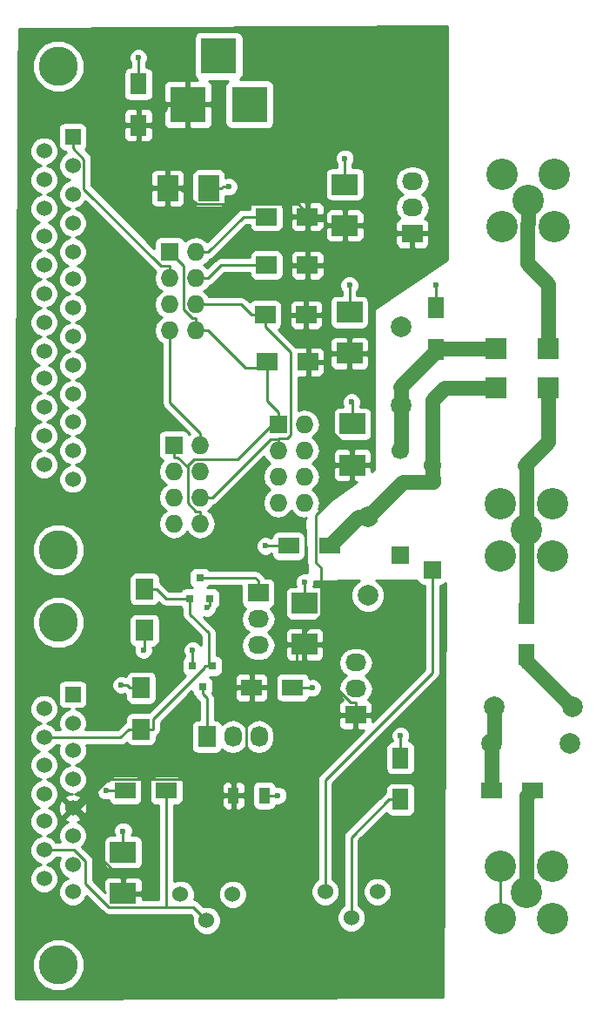
<source format=gbr>
G04 #@! TF.FileFunction,Copper,L1,Top,Signal*
%FSLAX46Y46*%
G04 Gerber Fmt 4.6, Leading zero omitted, Abs format (unit mm)*
G04 Created by KiCad (PCBNEW 4.0.1-3.201512221401+6198~38~ubuntu15.10.1-stable) date Sat 12 Nov 2016 04:44:46 AM PST*
%MOMM*%
G01*
G04 APERTURE LIST*
%ADD10C,0.100000*%
%ADD11R,2.000000X1.600000*%
%ADD12R,1.600000X2.000000*%
%ADD13R,3.500120X3.500120*%
%ADD14C,1.699260*%
%ADD15R,1.699260X1.699260*%
%ADD16C,3.810000*%
%ADD17R,1.524000X1.524000*%
%ADD18C,1.524000*%
%ADD19C,3.048000*%
%ADD20R,2.032000X1.727200*%
%ADD21O,2.032000X1.727200*%
%ADD22R,1.727200X2.032000*%
%ADD23O,1.727200X2.032000*%
%ADD24R,1.727200X1.727200*%
%ADD25O,1.727200X1.727200*%
%ADD26R,0.800100X0.800100*%
%ADD27R,1.700000X2.000000*%
%ADD28R,2.000000X1.700000*%
%ADD29C,1.998980*%
%ADD30R,1.998980X1.998980*%
%ADD31R,2.500000X2.000000*%
%ADD32R,2.000000X2.500000*%
%ADD33R,1.000000X1.600000*%
%ADD34C,0.600000*%
%ADD35C,1.420000*%
%ADD36C,0.250000*%
%ADD37C,0.254000*%
G04 APERTURE END LIST*
D10*
D11*
X126270000Y-129595000D03*
X122270000Y-129595000D03*
D12*
X133180000Y-154205000D03*
X133180000Y-150205000D03*
X136615000Y-110470000D03*
X136615000Y-106470000D03*
D11*
X110385000Y-153360000D03*
X106385000Y-153360000D03*
X142000000Y-153325000D03*
X146000000Y-153325000D03*
D13*
X112479860Y-86695000D03*
X118479340Y-86695000D03*
X115479600Y-81996000D03*
D14*
X136250460Y-121755480D03*
D15*
X136250460Y-131915480D03*
D14*
X133165460Y-120315480D03*
D15*
X133165460Y-130475480D03*
D16*
X99873000Y-170306000D03*
X99873000Y-137032000D03*
D17*
X101270000Y-144017000D03*
D18*
X101270000Y-146811000D03*
X101270000Y-149478000D03*
X101270000Y-152272000D03*
X101270000Y-155066000D03*
X101270000Y-157733000D03*
X101270000Y-160527000D03*
X101270000Y-163194000D03*
X98476000Y-145414000D03*
X98476000Y-148208000D03*
X98476000Y-150875000D03*
X98476000Y-153669000D03*
X98476000Y-156336000D03*
X98476000Y-159130000D03*
X98476000Y-161924000D03*
D16*
X99873000Y-129972000D03*
X99873000Y-82982000D03*
D17*
X101270000Y-89840000D03*
D18*
X101270000Y-92634000D03*
X101270000Y-95428000D03*
X101270000Y-98222000D03*
X101270000Y-101016000D03*
X101270000Y-103683000D03*
X101270000Y-106477000D03*
X101270000Y-109271000D03*
X101270000Y-112065000D03*
X101270000Y-114859000D03*
X101270000Y-117526000D03*
X101270000Y-120320000D03*
X101270000Y-123114000D03*
X98476000Y-91237000D03*
X98476000Y-94031000D03*
X98476000Y-96825000D03*
X98476000Y-99492000D03*
X98476000Y-102286000D03*
X98476000Y-105080000D03*
X98476000Y-107874000D03*
X98476000Y-110668000D03*
X98476000Y-113335000D03*
X98476000Y-116129000D03*
X98476000Y-118923000D03*
X98476000Y-121717000D03*
D19*
X145570000Y-96060000D03*
X148110000Y-93520000D03*
X148110000Y-98600000D03*
X143030000Y-98600000D03*
X143030000Y-93520000D03*
X145410000Y-128070000D03*
X147950000Y-125530000D03*
X147950000Y-130610000D03*
X142870000Y-130610000D03*
X142870000Y-125530000D03*
X145455000Y-163290000D03*
X147995000Y-160750000D03*
X147995000Y-165830000D03*
X142915000Y-165830000D03*
X142915000Y-160750000D03*
D20*
X119325000Y-134160000D03*
D21*
X119325000Y-136700000D03*
X119325000Y-139240000D03*
D22*
X114325000Y-148115000D03*
D23*
X116865000Y-148115000D03*
X119405000Y-148115000D03*
D20*
X128810000Y-146020000D03*
D21*
X128810000Y-143480000D03*
X128810000Y-140940000D03*
D20*
X134325000Y-99240000D03*
D21*
X134325000Y-96700000D03*
X134325000Y-94160000D03*
D24*
X111105000Y-119815000D03*
D25*
X113645000Y-119815000D03*
X111105000Y-122355000D03*
X113645000Y-122355000D03*
X111105000Y-124895000D03*
X113645000Y-124895000D03*
X111105000Y-127435000D03*
X113645000Y-127435000D03*
D24*
X110725000Y-101030000D03*
D25*
X113265000Y-101030000D03*
X110725000Y-103570000D03*
X113265000Y-103570000D03*
X110725000Y-106110000D03*
X113265000Y-106110000D03*
X110725000Y-108650000D03*
X113265000Y-108650000D03*
D24*
X121260000Y-117785000D03*
D25*
X123800000Y-117785000D03*
X121260000Y-120325000D03*
X123800000Y-120325000D03*
X121260000Y-122865000D03*
X123800000Y-122865000D03*
X121260000Y-125405000D03*
X123800000Y-125405000D03*
D26*
X112694000Y-134690760D03*
X114594000Y-134690760D03*
X113644000Y-132691780D03*
X114850000Y-141255240D03*
X112950000Y-141255240D03*
X113900000Y-143254220D03*
D27*
X108255000Y-133780000D03*
X108255000Y-137780000D03*
X107920000Y-147385000D03*
X107920000Y-143385000D03*
D28*
X120180000Y-111695000D03*
X124180000Y-111695000D03*
X119990000Y-107125000D03*
X123990000Y-107125000D03*
X120115000Y-102300000D03*
X124115000Y-102300000D03*
X120115000Y-97605000D03*
X124115000Y-97605000D03*
D29*
X129995000Y-126785000D03*
X129995000Y-134405000D03*
X133215000Y-115960000D03*
X133215000Y-108340000D03*
X142250000Y-145255000D03*
X149870000Y-145255000D03*
X142055000Y-148760000D03*
X149675000Y-148760000D03*
D18*
X128365000Y-165710000D03*
X130905000Y-163170000D03*
X125825000Y-163170000D03*
X114305000Y-165975000D03*
X116845000Y-163435000D03*
X111765000Y-163435000D03*
D30*
X147555000Y-110435000D03*
X147555000Y-114245000D03*
X142475000Y-110435000D03*
X142475000Y-114245000D03*
D12*
X145410000Y-136135000D03*
X145410000Y-140135000D03*
D31*
X128490000Y-121735000D03*
X128490000Y-117735000D03*
X128195000Y-110875000D03*
X128195000Y-106875000D03*
D11*
X118675000Y-143355000D03*
X122675000Y-143355000D03*
D31*
X106180000Y-163350000D03*
X106180000Y-159350000D03*
X123830000Y-139160000D03*
X123830000Y-135160000D03*
D12*
X107665000Y-88715000D03*
X107665000Y-84715000D03*
D32*
X110510000Y-94830000D03*
X114510000Y-94830000D03*
D31*
X127750000Y-98465000D03*
X127750000Y-94465000D03*
D33*
X116915000Y-153825000D03*
X119915000Y-153825000D03*
D34*
X136585000Y-104240000D03*
X128400000Y-115605000D03*
X120040000Y-129595000D03*
X123815000Y-133130000D03*
X107665000Y-82155000D03*
X116460000Y-94690000D03*
X127750000Y-91935000D03*
X128195000Y-104265000D03*
X112940000Y-139715000D03*
X108155000Y-139715000D03*
X105990000Y-143100000D03*
X124590000Y-143370000D03*
X133180000Y-148035000D03*
X104495000Y-153360000D03*
X121225000Y-153825000D03*
X106180000Y-157295000D03*
X114345900Y-135606700D03*
D35*
X129080000Y-126785000D02*
X126270000Y-129595000D01*
X129995000Y-126785000D02*
X129080000Y-126785000D01*
X136250000Y-115455000D02*
X136250000Y-119206000D01*
X137440000Y-114265000D02*
X136250000Y-115455000D01*
X140036000Y-114265000D02*
X137440000Y-114265000D01*
X140056000Y-114245000D02*
X140036000Y-114265000D01*
X142475000Y-114245000D02*
X140056000Y-114245000D01*
X133400000Y-123380000D02*
X129995000Y-126785000D01*
X136340000Y-123380000D02*
X133400000Y-123380000D01*
X136340000Y-123047000D02*
X136340000Y-123380000D01*
X136250000Y-122957000D02*
X136340000Y-123047000D01*
X136250000Y-119206000D02*
X136250000Y-122957000D01*
D36*
X136250500Y-119206500D02*
X136250500Y-121755500D01*
X136250000Y-119206000D02*
X136250500Y-119206500D01*
X136615000Y-104270000D02*
X136585000Y-104240000D01*
X136615000Y-106470000D02*
X136615000Y-104270000D01*
X128490000Y-115695000D02*
X128400000Y-115605000D01*
X128490000Y-117735000D02*
X128490000Y-115695000D01*
X122270000Y-129595000D02*
X120040000Y-129595000D01*
X123815000Y-133895000D02*
X123815000Y-133130000D01*
X123830000Y-133910000D02*
X123815000Y-133895000D01*
X123830000Y-135160000D02*
X123830000Y-133910000D01*
X107665000Y-84715000D02*
X107665000Y-82155000D01*
X115900000Y-94690000D02*
X116460000Y-94690000D01*
X115760000Y-94830000D02*
X115900000Y-94690000D01*
X114510000Y-94830000D02*
X115760000Y-94830000D01*
X127750000Y-94465000D02*
X127750000Y-91935000D01*
X128195000Y-106875000D02*
X128195000Y-104265000D01*
X108255000Y-139615000D02*
X108155000Y-139715000D01*
X108255000Y-137780000D02*
X108255000Y-139615000D01*
X106535000Y-143100000D02*
X105990000Y-143100000D01*
X106820000Y-143385000D02*
X106535000Y-143100000D01*
X107920000Y-143385000D02*
X106820000Y-143385000D01*
X123940000Y-143370000D02*
X124590000Y-143370000D01*
X123925000Y-143355000D02*
X123940000Y-143370000D01*
X122675000Y-143355000D02*
X123925000Y-143355000D01*
X133180000Y-150205000D02*
X133180000Y-148035000D01*
X106385000Y-153360000D02*
X104495000Y-153360000D01*
X119915000Y-153825000D02*
X121225000Y-153825000D01*
X106180000Y-159350000D02*
X106180000Y-157295000D01*
X112940000Y-140595000D02*
X112940000Y-139715000D01*
X112950000Y-140605000D02*
X112940000Y-140595000D01*
X112950000Y-141255000D02*
X112950000Y-140605000D01*
X112950000Y-141255000D02*
X112950000Y-141255200D01*
X114594000Y-134690800D02*
X114594000Y-135416100D01*
X114536500Y-135416100D02*
X114594000Y-135416100D01*
X114345900Y-135606700D02*
X114536500Y-135416100D01*
X128365000Y-157894700D02*
X132054700Y-154205000D01*
X128365000Y-165710000D02*
X128365000Y-157894700D01*
X133180000Y-154205000D02*
X132054700Y-154205000D01*
D35*
X133215000Y-114170000D02*
X133215000Y-115960000D01*
X133165000Y-114120000D02*
X133215000Y-114170000D01*
X136615000Y-110670000D02*
X133165000Y-114120000D01*
X136615000Y-110470000D02*
X136615000Y-110670000D01*
X136650000Y-110435000D02*
X136615000Y-110470000D01*
X142475000Y-110435000D02*
X136650000Y-110435000D01*
X133165500Y-120314500D02*
X133165000Y-120315000D01*
X133215000Y-120265000D02*
X133165500Y-120314500D01*
X133215000Y-115960000D02*
X133215000Y-120265000D01*
D36*
X133165500Y-120314500D02*
X133165500Y-120315500D01*
X110385000Y-153360000D02*
X110385000Y-154485300D01*
X110385000Y-164687300D02*
X110385000Y-154485300D01*
X113017300Y-164687300D02*
X110385000Y-164687300D01*
X114305000Y-165975000D02*
X113017300Y-164687300D01*
X101411400Y-159130000D02*
X98476000Y-159130000D01*
X102523200Y-160241800D02*
X101411400Y-159130000D01*
X102523200Y-162411400D02*
X102523200Y-160241800D01*
X104799100Y-164687300D02*
X102523200Y-162411400D01*
X110385000Y-164687300D02*
X104799100Y-164687300D01*
D35*
X142055000Y-148760000D02*
X142055000Y-153270000D01*
X142055000Y-153270000D02*
X142000000Y-153325000D01*
X142250000Y-145255000D02*
X142250000Y-148565000D01*
X142250000Y-148565000D02*
X142055000Y-148760000D01*
X146000000Y-153325000D02*
X145455000Y-153870000D01*
X145455000Y-153870000D02*
X145455000Y-163290000D01*
D36*
X128195000Y-110875000D02*
X126619700Y-110875000D01*
X126619700Y-110875000D02*
X125799700Y-111695000D01*
X132208700Y-98465000D02*
X132983700Y-99240000D01*
X127750000Y-98465000D02*
X132208700Y-98465000D01*
X134325000Y-99240000D02*
X132983700Y-99240000D01*
X123830000Y-139160000D02*
X123042400Y-139160000D01*
X128810000Y-146020000D02*
X128810000Y-144831100D01*
X128407200Y-120409700D02*
X128490000Y-120409700D01*
X125799700Y-117802200D02*
X128407200Y-120409700D01*
X125799700Y-111695000D02*
X125799700Y-117802200D01*
X123912800Y-137834700D02*
X123830000Y-137834700D01*
X125405400Y-136342100D02*
X123912800Y-137834700D01*
X125405400Y-131689100D02*
X125405400Y-136342100D01*
X124944600Y-131228300D02*
X125405400Y-131689100D01*
X124944600Y-126605700D02*
X124944600Y-131228300D01*
X128490000Y-123060300D02*
X124944600Y-126605700D01*
X128490000Y-121735000D02*
X128490000Y-123060300D01*
X123830000Y-139160000D02*
X123830000Y-137834700D01*
X128490000Y-121735000D02*
X128490000Y-120409700D01*
X124115000Y-102300000D02*
X124115000Y-103475300D01*
X123990000Y-103600300D02*
X124115000Y-103475300D01*
X123990000Y-107125000D02*
X123990000Y-103600300D01*
X127750000Y-98465000D02*
X126174700Y-98465000D01*
X124777700Y-97605000D02*
X124777700Y-97965700D01*
X124115000Y-98628400D02*
X124777700Y-97965700D01*
X124115000Y-102300000D02*
X124115000Y-98628400D01*
X125675400Y-97965700D02*
X126174700Y-98465000D01*
X124777700Y-97965700D02*
X125675400Y-97965700D01*
X110404500Y-87100800D02*
X108790300Y-88715000D01*
X110404500Y-86695000D02*
X110404500Y-87100800D01*
X107665000Y-88715000D02*
X108790300Y-88715000D01*
X112479900Y-86695000D02*
X110404500Y-86695000D01*
X110510000Y-90434700D02*
X108790300Y-88715000D01*
X110510000Y-94830000D02*
X110510000Y-90434700D01*
X116915000Y-153825000D02*
X116915000Y-153262300D01*
X118675000Y-143355000D02*
X118675000Y-144480300D01*
X118675000Y-143355000D02*
X118675000Y-142229700D01*
X123042400Y-139160000D02*
X123042400Y-141012300D01*
X124485000Y-141012300D02*
X123042400Y-141012300D01*
X128303800Y-144831100D02*
X124485000Y-141012300D01*
X128810000Y-144831100D02*
X128303800Y-144831100D01*
X119892400Y-141012300D02*
X118675000Y-142229700D01*
X123042400Y-141012300D02*
X119892400Y-141012300D01*
X124115000Y-97605000D02*
X124446400Y-97605000D01*
X124446400Y-97605000D02*
X124777700Y-97605000D01*
X111835300Y-94912800D02*
X111835300Y-94830000D01*
X113327900Y-96405400D02*
X111835300Y-94912800D01*
X123246800Y-96405400D02*
X113327900Y-96405400D01*
X124446400Y-97605000D02*
X123246800Y-96405400D01*
X110510000Y-94830000D02*
X111835300Y-94830000D01*
X118135000Y-145020300D02*
X118675000Y-144480300D01*
X118135000Y-150478100D02*
X118135000Y-145020300D01*
X116378500Y-152234600D02*
X118135000Y-150478100D01*
X116915000Y-152771100D02*
X116378500Y-152234600D01*
X116915000Y-153262300D02*
X116915000Y-152771100D01*
X104683700Y-152234600D02*
X101794700Y-155123600D01*
X116378500Y-152234600D02*
X104683700Y-152234600D01*
X103832700Y-157161700D02*
X101794700Y-155123600D01*
X103832700Y-159760200D02*
X103832700Y-157161700D01*
X106097200Y-162024700D02*
X103832700Y-159760200D01*
X106180000Y-162024700D02*
X106097200Y-162024700D01*
X101737000Y-155066000D02*
X101270000Y-155066000D01*
X101794700Y-155123600D02*
X101737000Y-155066000D01*
X106180000Y-163350000D02*
X106180000Y-162024700D01*
X125799700Y-111695000D02*
X124180000Y-111695000D01*
X124180000Y-108490300D02*
X123990000Y-108300300D01*
X124180000Y-111695000D02*
X124180000Y-108490300D01*
X123990000Y-107125000D02*
X123990000Y-108300300D01*
X136250500Y-141924600D02*
X136250500Y-131915500D01*
X125825000Y-152350100D02*
X136250500Y-141924600D01*
X125825000Y-163170000D02*
X125825000Y-152350100D01*
X105921700Y-148208000D02*
X98476000Y-148208000D01*
X106744700Y-147385000D02*
X105921700Y-148208000D01*
X107920000Y-147385000D02*
X106744700Y-147385000D01*
X109095300Y-146406500D02*
X109095300Y-147385000D01*
X114124600Y-141377200D02*
X109095300Y-146406500D01*
X114124600Y-141255200D02*
X114124600Y-141377200D01*
X107920000Y-147385000D02*
X109095300Y-147385000D01*
X110341100Y-134690800D02*
X109430300Y-133780000D01*
X112694000Y-134690800D02*
X110341100Y-134690800D01*
X108255000Y-133780000D02*
X109430300Y-133780000D01*
X114850000Y-141255200D02*
X114487300Y-141255200D01*
X114487300Y-141255200D02*
X114124600Y-141255200D01*
X112694000Y-136230000D02*
X112694000Y-134690800D01*
X114487300Y-138023300D02*
X112694000Y-136230000D01*
X114487300Y-141255200D02*
X114487300Y-138023300D01*
X122449000Y-110759300D02*
X119990000Y-108300300D01*
X122449000Y-118838800D02*
X122449000Y-110759300D01*
X122151700Y-119136100D02*
X122449000Y-118838800D01*
X121260000Y-119136100D02*
X122151700Y-119136100D01*
X119990000Y-107180500D02*
X119990000Y-108300300D01*
X119990000Y-107180500D02*
X119990000Y-107125000D01*
X117649700Y-106110000D02*
X113265000Y-106110000D01*
X118664700Y-107125000D02*
X117649700Y-106110000D01*
X119990000Y-107125000D02*
X118664700Y-107125000D01*
X102357300Y-92014600D02*
X101270000Y-90927300D01*
X102357300Y-94905100D02*
X102357300Y-92014600D01*
X109833300Y-102381100D02*
X102357300Y-94905100D01*
X110725000Y-102381100D02*
X109833300Y-102381100D01*
X110725000Y-103570000D02*
X110725000Y-102381100D01*
X101270000Y-89840000D02*
X101270000Y-90927300D01*
X121260000Y-120325000D02*
X121260000Y-119228500D01*
X121260000Y-119228500D02*
X121260000Y-119136100D01*
X120500400Y-119228500D02*
X114833900Y-124895000D01*
X121260000Y-119228500D02*
X120500400Y-119228500D01*
X113645000Y-124895000D02*
X114833900Y-124895000D01*
X115723900Y-102300000D02*
X114453900Y-103570000D01*
X120115000Y-102300000D02*
X115723900Y-102300000D01*
X113265000Y-103570000D02*
X114453900Y-103570000D01*
X117878900Y-97605000D02*
X114453900Y-101030000D01*
X120115000Y-97605000D02*
X117878900Y-97605000D01*
X113265000Y-101030000D02*
X114453900Y-101030000D01*
X110725000Y-115706100D02*
X113645000Y-118626100D01*
X110725000Y-108650000D02*
X110725000Y-115706100D01*
X113645000Y-119815000D02*
X113645000Y-118626100D01*
X112076100Y-102381100D02*
X110725000Y-101030000D01*
X112076100Y-106643800D02*
X112076100Y-102381100D01*
X112893400Y-107461100D02*
X112076100Y-106643800D01*
X113265000Y-107461100D02*
X112893400Y-107461100D01*
X113265000Y-108650000D02*
X113265000Y-107461100D01*
X120180000Y-111695000D02*
X120180000Y-112282600D01*
X113265000Y-108650000D02*
X114453900Y-108650000D01*
X118086500Y-112282600D02*
X114453900Y-108650000D01*
X120180000Y-112282600D02*
X118086500Y-112282600D01*
X120180000Y-115516100D02*
X121260000Y-116596100D01*
X120180000Y-112282600D02*
X120180000Y-115516100D01*
X111105000Y-119815000D02*
X111105000Y-121003900D01*
X113645000Y-127435000D02*
X113645000Y-126246100D01*
X121260000Y-117785000D02*
X121260000Y-117190500D01*
X121260000Y-117190500D02*
X121260000Y-116596100D01*
X113090000Y-121166000D02*
X112364400Y-121891600D01*
X117284500Y-121166000D02*
X113090000Y-121166000D01*
X121260000Y-117190500D02*
X117284500Y-121166000D01*
X111476600Y-121003900D02*
X112364400Y-121891600D01*
X111105000Y-121003900D02*
X111476600Y-121003900D01*
X113273400Y-126246100D02*
X113645000Y-126246100D01*
X112456100Y-125428800D02*
X113273400Y-126246100D01*
X112456100Y-121983400D02*
X112456100Y-125428800D01*
X112364400Y-121891600D02*
X112456100Y-121983400D01*
D35*
X147555000Y-104160000D02*
X147555000Y-110435000D01*
X145505000Y-102110000D02*
X147555000Y-104160000D01*
X145505000Y-98280300D02*
X145505000Y-102110000D01*
X145570000Y-98215300D02*
X145505000Y-98280300D01*
X145570000Y-96060000D02*
X145570000Y-98215300D01*
D36*
X142915000Y-160750000D02*
X142915000Y-165830000D01*
X119045700Y-132691800D02*
X119325000Y-132971100D01*
X113644000Y-132691800D02*
X119045700Y-132691800D01*
X119325000Y-134160000D02*
X119325000Y-132971100D01*
X114325000Y-144404600D02*
X114325000Y-148115000D01*
X113900000Y-143979600D02*
X114325000Y-144404600D01*
X113900000Y-143254200D02*
X113900000Y-143979600D01*
D35*
X145410000Y-136135000D02*
X145410000Y-128070000D01*
X145295000Y-121765000D02*
X145410000Y-121880000D01*
X145410000Y-121880000D02*
X145410000Y-128070000D01*
X147555000Y-119505000D02*
X145295000Y-121765000D01*
X147555000Y-114245000D02*
X147555000Y-119505000D01*
X145410000Y-140135000D02*
X145410000Y-140795000D01*
X145410000Y-140795000D02*
X149870000Y-145255000D01*
D37*
G36*
X137707812Y-79882395D02*
X137703015Y-101762711D01*
X130703662Y-106514929D01*
X130668404Y-106550962D01*
X130648000Y-106620000D01*
X130648000Y-112344624D01*
X130583429Y-122184202D01*
X130375000Y-122332549D01*
X130375000Y-122020750D01*
X130216250Y-121862000D01*
X128617000Y-121862000D01*
X128617000Y-123211250D01*
X128775750Y-123370000D01*
X128917370Y-123370000D01*
X125178944Y-126030782D01*
X125213885Y-125978489D01*
X125327959Y-125405000D01*
X125213885Y-124831511D01*
X124889029Y-124345330D01*
X124574248Y-124135000D01*
X124889029Y-123924670D01*
X125213885Y-123438489D01*
X125327959Y-122865000D01*
X125213885Y-122291511D01*
X125032969Y-122020750D01*
X126605000Y-122020750D01*
X126605000Y-122861309D01*
X126701673Y-123094698D01*
X126880301Y-123273327D01*
X127113690Y-123370000D01*
X128204250Y-123370000D01*
X128363000Y-123211250D01*
X128363000Y-121862000D01*
X126763750Y-121862000D01*
X126605000Y-122020750D01*
X125032969Y-122020750D01*
X124889029Y-121805330D01*
X124574248Y-121595000D01*
X124889029Y-121384670D01*
X125213885Y-120898489D01*
X125271529Y-120608691D01*
X126605000Y-120608691D01*
X126605000Y-121449250D01*
X126763750Y-121608000D01*
X128363000Y-121608000D01*
X128363000Y-120258750D01*
X128617000Y-120258750D01*
X128617000Y-121608000D01*
X130216250Y-121608000D01*
X130375000Y-121449250D01*
X130375000Y-120608691D01*
X130278327Y-120375302D01*
X130099699Y-120196673D01*
X129866310Y-120100000D01*
X128775750Y-120100000D01*
X128617000Y-120258750D01*
X128363000Y-120258750D01*
X128204250Y-120100000D01*
X127113690Y-120100000D01*
X126880301Y-120196673D01*
X126701673Y-120375302D01*
X126605000Y-120608691D01*
X125271529Y-120608691D01*
X125327959Y-120325000D01*
X125213885Y-119751511D01*
X124889029Y-119265330D01*
X124574248Y-119055000D01*
X124889029Y-118844670D01*
X125213885Y-118358489D01*
X125327959Y-117785000D01*
X125213885Y-117211511D01*
X124895491Y-116735000D01*
X126592560Y-116735000D01*
X126592560Y-118735000D01*
X126636838Y-118970317D01*
X126775910Y-119186441D01*
X126988110Y-119331431D01*
X127240000Y-119382440D01*
X129740000Y-119382440D01*
X129975317Y-119338162D01*
X130191441Y-119199090D01*
X130336431Y-118986890D01*
X130387440Y-118735000D01*
X130387440Y-116735000D01*
X130343162Y-116499683D01*
X130204090Y-116283559D01*
X129991890Y-116138569D01*
X129740000Y-116087560D01*
X129250000Y-116087560D01*
X129250000Y-115996111D01*
X129334838Y-115791799D01*
X129335162Y-115419833D01*
X129193117Y-115076057D01*
X128930327Y-114812808D01*
X128586799Y-114670162D01*
X128214833Y-114669838D01*
X127871057Y-114811883D01*
X127607808Y-115074673D01*
X127465162Y-115418201D01*
X127464838Y-115790167D01*
X127587718Y-116087560D01*
X127240000Y-116087560D01*
X127004683Y-116131838D01*
X126788559Y-116270910D01*
X126643569Y-116483110D01*
X126592560Y-116735000D01*
X124895491Y-116735000D01*
X124889029Y-116725330D01*
X124402848Y-116400474D01*
X123829359Y-116286400D01*
X123770641Y-116286400D01*
X123209000Y-116398117D01*
X123209000Y-113180000D01*
X123894250Y-113180000D01*
X124053000Y-113021250D01*
X124053000Y-111822000D01*
X124307000Y-111822000D01*
X124307000Y-113021250D01*
X124465750Y-113180000D01*
X125306309Y-113180000D01*
X125539698Y-113083327D01*
X125718327Y-112904699D01*
X125815000Y-112671310D01*
X125815000Y-111980750D01*
X125656250Y-111822000D01*
X124307000Y-111822000D01*
X124053000Y-111822000D01*
X124033000Y-111822000D01*
X124033000Y-111568000D01*
X124053000Y-111568000D01*
X124053000Y-110368750D01*
X124307000Y-110368750D01*
X124307000Y-111568000D01*
X125656250Y-111568000D01*
X125815000Y-111409250D01*
X125815000Y-111160750D01*
X126310000Y-111160750D01*
X126310000Y-112001309D01*
X126406673Y-112234698D01*
X126585301Y-112413327D01*
X126818690Y-112510000D01*
X127909250Y-112510000D01*
X128068000Y-112351250D01*
X128068000Y-111002000D01*
X128322000Y-111002000D01*
X128322000Y-112351250D01*
X128480750Y-112510000D01*
X129571310Y-112510000D01*
X129804699Y-112413327D01*
X129983327Y-112234698D01*
X130080000Y-112001309D01*
X130080000Y-111160750D01*
X129921250Y-111002000D01*
X128322000Y-111002000D01*
X128068000Y-111002000D01*
X126468750Y-111002000D01*
X126310000Y-111160750D01*
X125815000Y-111160750D01*
X125815000Y-110718690D01*
X125718327Y-110485301D01*
X125539698Y-110306673D01*
X125306309Y-110210000D01*
X124465750Y-110210000D01*
X124307000Y-110368750D01*
X124053000Y-110368750D01*
X123894250Y-110210000D01*
X123053691Y-110210000D01*
X122994760Y-110234410D01*
X122986401Y-110221899D01*
X122513193Y-109748691D01*
X126310000Y-109748691D01*
X126310000Y-110589250D01*
X126468750Y-110748000D01*
X128068000Y-110748000D01*
X128068000Y-109398750D01*
X128322000Y-109398750D01*
X128322000Y-110748000D01*
X129921250Y-110748000D01*
X130080000Y-110589250D01*
X130080000Y-109748691D01*
X129983327Y-109515302D01*
X129804699Y-109336673D01*
X129571310Y-109240000D01*
X128480750Y-109240000D01*
X128322000Y-109398750D01*
X128068000Y-109398750D01*
X127909250Y-109240000D01*
X126818690Y-109240000D01*
X126585301Y-109336673D01*
X126406673Y-109515302D01*
X126310000Y-109748691D01*
X122513193Y-109748691D01*
X121296718Y-108532216D01*
X121441441Y-108439090D01*
X121586431Y-108226890D01*
X121637440Y-107975000D01*
X121637440Y-107410750D01*
X122355000Y-107410750D01*
X122355000Y-108101310D01*
X122451673Y-108334699D01*
X122630302Y-108513327D01*
X122863691Y-108610000D01*
X123704250Y-108610000D01*
X123863000Y-108451250D01*
X123863000Y-107252000D01*
X124117000Y-107252000D01*
X124117000Y-108451250D01*
X124275750Y-108610000D01*
X125116309Y-108610000D01*
X125349698Y-108513327D01*
X125528327Y-108334699D01*
X125625000Y-108101310D01*
X125625000Y-107410750D01*
X125466250Y-107252000D01*
X124117000Y-107252000D01*
X123863000Y-107252000D01*
X122513750Y-107252000D01*
X122355000Y-107410750D01*
X121637440Y-107410750D01*
X121637440Y-106275000D01*
X121613674Y-106148690D01*
X122355000Y-106148690D01*
X122355000Y-106839250D01*
X122513750Y-106998000D01*
X123863000Y-106998000D01*
X123863000Y-105798750D01*
X124117000Y-105798750D01*
X124117000Y-106998000D01*
X125466250Y-106998000D01*
X125625000Y-106839250D01*
X125625000Y-106148690D01*
X125528327Y-105915301D01*
X125488026Y-105875000D01*
X126297560Y-105875000D01*
X126297560Y-107875000D01*
X126341838Y-108110317D01*
X126480910Y-108326441D01*
X126693110Y-108471431D01*
X126945000Y-108522440D01*
X129445000Y-108522440D01*
X129680317Y-108478162D01*
X129896441Y-108339090D01*
X130041431Y-108126890D01*
X130092440Y-107875000D01*
X130092440Y-105875000D01*
X130048162Y-105639683D01*
X129909090Y-105423559D01*
X129696890Y-105278569D01*
X129445000Y-105227560D01*
X128955000Y-105227560D01*
X128955000Y-104827463D01*
X128987192Y-104795327D01*
X129129838Y-104451799D01*
X129130162Y-104079833D01*
X128988117Y-103736057D01*
X128725327Y-103472808D01*
X128381799Y-103330162D01*
X128009833Y-103329838D01*
X127666057Y-103471883D01*
X127402808Y-103734673D01*
X127260162Y-104078201D01*
X127259838Y-104450167D01*
X127401883Y-104793943D01*
X127435000Y-104827118D01*
X127435000Y-105227560D01*
X126945000Y-105227560D01*
X126709683Y-105271838D01*
X126493559Y-105410910D01*
X126348569Y-105623110D01*
X126297560Y-105875000D01*
X125488026Y-105875000D01*
X125349698Y-105736673D01*
X125116309Y-105640000D01*
X124275750Y-105640000D01*
X124117000Y-105798750D01*
X123863000Y-105798750D01*
X123704250Y-105640000D01*
X122863691Y-105640000D01*
X122630302Y-105736673D01*
X122451673Y-105915301D01*
X122355000Y-106148690D01*
X121613674Y-106148690D01*
X121593162Y-106039683D01*
X121454090Y-105823559D01*
X121241890Y-105678569D01*
X120990000Y-105627560D01*
X118990000Y-105627560D01*
X118754683Y-105671838D01*
X118538559Y-105810910D01*
X118492631Y-105878129D01*
X118187101Y-105572599D01*
X117940539Y-105407852D01*
X117649700Y-105350000D01*
X114554262Y-105350000D01*
X114354029Y-105050330D01*
X114039248Y-104840000D01*
X114354029Y-104629670D01*
X114569646Y-104306976D01*
X114744739Y-104272148D01*
X114991301Y-104107401D01*
X116038702Y-103060000D01*
X118467560Y-103060000D01*
X118467560Y-103150000D01*
X118511838Y-103385317D01*
X118650910Y-103601441D01*
X118863110Y-103746431D01*
X119115000Y-103797440D01*
X121115000Y-103797440D01*
X121350317Y-103753162D01*
X121566441Y-103614090D01*
X121711431Y-103401890D01*
X121762440Y-103150000D01*
X121762440Y-102585750D01*
X122480000Y-102585750D01*
X122480000Y-103276310D01*
X122576673Y-103509699D01*
X122755302Y-103688327D01*
X122988691Y-103785000D01*
X123829250Y-103785000D01*
X123988000Y-103626250D01*
X123988000Y-102427000D01*
X124242000Y-102427000D01*
X124242000Y-103626250D01*
X124400750Y-103785000D01*
X125241309Y-103785000D01*
X125474698Y-103688327D01*
X125653327Y-103509699D01*
X125750000Y-103276310D01*
X125750000Y-102585750D01*
X125591250Y-102427000D01*
X124242000Y-102427000D01*
X123988000Y-102427000D01*
X122638750Y-102427000D01*
X122480000Y-102585750D01*
X121762440Y-102585750D01*
X121762440Y-101450000D01*
X121738674Y-101323690D01*
X122480000Y-101323690D01*
X122480000Y-102014250D01*
X122638750Y-102173000D01*
X123988000Y-102173000D01*
X123988000Y-100973750D01*
X124242000Y-100973750D01*
X124242000Y-102173000D01*
X125591250Y-102173000D01*
X125750000Y-102014250D01*
X125750000Y-101323690D01*
X125653327Y-101090301D01*
X125474698Y-100911673D01*
X125241309Y-100815000D01*
X124400750Y-100815000D01*
X124242000Y-100973750D01*
X123988000Y-100973750D01*
X123829250Y-100815000D01*
X122988691Y-100815000D01*
X122755302Y-100911673D01*
X122576673Y-101090301D01*
X122480000Y-101323690D01*
X121738674Y-101323690D01*
X121718162Y-101214683D01*
X121579090Y-100998559D01*
X121366890Y-100853569D01*
X121115000Y-100802560D01*
X119115000Y-100802560D01*
X118879683Y-100846838D01*
X118663559Y-100985910D01*
X118518569Y-101198110D01*
X118467560Y-101450000D01*
X118467560Y-101540000D01*
X115723900Y-101540000D01*
X115433060Y-101597852D01*
X115186499Y-101762599D01*
X114387971Y-102561127D01*
X114354029Y-102510330D01*
X114039248Y-102300000D01*
X114354029Y-102089670D01*
X114569646Y-101766976D01*
X114744739Y-101732148D01*
X114991301Y-101567401D01*
X118193702Y-98365000D01*
X118467560Y-98365000D01*
X118467560Y-98455000D01*
X118511838Y-98690317D01*
X118650910Y-98906441D01*
X118863110Y-99051431D01*
X119115000Y-99102440D01*
X121115000Y-99102440D01*
X121350317Y-99058162D01*
X121566441Y-98919090D01*
X121711431Y-98706890D01*
X121762440Y-98455000D01*
X121762440Y-97890750D01*
X122480000Y-97890750D01*
X122480000Y-98581310D01*
X122576673Y-98814699D01*
X122755302Y-98993327D01*
X122988691Y-99090000D01*
X123829250Y-99090000D01*
X123988000Y-98931250D01*
X123988000Y-97732000D01*
X124242000Y-97732000D01*
X124242000Y-98931250D01*
X124400750Y-99090000D01*
X125241309Y-99090000D01*
X125474698Y-98993327D01*
X125653327Y-98814699D01*
X125679815Y-98750750D01*
X125865000Y-98750750D01*
X125865000Y-99591309D01*
X125961673Y-99824698D01*
X126140301Y-100003327D01*
X126373690Y-100100000D01*
X127464250Y-100100000D01*
X127623000Y-99941250D01*
X127623000Y-98592000D01*
X127877000Y-98592000D01*
X127877000Y-99941250D01*
X128035750Y-100100000D01*
X129126310Y-100100000D01*
X129359699Y-100003327D01*
X129538327Y-99824698D01*
X129635000Y-99591309D01*
X129635000Y-99525750D01*
X132674000Y-99525750D01*
X132674000Y-100229910D01*
X132770673Y-100463299D01*
X132949302Y-100641927D01*
X133182691Y-100738600D01*
X134039250Y-100738600D01*
X134198000Y-100579850D01*
X134198000Y-99367000D01*
X134452000Y-99367000D01*
X134452000Y-100579850D01*
X134610750Y-100738600D01*
X135467309Y-100738600D01*
X135700698Y-100641927D01*
X135879327Y-100463299D01*
X135976000Y-100229910D01*
X135976000Y-99525750D01*
X135817250Y-99367000D01*
X134452000Y-99367000D01*
X134198000Y-99367000D01*
X132832750Y-99367000D01*
X132674000Y-99525750D01*
X129635000Y-99525750D01*
X129635000Y-98750750D01*
X129476250Y-98592000D01*
X127877000Y-98592000D01*
X127623000Y-98592000D01*
X126023750Y-98592000D01*
X125865000Y-98750750D01*
X125679815Y-98750750D01*
X125750000Y-98581310D01*
X125750000Y-97890750D01*
X125591250Y-97732000D01*
X124242000Y-97732000D01*
X123988000Y-97732000D01*
X122638750Y-97732000D01*
X122480000Y-97890750D01*
X121762440Y-97890750D01*
X121762440Y-96755000D01*
X121738674Y-96628690D01*
X122480000Y-96628690D01*
X122480000Y-97319250D01*
X122638750Y-97478000D01*
X123988000Y-97478000D01*
X123988000Y-96278750D01*
X124242000Y-96278750D01*
X124242000Y-97478000D01*
X125591250Y-97478000D01*
X125730559Y-97338691D01*
X125865000Y-97338691D01*
X125865000Y-98179250D01*
X126023750Y-98338000D01*
X127623000Y-98338000D01*
X127623000Y-96988750D01*
X127877000Y-96988750D01*
X127877000Y-98338000D01*
X129476250Y-98338000D01*
X129635000Y-98179250D01*
X129635000Y-97338691D01*
X129538327Y-97105302D01*
X129359699Y-96926673D01*
X129126310Y-96830000D01*
X128035750Y-96830000D01*
X127877000Y-96988750D01*
X127623000Y-96988750D01*
X127464250Y-96830000D01*
X126373690Y-96830000D01*
X126140301Y-96926673D01*
X125961673Y-97105302D01*
X125865000Y-97338691D01*
X125730559Y-97338691D01*
X125750000Y-97319250D01*
X125750000Y-96628690D01*
X125653327Y-96395301D01*
X125474698Y-96216673D01*
X125241309Y-96120000D01*
X124400750Y-96120000D01*
X124242000Y-96278750D01*
X123988000Y-96278750D01*
X123829250Y-96120000D01*
X122988691Y-96120000D01*
X122755302Y-96216673D01*
X122576673Y-96395301D01*
X122480000Y-96628690D01*
X121738674Y-96628690D01*
X121718162Y-96519683D01*
X121579090Y-96303559D01*
X121366890Y-96158569D01*
X121115000Y-96107560D01*
X119115000Y-96107560D01*
X118879683Y-96151838D01*
X118663559Y-96290910D01*
X118518569Y-96503110D01*
X118467560Y-96755000D01*
X118467560Y-96845000D01*
X117878900Y-96845000D01*
X117636314Y-96893254D01*
X117588060Y-96902852D01*
X117341499Y-97067599D01*
X114387971Y-100021127D01*
X114354029Y-99970330D01*
X113867848Y-99645474D01*
X113294359Y-99531400D01*
X113235641Y-99531400D01*
X112662152Y-99645474D01*
X112196558Y-99956574D01*
X112191762Y-99931083D01*
X112052690Y-99714959D01*
X111840490Y-99569969D01*
X111588600Y-99518960D01*
X109861400Y-99518960D01*
X109626083Y-99563238D01*
X109409959Y-99702310D01*
X109264969Y-99914510D01*
X109213960Y-100166400D01*
X109213960Y-100686958D01*
X103642752Y-95115750D01*
X108875000Y-95115750D01*
X108875000Y-96206310D01*
X108971673Y-96439699D01*
X109150302Y-96618327D01*
X109383691Y-96715000D01*
X110224250Y-96715000D01*
X110383000Y-96556250D01*
X110383000Y-94957000D01*
X110637000Y-94957000D01*
X110637000Y-96556250D01*
X110795750Y-96715000D01*
X111636309Y-96715000D01*
X111869698Y-96618327D01*
X112048327Y-96439699D01*
X112145000Y-96206310D01*
X112145000Y-95115750D01*
X111986250Y-94957000D01*
X110637000Y-94957000D01*
X110383000Y-94957000D01*
X109033750Y-94957000D01*
X108875000Y-95115750D01*
X103642752Y-95115750D01*
X103117300Y-94590298D01*
X103117300Y-93453690D01*
X108875000Y-93453690D01*
X108875000Y-94544250D01*
X109033750Y-94703000D01*
X110383000Y-94703000D01*
X110383000Y-93103750D01*
X110637000Y-93103750D01*
X110637000Y-94703000D01*
X111986250Y-94703000D01*
X112145000Y-94544250D01*
X112145000Y-93580000D01*
X112862560Y-93580000D01*
X112862560Y-96080000D01*
X112906838Y-96315317D01*
X113045910Y-96531441D01*
X113258110Y-96676431D01*
X113510000Y-96727440D01*
X115510000Y-96727440D01*
X115745317Y-96683162D01*
X115961441Y-96544090D01*
X116106431Y-96331890D01*
X116157440Y-96080000D01*
X116157440Y-95576770D01*
X116273201Y-95624838D01*
X116645167Y-95625162D01*
X116988943Y-95483117D01*
X117252192Y-95220327D01*
X117394838Y-94876799D01*
X117395162Y-94504833D01*
X117253117Y-94161057D01*
X116990327Y-93897808D01*
X116646799Y-93755162D01*
X116274833Y-93754838D01*
X116157440Y-93803344D01*
X116157440Y-93580000D01*
X116135802Y-93465000D01*
X125852560Y-93465000D01*
X125852560Y-95465000D01*
X125896838Y-95700317D01*
X126035910Y-95916441D01*
X126248110Y-96061431D01*
X126500000Y-96112440D01*
X129000000Y-96112440D01*
X129235317Y-96068162D01*
X129451441Y-95929090D01*
X129596431Y-95716890D01*
X129647440Y-95465000D01*
X129647440Y-94160000D01*
X132641655Y-94160000D01*
X132755729Y-94733489D01*
X133080585Y-95219670D01*
X133395366Y-95430000D01*
X133080585Y-95640330D01*
X132755729Y-96126511D01*
X132641655Y-96700000D01*
X132755729Y-97273489D01*
X133080585Y-97759670D01*
X133102780Y-97774500D01*
X132949302Y-97838073D01*
X132770673Y-98016701D01*
X132674000Y-98250090D01*
X132674000Y-98954250D01*
X132832750Y-99113000D01*
X134198000Y-99113000D01*
X134198000Y-99093000D01*
X134452000Y-99093000D01*
X134452000Y-99113000D01*
X135817250Y-99113000D01*
X135976000Y-98954250D01*
X135976000Y-98250090D01*
X135879327Y-98016701D01*
X135700698Y-97838073D01*
X135547220Y-97774500D01*
X135569415Y-97759670D01*
X135894271Y-97273489D01*
X136008345Y-96700000D01*
X135894271Y-96126511D01*
X135569415Y-95640330D01*
X135254634Y-95430000D01*
X135569415Y-95219670D01*
X135894271Y-94733489D01*
X136008345Y-94160000D01*
X135894271Y-93586511D01*
X135569415Y-93100330D01*
X135083234Y-92775474D01*
X134509745Y-92661400D01*
X134140255Y-92661400D01*
X133566766Y-92775474D01*
X133080585Y-93100330D01*
X132755729Y-93586511D01*
X132641655Y-94160000D01*
X129647440Y-94160000D01*
X129647440Y-93465000D01*
X129603162Y-93229683D01*
X129464090Y-93013559D01*
X129251890Y-92868569D01*
X129000000Y-92817560D01*
X128510000Y-92817560D01*
X128510000Y-92497463D01*
X128542192Y-92465327D01*
X128684838Y-92121799D01*
X128685162Y-91749833D01*
X128543117Y-91406057D01*
X128280327Y-91142808D01*
X127936799Y-91000162D01*
X127564833Y-90999838D01*
X127221057Y-91141883D01*
X126957808Y-91404673D01*
X126815162Y-91748201D01*
X126814838Y-92120167D01*
X126956883Y-92463943D01*
X126990000Y-92497118D01*
X126990000Y-92817560D01*
X126500000Y-92817560D01*
X126264683Y-92861838D01*
X126048559Y-93000910D01*
X125903569Y-93213110D01*
X125852560Y-93465000D01*
X116135802Y-93465000D01*
X116113162Y-93344683D01*
X115974090Y-93128559D01*
X115761890Y-92983569D01*
X115510000Y-92932560D01*
X113510000Y-92932560D01*
X113274683Y-92976838D01*
X113058559Y-93115910D01*
X112913569Y-93328110D01*
X112862560Y-93580000D01*
X112145000Y-93580000D01*
X112145000Y-93453690D01*
X112048327Y-93220301D01*
X111869698Y-93041673D01*
X111636309Y-92945000D01*
X110795750Y-92945000D01*
X110637000Y-93103750D01*
X110383000Y-93103750D01*
X110224250Y-92945000D01*
X109383691Y-92945000D01*
X109150302Y-93041673D01*
X108971673Y-93220301D01*
X108875000Y-93453690D01*
X103117300Y-93453690D01*
X103117300Y-92014600D01*
X103064634Y-91749833D01*
X103059448Y-91723760D01*
X102894701Y-91477199D01*
X102483502Y-91066000D01*
X102628431Y-90853890D01*
X102679440Y-90602000D01*
X102679440Y-89078000D01*
X102664905Y-89000750D01*
X106230000Y-89000750D01*
X106230000Y-89841309D01*
X106326673Y-90074698D01*
X106505301Y-90253327D01*
X106738690Y-90350000D01*
X107379250Y-90350000D01*
X107538000Y-90191250D01*
X107538000Y-88842000D01*
X107792000Y-88842000D01*
X107792000Y-90191250D01*
X107950750Y-90350000D01*
X108591310Y-90350000D01*
X108824699Y-90253327D01*
X109003327Y-90074698D01*
X109100000Y-89841309D01*
X109100000Y-89000750D01*
X108941250Y-88842000D01*
X107792000Y-88842000D01*
X107538000Y-88842000D01*
X106388750Y-88842000D01*
X106230000Y-89000750D01*
X102664905Y-89000750D01*
X102635162Y-88842683D01*
X102496090Y-88626559D01*
X102283890Y-88481569D01*
X102032000Y-88430560D01*
X100508000Y-88430560D01*
X100272683Y-88474838D01*
X100056559Y-88613910D01*
X99911569Y-88826110D01*
X99860560Y-89078000D01*
X99860560Y-90602000D01*
X99904838Y-90837317D01*
X100043910Y-91053441D01*
X100256110Y-91198431D01*
X100508000Y-91249440D01*
X100588767Y-91249440D01*
X100669656Y-91370501D01*
X100479697Y-91448990D01*
X100086371Y-91841630D01*
X99873243Y-92354900D01*
X99872758Y-92910661D01*
X100084990Y-93424303D01*
X100477630Y-93817629D01*
X100990900Y-94030757D01*
X100993336Y-94030759D01*
X100479697Y-94242990D01*
X100086371Y-94635630D01*
X99873243Y-95148900D01*
X99872758Y-95704661D01*
X100084990Y-96218303D01*
X100477630Y-96611629D01*
X100990900Y-96824757D01*
X100993336Y-96824759D01*
X100479697Y-97036990D01*
X100086371Y-97429630D01*
X99873243Y-97942900D01*
X99872758Y-98498661D01*
X100084990Y-99012303D01*
X100477630Y-99405629D01*
X100990900Y-99618757D01*
X100993336Y-99618759D01*
X100479697Y-99830990D01*
X100086371Y-100223630D01*
X99873243Y-100736900D01*
X99872758Y-101292661D01*
X100084990Y-101806303D01*
X100477630Y-102199629D01*
X100838815Y-102349606D01*
X100479697Y-102497990D01*
X100086371Y-102890630D01*
X99873243Y-103403900D01*
X99872758Y-103959661D01*
X100084990Y-104473303D01*
X100477630Y-104866629D01*
X100990900Y-105079757D01*
X100993336Y-105079759D01*
X100479697Y-105291990D01*
X100086371Y-105684630D01*
X99873243Y-106197900D01*
X99872758Y-106753661D01*
X100084990Y-107267303D01*
X100477630Y-107660629D01*
X100990900Y-107873757D01*
X100993336Y-107873759D01*
X100479697Y-108085990D01*
X100086371Y-108478630D01*
X99873243Y-108991900D01*
X99872758Y-109547661D01*
X100084990Y-110061303D01*
X100477630Y-110454629D01*
X100990900Y-110667757D01*
X100993336Y-110667759D01*
X100479697Y-110879990D01*
X100086371Y-111272630D01*
X99873243Y-111785900D01*
X99872758Y-112341661D01*
X100084990Y-112855303D01*
X100477630Y-113248629D01*
X100990900Y-113461757D01*
X100993336Y-113461759D01*
X100479697Y-113673990D01*
X100086371Y-114066630D01*
X99873243Y-114579900D01*
X99872758Y-115135661D01*
X100084990Y-115649303D01*
X100477630Y-116042629D01*
X100838815Y-116192606D01*
X100479697Y-116340990D01*
X100086371Y-116733630D01*
X99873243Y-117246900D01*
X99872758Y-117802661D01*
X100084990Y-118316303D01*
X100477630Y-118709629D01*
X100990900Y-118922757D01*
X100993336Y-118922759D01*
X100479697Y-119134990D01*
X100086371Y-119527630D01*
X99873243Y-120040900D01*
X99872758Y-120596661D01*
X100084990Y-121110303D01*
X100477630Y-121503629D01*
X100990900Y-121716757D01*
X100993336Y-121716759D01*
X100479697Y-121928990D01*
X100086371Y-122321630D01*
X99873243Y-122834900D01*
X99872758Y-123390661D01*
X100084990Y-123904303D01*
X100477630Y-124297629D01*
X100990900Y-124510757D01*
X101546661Y-124511242D01*
X102060303Y-124299010D01*
X102453629Y-123906370D01*
X102666757Y-123393100D01*
X102667242Y-122837339D01*
X102455010Y-122323697D01*
X102062370Y-121930371D01*
X101549100Y-121717243D01*
X101546664Y-121717241D01*
X102060303Y-121505010D01*
X102453629Y-121112370D01*
X102666757Y-120599100D01*
X102667242Y-120043339D01*
X102455010Y-119529697D01*
X102062370Y-119136371D01*
X101549100Y-118923243D01*
X101546664Y-118923241D01*
X102060303Y-118711010D01*
X102453629Y-118318370D01*
X102666757Y-117805100D01*
X102667242Y-117249339D01*
X102455010Y-116735697D01*
X102062370Y-116342371D01*
X101701185Y-116192394D01*
X102060303Y-116044010D01*
X102453629Y-115651370D01*
X102666757Y-115138100D01*
X102667242Y-114582339D01*
X102455010Y-114068697D01*
X102062370Y-113675371D01*
X101549100Y-113462243D01*
X101546664Y-113462241D01*
X102060303Y-113250010D01*
X102453629Y-112857370D01*
X102666757Y-112344100D01*
X102667242Y-111788339D01*
X102455010Y-111274697D01*
X102062370Y-110881371D01*
X101549100Y-110668243D01*
X101546664Y-110668241D01*
X102060303Y-110456010D01*
X102453629Y-110063370D01*
X102666757Y-109550100D01*
X102667242Y-108994339D01*
X102455010Y-108480697D01*
X102062370Y-108087371D01*
X101549100Y-107874243D01*
X101546664Y-107874241D01*
X102060303Y-107662010D01*
X102453629Y-107269370D01*
X102666757Y-106756100D01*
X102667242Y-106200339D01*
X102455010Y-105686697D01*
X102062370Y-105293371D01*
X101549100Y-105080243D01*
X101546664Y-105080241D01*
X102060303Y-104868010D01*
X102453629Y-104475370D01*
X102666757Y-103962100D01*
X102667242Y-103406339D01*
X102455010Y-102892697D01*
X102062370Y-102499371D01*
X101701185Y-102349394D01*
X102060303Y-102201010D01*
X102453629Y-101808370D01*
X102666757Y-101295100D01*
X102667242Y-100739339D01*
X102455010Y-100225697D01*
X102062370Y-99832371D01*
X101549100Y-99619243D01*
X101546664Y-99619241D01*
X102060303Y-99407010D01*
X102453629Y-99014370D01*
X102666757Y-98501100D01*
X102667242Y-97945339D01*
X102455010Y-97431697D01*
X102062370Y-97038371D01*
X101549100Y-96825243D01*
X101546664Y-96825241D01*
X102060303Y-96613010D01*
X102453629Y-96220370D01*
X102495920Y-96118522D01*
X109295899Y-102918501D01*
X109342454Y-102949608D01*
X109311115Y-102996511D01*
X109197041Y-103570000D01*
X109311115Y-104143489D01*
X109635971Y-104629670D01*
X109950752Y-104840000D01*
X109635971Y-105050330D01*
X109311115Y-105536511D01*
X109197041Y-106110000D01*
X109311115Y-106683489D01*
X109635971Y-107169670D01*
X109950752Y-107380000D01*
X109635971Y-107590330D01*
X109311115Y-108076511D01*
X109197041Y-108650000D01*
X109311115Y-109223489D01*
X109635971Y-109709670D01*
X109965000Y-109929520D01*
X109965000Y-115706100D01*
X110022852Y-115996939D01*
X110187599Y-116243501D01*
X112641967Y-118697869D01*
X112576558Y-118741574D01*
X112571762Y-118716083D01*
X112432690Y-118499959D01*
X112220490Y-118354969D01*
X111968600Y-118303960D01*
X110241400Y-118303960D01*
X110006083Y-118348238D01*
X109789959Y-118487310D01*
X109644969Y-118699510D01*
X109593960Y-118951400D01*
X109593960Y-120678600D01*
X109638238Y-120913917D01*
X109777310Y-121130041D01*
X109989510Y-121275031D01*
X110033131Y-121283864D01*
X110015971Y-121295330D01*
X109691115Y-121781511D01*
X109577041Y-122355000D01*
X109691115Y-122928489D01*
X110015971Y-123414670D01*
X110330752Y-123625000D01*
X110015971Y-123835330D01*
X109691115Y-124321511D01*
X109577041Y-124895000D01*
X109691115Y-125468489D01*
X110015971Y-125954670D01*
X110330752Y-126165000D01*
X110015971Y-126375330D01*
X109691115Y-126861511D01*
X109577041Y-127435000D01*
X109691115Y-128008489D01*
X110015971Y-128494670D01*
X110502152Y-128819526D01*
X111075641Y-128933600D01*
X111134359Y-128933600D01*
X111707848Y-128819526D01*
X112194029Y-128494670D01*
X112375000Y-128223828D01*
X112555971Y-128494670D01*
X113042152Y-128819526D01*
X113615641Y-128933600D01*
X113674359Y-128933600D01*
X114247848Y-128819526D01*
X114734029Y-128494670D01*
X115058885Y-128008489D01*
X115172959Y-127435000D01*
X115058885Y-126861511D01*
X114734029Y-126375330D01*
X114419248Y-126165000D01*
X114734029Y-125954670D01*
X114949646Y-125631976D01*
X115124739Y-125597148D01*
X115371301Y-125432401D01*
X119869786Y-120933916D01*
X120170971Y-121384670D01*
X120485752Y-121595000D01*
X120170971Y-121805330D01*
X119846115Y-122291511D01*
X119732041Y-122865000D01*
X119846115Y-123438489D01*
X120170971Y-123924670D01*
X120485752Y-124135000D01*
X120170971Y-124345330D01*
X119846115Y-124831511D01*
X119732041Y-125405000D01*
X119846115Y-125978489D01*
X120170971Y-126464670D01*
X120657152Y-126789526D01*
X121230641Y-126903600D01*
X121289359Y-126903600D01*
X121862848Y-126789526D01*
X122349029Y-126464670D01*
X122530000Y-126193828D01*
X122710971Y-126464670D01*
X123197152Y-126789526D01*
X123770641Y-126903600D01*
X123829359Y-126903600D01*
X124000437Y-126869570D01*
X123906357Y-126936531D01*
X123871904Y-126973334D01*
X123853103Y-127045124D01*
X124062062Y-132220185D01*
X124001799Y-132195162D01*
X123629833Y-132194838D01*
X123286057Y-132336883D01*
X123022808Y-132599673D01*
X122880162Y-132943201D01*
X122879838Y-133315167D01*
X122961399Y-133512560D01*
X122580000Y-133512560D01*
X122344683Y-133556838D01*
X122128559Y-133695910D01*
X121983569Y-133908110D01*
X121932560Y-134160000D01*
X121932560Y-136160000D01*
X121976838Y-136395317D01*
X122115910Y-136611441D01*
X122328110Y-136756431D01*
X122580000Y-136807440D01*
X125080000Y-136807440D01*
X125315317Y-136763162D01*
X125531441Y-136624090D01*
X125676431Y-136411890D01*
X125727440Y-136160000D01*
X125727440Y-134160000D01*
X125683162Y-133924683D01*
X125544090Y-133708559D01*
X125331890Y-133563569D01*
X125080000Y-133512560D01*
X124668551Y-133512560D01*
X124749838Y-133316799D01*
X124750127Y-132984621D01*
X129200353Y-132964820D01*
X129070345Y-133018538D01*
X128610154Y-133477927D01*
X128360794Y-134078453D01*
X128360226Y-134728694D01*
X128608538Y-135329655D01*
X129067927Y-135789846D01*
X129668453Y-136039206D01*
X130318694Y-136039774D01*
X130919655Y-135791462D01*
X131379846Y-135332073D01*
X131629206Y-134731547D01*
X131629774Y-134081306D01*
X131381462Y-133480345D01*
X130922073Y-133020154D01*
X130771973Y-132957827D01*
X134786291Y-132939966D01*
X134797668Y-133000427D01*
X134936740Y-133216551D01*
X135148940Y-133361541D01*
X135400830Y-133412550D01*
X135490500Y-133412550D01*
X135490500Y-141609797D01*
X130461000Y-146639298D01*
X130461000Y-146305750D01*
X130302250Y-146147000D01*
X128937000Y-146147000D01*
X128937000Y-147359850D01*
X129095750Y-147518600D01*
X129581698Y-147518600D01*
X125287599Y-151812699D01*
X125122852Y-152059261D01*
X125065000Y-152350100D01*
X125065000Y-161972469D01*
X125034697Y-161984990D01*
X124641371Y-162377630D01*
X124428243Y-162890900D01*
X124427758Y-163446661D01*
X124639990Y-163960303D01*
X125032630Y-164353629D01*
X125545900Y-164566757D01*
X126101661Y-164567242D01*
X126615303Y-164355010D01*
X127008629Y-163962370D01*
X127221757Y-163449100D01*
X127222242Y-162893339D01*
X127010010Y-162379697D01*
X126617370Y-161986371D01*
X126585000Y-161972930D01*
X126585000Y-152664902D01*
X130044902Y-149205000D01*
X131732560Y-149205000D01*
X131732560Y-151205000D01*
X131776838Y-151440317D01*
X131915910Y-151656441D01*
X132128110Y-151801431D01*
X132380000Y-151852440D01*
X133980000Y-151852440D01*
X134215317Y-151808162D01*
X134431441Y-151669090D01*
X134576431Y-151456890D01*
X134627440Y-151205000D01*
X134627440Y-149205000D01*
X134583162Y-148969683D01*
X134444090Y-148753559D01*
X134231890Y-148608569D01*
X133980000Y-148557560D01*
X133975417Y-148557560D01*
X134114838Y-148221799D01*
X134115162Y-147849833D01*
X133973117Y-147506057D01*
X133710327Y-147242808D01*
X133366799Y-147100162D01*
X132994833Y-147099838D01*
X132651057Y-147241883D01*
X132387808Y-147504673D01*
X132245162Y-147848201D01*
X132244838Y-148220167D01*
X132384246Y-148557560D01*
X132380000Y-148557560D01*
X132144683Y-148601838D01*
X131928559Y-148740910D01*
X131783569Y-148953110D01*
X131732560Y-149205000D01*
X130044902Y-149205000D01*
X136787901Y-142462002D01*
X136928405Y-142251721D01*
X136952648Y-142215439D01*
X137010500Y-141924600D01*
X137010500Y-133412550D01*
X137100090Y-133412550D01*
X137335407Y-133368272D01*
X137551531Y-133229200D01*
X137570434Y-133201534D01*
X137313806Y-173403418D01*
X95710000Y-173541325D01*
X95710000Y-170809021D01*
X97332560Y-170809021D01*
X97718437Y-171742915D01*
X98432327Y-172458052D01*
X99365546Y-172845559D01*
X100376021Y-172846440D01*
X101309915Y-172460563D01*
X102025052Y-171746673D01*
X102412559Y-170813454D01*
X102413440Y-169802979D01*
X102027563Y-168869085D01*
X101313673Y-168153948D01*
X100380454Y-167766441D01*
X99369979Y-167765560D01*
X98436085Y-168151437D01*
X97720948Y-168865327D01*
X97333441Y-169798546D01*
X97332560Y-170809021D01*
X95710000Y-170809021D01*
X95710000Y-145690661D01*
X97078758Y-145690661D01*
X97290990Y-146204303D01*
X97683630Y-146597629D01*
X98196900Y-146810757D01*
X98199336Y-146810759D01*
X97685697Y-147022990D01*
X97292371Y-147415630D01*
X97079243Y-147928900D01*
X97078758Y-148484661D01*
X97290990Y-148998303D01*
X97683630Y-149391629D01*
X98044815Y-149541606D01*
X97685697Y-149689990D01*
X97292371Y-150082630D01*
X97079243Y-150595900D01*
X97078758Y-151151661D01*
X97290990Y-151665303D01*
X97683630Y-152058629D01*
X98196900Y-152271757D01*
X98199336Y-152271759D01*
X97685697Y-152483990D01*
X97292371Y-152876630D01*
X97079243Y-153389900D01*
X97078758Y-153945661D01*
X97290990Y-154459303D01*
X97683630Y-154852629D01*
X98044815Y-155002606D01*
X97685697Y-155150990D01*
X97292371Y-155543630D01*
X97079243Y-156056900D01*
X97078758Y-156612661D01*
X97290990Y-157126303D01*
X97683630Y-157519629D01*
X98196900Y-157732757D01*
X98199336Y-157732759D01*
X97685697Y-157944990D01*
X97292371Y-158337630D01*
X97079243Y-158850900D01*
X97078758Y-159406661D01*
X97290990Y-159920303D01*
X97683630Y-160313629D01*
X98196900Y-160526757D01*
X98199336Y-160526759D01*
X97685697Y-160738990D01*
X97292371Y-161131630D01*
X97079243Y-161644900D01*
X97078758Y-162200661D01*
X97290990Y-162714303D01*
X97683630Y-163107629D01*
X98196900Y-163320757D01*
X98752661Y-163321242D01*
X99266303Y-163109010D01*
X99659629Y-162716370D01*
X99872757Y-162203100D01*
X99873242Y-161647339D01*
X99661010Y-161133697D01*
X99268370Y-160740371D01*
X98755100Y-160527243D01*
X98752664Y-160527241D01*
X99266303Y-160315010D01*
X99659629Y-159922370D01*
X99673070Y-159890000D01*
X100021856Y-159890000D01*
X99873243Y-160247900D01*
X99872758Y-160803661D01*
X100084990Y-161317303D01*
X100477630Y-161710629D01*
X100838815Y-161860606D01*
X100479697Y-162008990D01*
X100086371Y-162401630D01*
X99873243Y-162914900D01*
X99872758Y-163470661D01*
X100084990Y-163984303D01*
X100477630Y-164377629D01*
X100990900Y-164590757D01*
X101546661Y-164591242D01*
X102060303Y-164379010D01*
X102453629Y-163986370D01*
X102620793Y-163583795D01*
X104261699Y-165224701D01*
X104508261Y-165389448D01*
X104799100Y-165447300D01*
X112702498Y-165447300D01*
X112920817Y-165665619D01*
X112908243Y-165695900D01*
X112907758Y-166251661D01*
X113119990Y-166765303D01*
X113512630Y-167158629D01*
X114025900Y-167371757D01*
X114581661Y-167372242D01*
X115095303Y-167160010D01*
X115488629Y-166767370D01*
X115701757Y-166254100D01*
X115701990Y-165986661D01*
X126967758Y-165986661D01*
X127179990Y-166500303D01*
X127572630Y-166893629D01*
X128085900Y-167106757D01*
X128641661Y-167107242D01*
X129155303Y-166895010D01*
X129548629Y-166502370D01*
X129761757Y-165989100D01*
X129762242Y-165433339D01*
X129550010Y-164919697D01*
X129157370Y-164526371D01*
X129125000Y-164512930D01*
X129125000Y-163446661D01*
X129507758Y-163446661D01*
X129719990Y-163960303D01*
X130112630Y-164353629D01*
X130625900Y-164566757D01*
X131181661Y-164567242D01*
X131695303Y-164355010D01*
X132088629Y-163962370D01*
X132301757Y-163449100D01*
X132302242Y-162893339D01*
X132090010Y-162379697D01*
X131697370Y-161986371D01*
X131184100Y-161773243D01*
X130628339Y-161772758D01*
X130114697Y-161984990D01*
X129721371Y-162377630D01*
X129508243Y-162890900D01*
X129507758Y-163446661D01*
X129125000Y-163446661D01*
X129125000Y-158209502D01*
X131822784Y-155511718D01*
X131915910Y-155656441D01*
X132128110Y-155801431D01*
X132380000Y-155852440D01*
X133980000Y-155852440D01*
X134215317Y-155808162D01*
X134431441Y-155669090D01*
X134576431Y-155456890D01*
X134627440Y-155205000D01*
X134627440Y-153205000D01*
X134583162Y-152969683D01*
X134444090Y-152753559D01*
X134231890Y-152608569D01*
X133980000Y-152557560D01*
X132380000Y-152557560D01*
X132144683Y-152601838D01*
X131928559Y-152740910D01*
X131783569Y-152953110D01*
X131732560Y-153205000D01*
X131732560Y-153523767D01*
X131517299Y-153667599D01*
X127827599Y-157357299D01*
X127662852Y-157603861D01*
X127605000Y-157894700D01*
X127605000Y-164512469D01*
X127574697Y-164524990D01*
X127181371Y-164917630D01*
X126968243Y-165430900D01*
X126967758Y-165986661D01*
X115701990Y-165986661D01*
X115702242Y-165698339D01*
X115490010Y-165184697D01*
X115097370Y-164791371D01*
X114584100Y-164578243D01*
X114028339Y-164577758D01*
X113995945Y-164591143D01*
X113554701Y-164149899D01*
X113308139Y-163985152D01*
X113068962Y-163937576D01*
X113161757Y-163714100D01*
X113161759Y-163711661D01*
X115447758Y-163711661D01*
X115659990Y-164225303D01*
X116052630Y-164618629D01*
X116565900Y-164831757D01*
X117121661Y-164832242D01*
X117635303Y-164620010D01*
X118028629Y-164227370D01*
X118241757Y-163714100D01*
X118242242Y-163158339D01*
X118030010Y-162644697D01*
X117637370Y-162251371D01*
X117124100Y-162038243D01*
X116568339Y-162037758D01*
X116054697Y-162249990D01*
X115661371Y-162642630D01*
X115448243Y-163155900D01*
X115447758Y-163711661D01*
X113161759Y-163711661D01*
X113162242Y-163158339D01*
X112950010Y-162644697D01*
X112557370Y-162251371D01*
X112044100Y-162038243D01*
X111488339Y-162037758D01*
X111145000Y-162179622D01*
X111145000Y-154807440D01*
X111385000Y-154807440D01*
X111620317Y-154763162D01*
X111836441Y-154624090D01*
X111981431Y-154411890D01*
X112032440Y-154160000D01*
X112032440Y-154110750D01*
X115780000Y-154110750D01*
X115780000Y-154751310D01*
X115876673Y-154984699D01*
X116055302Y-155163327D01*
X116288691Y-155260000D01*
X116629250Y-155260000D01*
X116788000Y-155101250D01*
X116788000Y-153952000D01*
X117042000Y-153952000D01*
X117042000Y-155101250D01*
X117200750Y-155260000D01*
X117541309Y-155260000D01*
X117774698Y-155163327D01*
X117953327Y-154984699D01*
X118050000Y-154751310D01*
X118050000Y-154110750D01*
X117891250Y-153952000D01*
X117042000Y-153952000D01*
X116788000Y-153952000D01*
X115938750Y-153952000D01*
X115780000Y-154110750D01*
X112032440Y-154110750D01*
X112032440Y-152898690D01*
X115780000Y-152898690D01*
X115780000Y-153539250D01*
X115938750Y-153698000D01*
X116788000Y-153698000D01*
X116788000Y-152548750D01*
X117042000Y-152548750D01*
X117042000Y-153698000D01*
X117891250Y-153698000D01*
X118050000Y-153539250D01*
X118050000Y-153025000D01*
X118767560Y-153025000D01*
X118767560Y-154625000D01*
X118811838Y-154860317D01*
X118950910Y-155076441D01*
X119163110Y-155221431D01*
X119415000Y-155272440D01*
X120415000Y-155272440D01*
X120650317Y-155228162D01*
X120866441Y-155089090D01*
X121011431Y-154876890D01*
X121035372Y-154758663D01*
X121038201Y-154759838D01*
X121410167Y-154760162D01*
X121753943Y-154618117D01*
X122017192Y-154355327D01*
X122159838Y-154011799D01*
X122160162Y-153639833D01*
X122018117Y-153296057D01*
X121755327Y-153032808D01*
X121411799Y-152890162D01*
X121039833Y-152889838D01*
X121037211Y-152890921D01*
X121018162Y-152789683D01*
X120879090Y-152573559D01*
X120666890Y-152428569D01*
X120415000Y-152377560D01*
X119415000Y-152377560D01*
X119179683Y-152421838D01*
X118963559Y-152560910D01*
X118818569Y-152773110D01*
X118767560Y-153025000D01*
X118050000Y-153025000D01*
X118050000Y-152898690D01*
X117953327Y-152665301D01*
X117774698Y-152486673D01*
X117541309Y-152390000D01*
X117200750Y-152390000D01*
X117042000Y-152548750D01*
X116788000Y-152548750D01*
X116629250Y-152390000D01*
X116288691Y-152390000D01*
X116055302Y-152486673D01*
X115876673Y-152665301D01*
X115780000Y-152898690D01*
X112032440Y-152898690D01*
X112032440Y-152560000D01*
X111988162Y-152324683D01*
X111849090Y-152108559D01*
X111636890Y-151963569D01*
X111385000Y-151912560D01*
X109385000Y-151912560D01*
X109149683Y-151956838D01*
X108933559Y-152095910D01*
X108788569Y-152308110D01*
X108737560Y-152560000D01*
X108737560Y-154160000D01*
X108781838Y-154395317D01*
X108920910Y-154611441D01*
X109133110Y-154756431D01*
X109385000Y-154807440D01*
X109625000Y-154807440D01*
X109625000Y-163927300D01*
X108065000Y-163927300D01*
X108065000Y-163635750D01*
X107906250Y-163477000D01*
X106307000Y-163477000D01*
X106307000Y-163497000D01*
X106053000Y-163497000D01*
X106053000Y-163477000D01*
X106033000Y-163477000D01*
X106033000Y-163223000D01*
X106053000Y-163223000D01*
X106053000Y-161873750D01*
X106307000Y-161873750D01*
X106307000Y-163223000D01*
X107906250Y-163223000D01*
X108065000Y-163064250D01*
X108065000Y-162223691D01*
X107968327Y-161990302D01*
X107789699Y-161811673D01*
X107556310Y-161715000D01*
X106465750Y-161715000D01*
X106307000Y-161873750D01*
X106053000Y-161873750D01*
X105894250Y-161715000D01*
X104803690Y-161715000D01*
X104570301Y-161811673D01*
X104391673Y-161990302D01*
X104295000Y-162223691D01*
X104295000Y-163064250D01*
X104453748Y-163222998D01*
X104409600Y-163222998D01*
X103283200Y-162096598D01*
X103283200Y-160241800D01*
X103225348Y-159950961D01*
X103060601Y-159704399D01*
X102167351Y-158811149D01*
X102453629Y-158525370D01*
X102526448Y-158350000D01*
X104282560Y-158350000D01*
X104282560Y-160350000D01*
X104326838Y-160585317D01*
X104465910Y-160801441D01*
X104678110Y-160946431D01*
X104930000Y-160997440D01*
X107430000Y-160997440D01*
X107665317Y-160953162D01*
X107881441Y-160814090D01*
X108026431Y-160601890D01*
X108077440Y-160350000D01*
X108077440Y-158350000D01*
X108033162Y-158114683D01*
X107894090Y-157898559D01*
X107681890Y-157753569D01*
X107430000Y-157702560D01*
X107023170Y-157702560D01*
X107114838Y-157481799D01*
X107115162Y-157109833D01*
X106973117Y-156766057D01*
X106710327Y-156502808D01*
X106366799Y-156360162D01*
X105994833Y-156359838D01*
X105651057Y-156501883D01*
X105387808Y-156764673D01*
X105245162Y-157108201D01*
X105244838Y-157480167D01*
X105336729Y-157702560D01*
X104930000Y-157702560D01*
X104694683Y-157746838D01*
X104478559Y-157885910D01*
X104333569Y-158098110D01*
X104282560Y-158350000D01*
X102526448Y-158350000D01*
X102666757Y-158012100D01*
X102667242Y-157456339D01*
X102455010Y-156942697D01*
X102062370Y-156549371D01*
X101717159Y-156406027D01*
X102001143Y-156288397D01*
X102070608Y-156046213D01*
X101270000Y-155245605D01*
X100469392Y-156046213D01*
X100538857Y-156288397D01*
X100844262Y-156397355D01*
X100479697Y-156547990D01*
X100086371Y-156940630D01*
X99873243Y-157453900D01*
X99872758Y-158009661D01*
X100021647Y-158370000D01*
X99673531Y-158370000D01*
X99661010Y-158339697D01*
X99268370Y-157946371D01*
X98755100Y-157733243D01*
X98752664Y-157733241D01*
X99266303Y-157521010D01*
X99659629Y-157128370D01*
X99872757Y-156615100D01*
X99873242Y-156059339D01*
X99661010Y-155545697D01*
X99268370Y-155152371D01*
X98907185Y-155002394D01*
X99255915Y-154858302D01*
X99860856Y-154858302D01*
X99888638Y-155413368D01*
X100047603Y-155797143D01*
X100289787Y-155866608D01*
X101090395Y-155066000D01*
X101449605Y-155066000D01*
X102250213Y-155866608D01*
X102492397Y-155797143D01*
X102679144Y-155273698D01*
X102651362Y-154718632D01*
X102492397Y-154334857D01*
X102250213Y-154265392D01*
X101449605Y-155066000D01*
X101090395Y-155066000D01*
X100289787Y-154265392D01*
X100047603Y-154334857D01*
X99860856Y-154858302D01*
X99255915Y-154858302D01*
X99266303Y-154854010D01*
X99659629Y-154461370D01*
X99872757Y-153948100D01*
X99873242Y-153392339D01*
X99661010Y-152878697D01*
X99268370Y-152485371D01*
X98755100Y-152272243D01*
X98752664Y-152272241D01*
X99266303Y-152060010D01*
X99659629Y-151667370D01*
X99872757Y-151154100D01*
X99873242Y-150598339D01*
X99661010Y-150084697D01*
X99268370Y-149691371D01*
X98907185Y-149541394D01*
X99266303Y-149393010D01*
X99659629Y-149000370D01*
X99673070Y-148968000D01*
X99969121Y-148968000D01*
X99873243Y-149198900D01*
X99872758Y-149754661D01*
X100084990Y-150268303D01*
X100477630Y-150661629D01*
X100990900Y-150874757D01*
X100993336Y-150874759D01*
X100479697Y-151086990D01*
X100086371Y-151479630D01*
X99873243Y-151992900D01*
X99872758Y-152548661D01*
X100084990Y-153062303D01*
X100477630Y-153455629D01*
X100990900Y-153668757D01*
X101235656Y-153668971D01*
X100922632Y-153684638D01*
X100538857Y-153843603D01*
X100469392Y-154085787D01*
X101270000Y-154886395D01*
X102070608Y-154085787D01*
X102001143Y-153843603D01*
X101512332Y-153669212D01*
X101546661Y-153669242D01*
X101846946Y-153545167D01*
X103559838Y-153545167D01*
X103701883Y-153888943D01*
X103964673Y-154152192D01*
X104308201Y-154294838D01*
X104680167Y-154295162D01*
X104757018Y-154263408D01*
X104781838Y-154395317D01*
X104920910Y-154611441D01*
X105133110Y-154756431D01*
X105385000Y-154807440D01*
X107385000Y-154807440D01*
X107620317Y-154763162D01*
X107836441Y-154624090D01*
X107981431Y-154411890D01*
X108032440Y-154160000D01*
X108032440Y-152560000D01*
X107988162Y-152324683D01*
X107849090Y-152108559D01*
X107636890Y-151963569D01*
X107385000Y-151912560D01*
X105385000Y-151912560D01*
X105149683Y-151956838D01*
X104933559Y-152095910D01*
X104788569Y-152308110D01*
X104758422Y-152456979D01*
X104681799Y-152425162D01*
X104309833Y-152424838D01*
X103966057Y-152566883D01*
X103702808Y-152829673D01*
X103560162Y-153173201D01*
X103559838Y-153545167D01*
X101846946Y-153545167D01*
X102060303Y-153457010D01*
X102453629Y-153064370D01*
X102666757Y-152551100D01*
X102667242Y-151995339D01*
X102455010Y-151481697D01*
X102062370Y-151088371D01*
X101549100Y-150875243D01*
X101546664Y-150875241D01*
X102060303Y-150663010D01*
X102453629Y-150270370D01*
X102666757Y-149757100D01*
X102667242Y-149201339D01*
X102570829Y-148968000D01*
X105921700Y-148968000D01*
X106212539Y-148910148D01*
X106459101Y-148745401D01*
X106512784Y-148691718D01*
X106605910Y-148836441D01*
X106818110Y-148981431D01*
X107070000Y-149032440D01*
X108770000Y-149032440D01*
X109005317Y-148988162D01*
X109221441Y-148849090D01*
X109366431Y-148636890D01*
X109417440Y-148385000D01*
X109417440Y-148066233D01*
X109632701Y-147922401D01*
X109797448Y-147675839D01*
X109855300Y-147385000D01*
X109855300Y-146721302D01*
X112863567Y-143713035D01*
X112896788Y-143889587D01*
X113035860Y-144105711D01*
X113185411Y-144207895D01*
X113197852Y-144270439D01*
X113362599Y-144517001D01*
X113565000Y-144719402D01*
X113565000Y-146451560D01*
X113461400Y-146451560D01*
X113226083Y-146495838D01*
X113009959Y-146634910D01*
X112864969Y-146847110D01*
X112813960Y-147099000D01*
X112813960Y-149131000D01*
X112858238Y-149366317D01*
X112997310Y-149582441D01*
X113209510Y-149727431D01*
X113461400Y-149778440D01*
X115188600Y-149778440D01*
X115423917Y-149734162D01*
X115640041Y-149595090D01*
X115785031Y-149382890D01*
X115793400Y-149341561D01*
X115805330Y-149359415D01*
X116291511Y-149684271D01*
X116865000Y-149798345D01*
X117438489Y-149684271D01*
X117924670Y-149359415D01*
X118135000Y-149044634D01*
X118345330Y-149359415D01*
X118831511Y-149684271D01*
X119405000Y-149798345D01*
X119978489Y-149684271D01*
X120464670Y-149359415D01*
X120789526Y-148873234D01*
X120903600Y-148299745D01*
X120903600Y-147930255D01*
X120789526Y-147356766D01*
X120464670Y-146870585D01*
X119978489Y-146545729D01*
X119405000Y-146431655D01*
X118831511Y-146545729D01*
X118345330Y-146870585D01*
X118135000Y-147185366D01*
X117924670Y-146870585D01*
X117438489Y-146545729D01*
X116865000Y-146431655D01*
X116291511Y-146545729D01*
X115805330Y-146870585D01*
X115795757Y-146884913D01*
X115791762Y-146863683D01*
X115652690Y-146647559D01*
X115440490Y-146502569D01*
X115188600Y-146451560D01*
X115085000Y-146451560D01*
X115085000Y-146305750D01*
X127159000Y-146305750D01*
X127159000Y-147009910D01*
X127255673Y-147243299D01*
X127434302Y-147421927D01*
X127667691Y-147518600D01*
X128524250Y-147518600D01*
X128683000Y-147359850D01*
X128683000Y-146147000D01*
X127317750Y-146147000D01*
X127159000Y-146305750D01*
X115085000Y-146305750D01*
X115085000Y-144404600D01*
X115027148Y-144113761D01*
X114892412Y-143912114D01*
X114896481Y-143906160D01*
X114947490Y-143654270D01*
X114947490Y-143640750D01*
X117040000Y-143640750D01*
X117040000Y-144281310D01*
X117136673Y-144514699D01*
X117315302Y-144693327D01*
X117548691Y-144790000D01*
X118389250Y-144790000D01*
X118548000Y-144631250D01*
X118548000Y-143482000D01*
X118802000Y-143482000D01*
X118802000Y-144631250D01*
X118960750Y-144790000D01*
X119801309Y-144790000D01*
X120034698Y-144693327D01*
X120213327Y-144514699D01*
X120310000Y-144281310D01*
X120310000Y-143640750D01*
X120151250Y-143482000D01*
X118802000Y-143482000D01*
X118548000Y-143482000D01*
X117198750Y-143482000D01*
X117040000Y-143640750D01*
X114947490Y-143640750D01*
X114947490Y-142854170D01*
X114903212Y-142618853D01*
X114780846Y-142428690D01*
X117040000Y-142428690D01*
X117040000Y-143069250D01*
X117198750Y-143228000D01*
X118548000Y-143228000D01*
X118548000Y-142078750D01*
X118802000Y-142078750D01*
X118802000Y-143228000D01*
X120151250Y-143228000D01*
X120310000Y-143069250D01*
X120310000Y-142555000D01*
X121027560Y-142555000D01*
X121027560Y-144155000D01*
X121071838Y-144390317D01*
X121210910Y-144606441D01*
X121423110Y-144751431D01*
X121675000Y-144802440D01*
X123675000Y-144802440D01*
X123910317Y-144758162D01*
X124126441Y-144619090D01*
X124271431Y-144406890D01*
X124300715Y-144262282D01*
X124403201Y-144304838D01*
X124775167Y-144305162D01*
X125118943Y-144163117D01*
X125382192Y-143900327D01*
X125524838Y-143556799D01*
X125525162Y-143184833D01*
X125383117Y-142841057D01*
X125120327Y-142577808D01*
X124776799Y-142435162D01*
X124404833Y-142434838D01*
X124307405Y-142475094D01*
X124278162Y-142319683D01*
X124139090Y-142103559D01*
X123926890Y-141958569D01*
X123675000Y-141907560D01*
X121675000Y-141907560D01*
X121439683Y-141951838D01*
X121223559Y-142090910D01*
X121078569Y-142303110D01*
X121027560Y-142555000D01*
X120310000Y-142555000D01*
X120310000Y-142428690D01*
X120213327Y-142195301D01*
X120034698Y-142016673D01*
X119801309Y-141920000D01*
X118960750Y-141920000D01*
X118802000Y-142078750D01*
X118548000Y-142078750D01*
X118389250Y-141920000D01*
X117548691Y-141920000D01*
X117315302Y-142016673D01*
X117136673Y-142195301D01*
X117040000Y-142428690D01*
X114780846Y-142428690D01*
X114764140Y-142402729D01*
X114617787Y-142302730D01*
X115250050Y-142302730D01*
X115485367Y-142258452D01*
X115701491Y-142119380D01*
X115846481Y-141907180D01*
X115897490Y-141655290D01*
X115897490Y-140940000D01*
X127126655Y-140940000D01*
X127240729Y-141513489D01*
X127565585Y-141999670D01*
X127880366Y-142210000D01*
X127565585Y-142420330D01*
X127240729Y-142906511D01*
X127126655Y-143480000D01*
X127240729Y-144053489D01*
X127565585Y-144539670D01*
X127587780Y-144554500D01*
X127434302Y-144618073D01*
X127255673Y-144796701D01*
X127159000Y-145030090D01*
X127159000Y-145734250D01*
X127317750Y-145893000D01*
X128683000Y-145893000D01*
X128683000Y-145873000D01*
X128937000Y-145873000D01*
X128937000Y-145893000D01*
X130302250Y-145893000D01*
X130461000Y-145734250D01*
X130461000Y-145030090D01*
X130364327Y-144796701D01*
X130185698Y-144618073D01*
X130032220Y-144554500D01*
X130054415Y-144539670D01*
X130379271Y-144053489D01*
X130493345Y-143480000D01*
X130379271Y-142906511D01*
X130054415Y-142420330D01*
X129739634Y-142210000D01*
X130054415Y-141999670D01*
X130379271Y-141513489D01*
X130493345Y-140940000D01*
X130379271Y-140366511D01*
X130054415Y-139880330D01*
X129568234Y-139555474D01*
X128994745Y-139441400D01*
X128625255Y-139441400D01*
X128051766Y-139555474D01*
X127565585Y-139880330D01*
X127240729Y-140366511D01*
X127126655Y-140940000D01*
X115897490Y-140940000D01*
X115897490Y-140855190D01*
X115853212Y-140619873D01*
X115714140Y-140403749D01*
X115501940Y-140258759D01*
X115250050Y-140207750D01*
X115247300Y-140207750D01*
X115247300Y-138023300D01*
X115189448Y-137732461D01*
X115189448Y-137732460D01*
X115024701Y-137485899D01*
X114024412Y-136485610D01*
X114159101Y-136541538D01*
X114531067Y-136541862D01*
X114874843Y-136399817D01*
X115138092Y-136137027D01*
X115280738Y-135793499D01*
X115280793Y-135729919D01*
X115296148Y-135706939D01*
X115308908Y-135642788D01*
X115445491Y-135554900D01*
X115590481Y-135342700D01*
X115641490Y-135090810D01*
X115641490Y-134290710D01*
X115597212Y-134055393D01*
X115458140Y-133839269D01*
X115245940Y-133694279D01*
X114994050Y-133643270D01*
X114359745Y-133643270D01*
X114495491Y-133555920D01*
X114566633Y-133451800D01*
X117661560Y-133451800D01*
X117661560Y-135023600D01*
X117705838Y-135258917D01*
X117844910Y-135475041D01*
X118057110Y-135620031D01*
X118098439Y-135628400D01*
X118080585Y-135640330D01*
X117755729Y-136126511D01*
X117641655Y-136700000D01*
X117755729Y-137273489D01*
X118080585Y-137759670D01*
X118395366Y-137970000D01*
X118080585Y-138180330D01*
X117755729Y-138666511D01*
X117641655Y-139240000D01*
X117755729Y-139813489D01*
X118080585Y-140299670D01*
X118566766Y-140624526D01*
X119140255Y-140738600D01*
X119509745Y-140738600D01*
X120083234Y-140624526D01*
X120569415Y-140299670D01*
X120894271Y-139813489D01*
X120967418Y-139445750D01*
X121945000Y-139445750D01*
X121945000Y-140286309D01*
X122041673Y-140519698D01*
X122220301Y-140698327D01*
X122453690Y-140795000D01*
X123544250Y-140795000D01*
X123703000Y-140636250D01*
X123703000Y-139287000D01*
X123957000Y-139287000D01*
X123957000Y-140636250D01*
X124115750Y-140795000D01*
X125206310Y-140795000D01*
X125439699Y-140698327D01*
X125618327Y-140519698D01*
X125715000Y-140286309D01*
X125715000Y-139445750D01*
X125556250Y-139287000D01*
X123957000Y-139287000D01*
X123703000Y-139287000D01*
X122103750Y-139287000D01*
X121945000Y-139445750D01*
X120967418Y-139445750D01*
X121008345Y-139240000D01*
X120894271Y-138666511D01*
X120569415Y-138180330D01*
X120349955Y-138033691D01*
X121945000Y-138033691D01*
X121945000Y-138874250D01*
X122103750Y-139033000D01*
X123703000Y-139033000D01*
X123703000Y-137683750D01*
X123957000Y-137683750D01*
X123957000Y-139033000D01*
X125556250Y-139033000D01*
X125715000Y-138874250D01*
X125715000Y-138033691D01*
X125618327Y-137800302D01*
X125439699Y-137621673D01*
X125206310Y-137525000D01*
X124115750Y-137525000D01*
X123957000Y-137683750D01*
X123703000Y-137683750D01*
X123544250Y-137525000D01*
X122453690Y-137525000D01*
X122220301Y-137621673D01*
X122041673Y-137800302D01*
X121945000Y-138033691D01*
X120349955Y-138033691D01*
X120254634Y-137970000D01*
X120569415Y-137759670D01*
X120894271Y-137273489D01*
X121008345Y-136700000D01*
X120894271Y-136126511D01*
X120569415Y-135640330D01*
X120555087Y-135630757D01*
X120576317Y-135626762D01*
X120792441Y-135487690D01*
X120937431Y-135275490D01*
X120988440Y-135023600D01*
X120988440Y-133296400D01*
X120944162Y-133061083D01*
X120805090Y-132844959D01*
X120592890Y-132699969D01*
X120341000Y-132648960D01*
X120006233Y-132648960D01*
X119862401Y-132433699D01*
X119583101Y-132154399D01*
X119336539Y-131989652D01*
X119045700Y-131931800D01*
X114567026Y-131931800D01*
X114508140Y-131840289D01*
X114295940Y-131695299D01*
X114044050Y-131644290D01*
X113243950Y-131644290D01*
X113008633Y-131688568D01*
X112792509Y-131827640D01*
X112647519Y-132039840D01*
X112596510Y-132291730D01*
X112596510Y-133091830D01*
X112640788Y-133327147D01*
X112779860Y-133543271D01*
X112926213Y-133643270D01*
X112293950Y-133643270D01*
X112058633Y-133687548D01*
X111842509Y-133826620D01*
X111771326Y-133930800D01*
X110655902Y-133930800D01*
X109967701Y-133242599D01*
X109752440Y-133098767D01*
X109752440Y-132780000D01*
X109708162Y-132544683D01*
X109569090Y-132328559D01*
X109356890Y-132183569D01*
X109105000Y-132132560D01*
X107405000Y-132132560D01*
X107169683Y-132176838D01*
X106953559Y-132315910D01*
X106808569Y-132528110D01*
X106757560Y-132780000D01*
X106757560Y-134780000D01*
X106801838Y-135015317D01*
X106940910Y-135231441D01*
X107153110Y-135376431D01*
X107405000Y-135427440D01*
X109105000Y-135427440D01*
X109340317Y-135383162D01*
X109556441Y-135244090D01*
X109663257Y-135087759D01*
X109803699Y-135228201D01*
X110050261Y-135392948D01*
X110341100Y-135450800D01*
X111771013Y-135450800D01*
X111829860Y-135542251D01*
X111934000Y-135613407D01*
X111934000Y-136230000D01*
X111991852Y-136520839D01*
X112156599Y-136767401D01*
X113727300Y-138338102D01*
X113727300Y-139180230D01*
X113470327Y-138922808D01*
X113126799Y-138780162D01*
X112754833Y-138779838D01*
X112411057Y-138921883D01*
X112147808Y-139184673D01*
X112005162Y-139528201D01*
X112004838Y-139900167D01*
X112146883Y-140243943D01*
X112180000Y-140277118D01*
X112180000Y-140338662D01*
X112098509Y-140391100D01*
X111953519Y-140603300D01*
X111902510Y-140855190D01*
X111902510Y-141655290D01*
X111946788Y-141890607D01*
X112085860Y-142106731D01*
X112225117Y-142201881D01*
X108689438Y-145737560D01*
X107070000Y-145737560D01*
X106834683Y-145781838D01*
X106618559Y-145920910D01*
X106473569Y-146133110D01*
X106422560Y-146385000D01*
X106422560Y-146703767D01*
X106207299Y-146847599D01*
X105606898Y-147448000D01*
X102518144Y-147448000D01*
X102666757Y-147090100D01*
X102667242Y-146534339D01*
X102455010Y-146020697D01*
X102062370Y-145627371D01*
X101578474Y-145426440D01*
X102032000Y-145426440D01*
X102267317Y-145382162D01*
X102483441Y-145243090D01*
X102628431Y-145030890D01*
X102679440Y-144779000D01*
X102679440Y-143285167D01*
X105054838Y-143285167D01*
X105196883Y-143628943D01*
X105459673Y-143892192D01*
X105803201Y-144034838D01*
X106175167Y-144035162D01*
X106345826Y-143964648D01*
X106422560Y-144015920D01*
X106422560Y-144385000D01*
X106466838Y-144620317D01*
X106605910Y-144836441D01*
X106818110Y-144981431D01*
X107070000Y-145032440D01*
X108770000Y-145032440D01*
X109005317Y-144988162D01*
X109221441Y-144849090D01*
X109366431Y-144636890D01*
X109417440Y-144385000D01*
X109417440Y-142385000D01*
X109373162Y-142149683D01*
X109234090Y-141933559D01*
X109021890Y-141788569D01*
X108770000Y-141737560D01*
X107070000Y-141737560D01*
X106834683Y-141781838D01*
X106618559Y-141920910D01*
X106473569Y-142133110D01*
X106444563Y-142276348D01*
X106176799Y-142165162D01*
X105804833Y-142164838D01*
X105461057Y-142306883D01*
X105197808Y-142569673D01*
X105055162Y-142913201D01*
X105054838Y-143285167D01*
X102679440Y-143285167D01*
X102679440Y-143255000D01*
X102635162Y-143019683D01*
X102496090Y-142803559D01*
X102283890Y-142658569D01*
X102032000Y-142607560D01*
X100508000Y-142607560D01*
X100272683Y-142651838D01*
X100056559Y-142790910D01*
X99911569Y-143003110D01*
X99860560Y-143255000D01*
X99860560Y-144779000D01*
X99904838Y-145014317D01*
X100043910Y-145230441D01*
X100256110Y-145375431D01*
X100508000Y-145426440D01*
X100962646Y-145426440D01*
X100479697Y-145625990D01*
X100086371Y-146018630D01*
X99873243Y-146531900D01*
X99872758Y-147087661D01*
X100021647Y-147448000D01*
X99673531Y-147448000D01*
X99661010Y-147417697D01*
X99268370Y-147024371D01*
X98755100Y-146811243D01*
X98752664Y-146811241D01*
X99266303Y-146599010D01*
X99659629Y-146206370D01*
X99872757Y-145693100D01*
X99873242Y-145137339D01*
X99661010Y-144623697D01*
X99268370Y-144230371D01*
X98755100Y-144017243D01*
X98199339Y-144016758D01*
X97685697Y-144228990D01*
X97292371Y-144621630D01*
X97079243Y-145134900D01*
X97078758Y-145690661D01*
X95710000Y-145690661D01*
X95710000Y-137535021D01*
X97332560Y-137535021D01*
X97718437Y-138468915D01*
X98432327Y-139184052D01*
X99365546Y-139571559D01*
X100376021Y-139572440D01*
X101309915Y-139186563D01*
X102025052Y-138472673D01*
X102412559Y-137539454D01*
X102413221Y-136780000D01*
X106757560Y-136780000D01*
X106757560Y-138780000D01*
X106801838Y-139015317D01*
X106940910Y-139231441D01*
X107153110Y-139376431D01*
X107273094Y-139400728D01*
X107220162Y-139528201D01*
X107219838Y-139900167D01*
X107361883Y-140243943D01*
X107624673Y-140507192D01*
X107968201Y-140649838D01*
X108340167Y-140650162D01*
X108683943Y-140508117D01*
X108947192Y-140245327D01*
X109089838Y-139901799D01*
X109090162Y-139529833D01*
X109047854Y-139427440D01*
X109105000Y-139427440D01*
X109340317Y-139383162D01*
X109556441Y-139244090D01*
X109701431Y-139031890D01*
X109752440Y-138780000D01*
X109752440Y-136780000D01*
X109708162Y-136544683D01*
X109569090Y-136328559D01*
X109356890Y-136183569D01*
X109105000Y-136132560D01*
X107405000Y-136132560D01*
X107169683Y-136176838D01*
X106953559Y-136315910D01*
X106808569Y-136528110D01*
X106757560Y-136780000D01*
X102413221Y-136780000D01*
X102413440Y-136528979D01*
X102027563Y-135595085D01*
X101313673Y-134879948D01*
X100380454Y-134492441D01*
X99369979Y-134491560D01*
X98436085Y-134877437D01*
X97720948Y-135591327D01*
X97333441Y-136524546D01*
X97332560Y-137535021D01*
X95710000Y-137535021D01*
X95710000Y-130475021D01*
X97332560Y-130475021D01*
X97718437Y-131408915D01*
X98432327Y-132124052D01*
X99365546Y-132511559D01*
X100376021Y-132512440D01*
X101309915Y-132126563D01*
X102025052Y-131412673D01*
X102412559Y-130479454D01*
X102413168Y-129780167D01*
X119104838Y-129780167D01*
X119246883Y-130123943D01*
X119509673Y-130387192D01*
X119853201Y-130529838D01*
X120225167Y-130530162D01*
X120568943Y-130388117D01*
X120602118Y-130355000D01*
X120622560Y-130355000D01*
X120622560Y-130395000D01*
X120666838Y-130630317D01*
X120805910Y-130846441D01*
X121018110Y-130991431D01*
X121270000Y-131042440D01*
X123270000Y-131042440D01*
X123505317Y-130998162D01*
X123721441Y-130859090D01*
X123866431Y-130646890D01*
X123917440Y-130395000D01*
X123917440Y-128795000D01*
X123873162Y-128559683D01*
X123734090Y-128343559D01*
X123521890Y-128198569D01*
X123270000Y-128147560D01*
X121270000Y-128147560D01*
X121034683Y-128191838D01*
X120818559Y-128330910D01*
X120673569Y-128543110D01*
X120622560Y-128795000D01*
X120622560Y-128835000D01*
X120602463Y-128835000D01*
X120570327Y-128802808D01*
X120226799Y-128660162D01*
X119854833Y-128659838D01*
X119511057Y-128801883D01*
X119247808Y-129064673D01*
X119105162Y-129408201D01*
X119104838Y-129780167D01*
X102413168Y-129780167D01*
X102413440Y-129468979D01*
X102027563Y-128535085D01*
X101313673Y-127819948D01*
X100380454Y-127432441D01*
X99369979Y-127431560D01*
X98436085Y-127817437D01*
X97720948Y-128531327D01*
X97333441Y-129464546D01*
X97332560Y-130475021D01*
X95710000Y-130475021D01*
X95710000Y-123404350D01*
X95949817Y-91513661D01*
X97078758Y-91513661D01*
X97290990Y-92027303D01*
X97683630Y-92420629D01*
X98196900Y-92633757D01*
X98199336Y-92633759D01*
X97685697Y-92845990D01*
X97292371Y-93238630D01*
X97079243Y-93751900D01*
X97078758Y-94307661D01*
X97290990Y-94821303D01*
X97683630Y-95214629D01*
X98196900Y-95427757D01*
X98199336Y-95427759D01*
X97685697Y-95639990D01*
X97292371Y-96032630D01*
X97079243Y-96545900D01*
X97078758Y-97101661D01*
X97290990Y-97615303D01*
X97683630Y-98008629D01*
X98044815Y-98158606D01*
X97685697Y-98306990D01*
X97292371Y-98699630D01*
X97079243Y-99212900D01*
X97078758Y-99768661D01*
X97290990Y-100282303D01*
X97683630Y-100675629D01*
X98196900Y-100888757D01*
X98199336Y-100888759D01*
X97685697Y-101100990D01*
X97292371Y-101493630D01*
X97079243Y-102006900D01*
X97078758Y-102562661D01*
X97290990Y-103076303D01*
X97683630Y-103469629D01*
X98196900Y-103682757D01*
X98199336Y-103682759D01*
X97685697Y-103894990D01*
X97292371Y-104287630D01*
X97079243Y-104800900D01*
X97078758Y-105356661D01*
X97290990Y-105870303D01*
X97683630Y-106263629D01*
X98196900Y-106476757D01*
X98199336Y-106476759D01*
X97685697Y-106688990D01*
X97292371Y-107081630D01*
X97079243Y-107594900D01*
X97078758Y-108150661D01*
X97290990Y-108664303D01*
X97683630Y-109057629D01*
X98196900Y-109270757D01*
X98199336Y-109270759D01*
X97685697Y-109482990D01*
X97292371Y-109875630D01*
X97079243Y-110388900D01*
X97078758Y-110944661D01*
X97290990Y-111458303D01*
X97683630Y-111851629D01*
X98044815Y-112001606D01*
X97685697Y-112149990D01*
X97292371Y-112542630D01*
X97079243Y-113055900D01*
X97078758Y-113611661D01*
X97290990Y-114125303D01*
X97683630Y-114518629D01*
X98196900Y-114731757D01*
X98199336Y-114731759D01*
X97685697Y-114943990D01*
X97292371Y-115336630D01*
X97079243Y-115849900D01*
X97078758Y-116405661D01*
X97290990Y-116919303D01*
X97683630Y-117312629D01*
X98196900Y-117525757D01*
X98199336Y-117525759D01*
X97685697Y-117737990D01*
X97292371Y-118130630D01*
X97079243Y-118643900D01*
X97078758Y-119199661D01*
X97290990Y-119713303D01*
X97683630Y-120106629D01*
X98196900Y-120319757D01*
X98199336Y-120319759D01*
X97685697Y-120531990D01*
X97292371Y-120924630D01*
X97079243Y-121437900D01*
X97078758Y-121993661D01*
X97290990Y-122507303D01*
X97683630Y-122900629D01*
X98196900Y-123113757D01*
X98752661Y-123114242D01*
X99266303Y-122902010D01*
X99659629Y-122509370D01*
X99872757Y-121996100D01*
X99873242Y-121440339D01*
X99661010Y-120926697D01*
X99268370Y-120533371D01*
X98755100Y-120320243D01*
X98752664Y-120320241D01*
X99266303Y-120108010D01*
X99659629Y-119715370D01*
X99872757Y-119202100D01*
X99873242Y-118646339D01*
X99661010Y-118132697D01*
X99268370Y-117739371D01*
X98755100Y-117526243D01*
X98752664Y-117526241D01*
X99266303Y-117314010D01*
X99659629Y-116921370D01*
X99872757Y-116408100D01*
X99873242Y-115852339D01*
X99661010Y-115338697D01*
X99268370Y-114945371D01*
X98755100Y-114732243D01*
X98752664Y-114732241D01*
X99266303Y-114520010D01*
X99659629Y-114127370D01*
X99872757Y-113614100D01*
X99873242Y-113058339D01*
X99661010Y-112544697D01*
X99268370Y-112151371D01*
X98907185Y-112001394D01*
X99266303Y-111853010D01*
X99659629Y-111460370D01*
X99872757Y-110947100D01*
X99873242Y-110391339D01*
X99661010Y-109877697D01*
X99268370Y-109484371D01*
X98755100Y-109271243D01*
X98752664Y-109271241D01*
X99266303Y-109059010D01*
X99659629Y-108666370D01*
X99872757Y-108153100D01*
X99873242Y-107597339D01*
X99661010Y-107083697D01*
X99268370Y-106690371D01*
X98755100Y-106477243D01*
X98752664Y-106477241D01*
X99266303Y-106265010D01*
X99659629Y-105872370D01*
X99872757Y-105359100D01*
X99873242Y-104803339D01*
X99661010Y-104289697D01*
X99268370Y-103896371D01*
X98755100Y-103683243D01*
X98752664Y-103683241D01*
X99266303Y-103471010D01*
X99659629Y-103078370D01*
X99872757Y-102565100D01*
X99873242Y-102009339D01*
X99661010Y-101495697D01*
X99268370Y-101102371D01*
X98755100Y-100889243D01*
X98752664Y-100889241D01*
X99266303Y-100677010D01*
X99659629Y-100284370D01*
X99872757Y-99771100D01*
X99873242Y-99215339D01*
X99661010Y-98701697D01*
X99268370Y-98308371D01*
X98907185Y-98158394D01*
X99266303Y-98010010D01*
X99659629Y-97617370D01*
X99872757Y-97104100D01*
X99873242Y-96548339D01*
X99661010Y-96034697D01*
X99268370Y-95641371D01*
X98755100Y-95428243D01*
X98752664Y-95428241D01*
X99266303Y-95216010D01*
X99659629Y-94823370D01*
X99872757Y-94310100D01*
X99873242Y-93754339D01*
X99661010Y-93240697D01*
X99268370Y-92847371D01*
X98755100Y-92634243D01*
X98752664Y-92634241D01*
X99266303Y-92422010D01*
X99659629Y-92029370D01*
X99872757Y-91516100D01*
X99873242Y-90960339D01*
X99661010Y-90446697D01*
X99268370Y-90053371D01*
X98755100Y-89840243D01*
X98199339Y-89839758D01*
X97685697Y-90051990D01*
X97292371Y-90444630D01*
X97079243Y-90957900D01*
X97078758Y-91513661D01*
X95949817Y-91513661D01*
X95979332Y-87588691D01*
X106230000Y-87588691D01*
X106230000Y-88429250D01*
X106388750Y-88588000D01*
X107538000Y-88588000D01*
X107538000Y-87238750D01*
X107792000Y-87238750D01*
X107792000Y-88588000D01*
X108941250Y-88588000D01*
X109100000Y-88429250D01*
X109100000Y-87588691D01*
X109003327Y-87355302D01*
X108824699Y-87176673D01*
X108591310Y-87080000D01*
X107950750Y-87080000D01*
X107792000Y-87238750D01*
X107538000Y-87238750D01*
X107379250Y-87080000D01*
X106738690Y-87080000D01*
X106505301Y-87176673D01*
X106326673Y-87355302D01*
X106230000Y-87588691D01*
X95979332Y-87588691D01*
X95983903Y-86980750D01*
X110094800Y-86980750D01*
X110094800Y-88571370D01*
X110191473Y-88804759D01*
X110370102Y-88983387D01*
X110603491Y-89080060D01*
X112194110Y-89080060D01*
X112352860Y-88921310D01*
X112352860Y-86822000D01*
X112606860Y-86822000D01*
X112606860Y-88921310D01*
X112765610Y-89080060D01*
X114356229Y-89080060D01*
X114589618Y-88983387D01*
X114768247Y-88804759D01*
X114864920Y-88571370D01*
X114864920Y-86980750D01*
X114706170Y-86822000D01*
X112606860Y-86822000D01*
X112352860Y-86822000D01*
X110253550Y-86822000D01*
X110094800Y-86980750D01*
X95983903Y-86980750D01*
X96010192Y-83485021D01*
X97332560Y-83485021D01*
X97718437Y-84418915D01*
X98432327Y-85134052D01*
X99365546Y-85521559D01*
X100376021Y-85522440D01*
X101309915Y-85136563D01*
X102025052Y-84422673D01*
X102318903Y-83715000D01*
X106217560Y-83715000D01*
X106217560Y-85715000D01*
X106261838Y-85950317D01*
X106400910Y-86166441D01*
X106613110Y-86311431D01*
X106865000Y-86362440D01*
X108465000Y-86362440D01*
X108700317Y-86318162D01*
X108916441Y-86179090D01*
X109061431Y-85966890D01*
X109112440Y-85715000D01*
X109112440Y-84818630D01*
X110094800Y-84818630D01*
X110094800Y-86409250D01*
X110253550Y-86568000D01*
X112352860Y-86568000D01*
X112352860Y-84468690D01*
X112606860Y-84468690D01*
X112606860Y-86568000D01*
X114706170Y-86568000D01*
X114864920Y-86409250D01*
X114864920Y-84818630D01*
X114768247Y-84585241D01*
X114589618Y-84406613D01*
X114557960Y-84393500D01*
X116413585Y-84393500D01*
X116277839Y-84480850D01*
X116132849Y-84693050D01*
X116081840Y-84944940D01*
X116081840Y-88445060D01*
X116126118Y-88680377D01*
X116265190Y-88896501D01*
X116477390Y-89041491D01*
X116729280Y-89092500D01*
X120229400Y-89092500D01*
X120464717Y-89048222D01*
X120680841Y-88909150D01*
X120825831Y-88696950D01*
X120876840Y-88445060D01*
X120876840Y-84944940D01*
X120832562Y-84709623D01*
X120693490Y-84493499D01*
X120481290Y-84348509D01*
X120229400Y-84297500D01*
X117545355Y-84297500D01*
X117681101Y-84210150D01*
X117826091Y-83997950D01*
X117877100Y-83746060D01*
X117877100Y-80245940D01*
X117832822Y-80010623D01*
X117693750Y-79794499D01*
X117481550Y-79649509D01*
X117229660Y-79598500D01*
X113729540Y-79598500D01*
X113494223Y-79642778D01*
X113278099Y-79781850D01*
X113133109Y-79994050D01*
X113082100Y-80245940D01*
X113082100Y-83746060D01*
X113126378Y-83981377D01*
X113265450Y-84197501D01*
X113430010Y-84309940D01*
X112765610Y-84309940D01*
X112606860Y-84468690D01*
X112352860Y-84468690D01*
X112194110Y-84309940D01*
X110603491Y-84309940D01*
X110370102Y-84406613D01*
X110191473Y-84585241D01*
X110094800Y-84818630D01*
X109112440Y-84818630D01*
X109112440Y-83715000D01*
X109068162Y-83479683D01*
X108929090Y-83263559D01*
X108716890Y-83118569D01*
X108465000Y-83067560D01*
X108425000Y-83067560D01*
X108425000Y-82717463D01*
X108457192Y-82685327D01*
X108599838Y-82341799D01*
X108600162Y-81969833D01*
X108458117Y-81626057D01*
X108195327Y-81362808D01*
X107851799Y-81220162D01*
X107479833Y-81219838D01*
X107136057Y-81361883D01*
X106872808Y-81624673D01*
X106730162Y-81968201D01*
X106729838Y-82340167D01*
X106871883Y-82683943D01*
X106905000Y-82717118D01*
X106905000Y-83067560D01*
X106865000Y-83067560D01*
X106629683Y-83111838D01*
X106413559Y-83250910D01*
X106268569Y-83463110D01*
X106217560Y-83715000D01*
X102318903Y-83715000D01*
X102412559Y-83489454D01*
X102413440Y-82478979D01*
X102027563Y-81545085D01*
X101313673Y-80829948D01*
X100380454Y-80442441D01*
X99369979Y-80441560D01*
X98436085Y-80827437D01*
X97720948Y-81541327D01*
X97333441Y-82474546D01*
X97332560Y-83485021D01*
X96010192Y-83485021D01*
X96041055Y-79381026D01*
X137699313Y-79057978D01*
X137707812Y-79882395D01*
X137707812Y-79882395D01*
G37*
X137707812Y-79882395D02*
X137703015Y-101762711D01*
X130703662Y-106514929D01*
X130668404Y-106550962D01*
X130648000Y-106620000D01*
X130648000Y-112344624D01*
X130583429Y-122184202D01*
X130375000Y-122332549D01*
X130375000Y-122020750D01*
X130216250Y-121862000D01*
X128617000Y-121862000D01*
X128617000Y-123211250D01*
X128775750Y-123370000D01*
X128917370Y-123370000D01*
X125178944Y-126030782D01*
X125213885Y-125978489D01*
X125327959Y-125405000D01*
X125213885Y-124831511D01*
X124889029Y-124345330D01*
X124574248Y-124135000D01*
X124889029Y-123924670D01*
X125213885Y-123438489D01*
X125327959Y-122865000D01*
X125213885Y-122291511D01*
X125032969Y-122020750D01*
X126605000Y-122020750D01*
X126605000Y-122861309D01*
X126701673Y-123094698D01*
X126880301Y-123273327D01*
X127113690Y-123370000D01*
X128204250Y-123370000D01*
X128363000Y-123211250D01*
X128363000Y-121862000D01*
X126763750Y-121862000D01*
X126605000Y-122020750D01*
X125032969Y-122020750D01*
X124889029Y-121805330D01*
X124574248Y-121595000D01*
X124889029Y-121384670D01*
X125213885Y-120898489D01*
X125271529Y-120608691D01*
X126605000Y-120608691D01*
X126605000Y-121449250D01*
X126763750Y-121608000D01*
X128363000Y-121608000D01*
X128363000Y-120258750D01*
X128617000Y-120258750D01*
X128617000Y-121608000D01*
X130216250Y-121608000D01*
X130375000Y-121449250D01*
X130375000Y-120608691D01*
X130278327Y-120375302D01*
X130099699Y-120196673D01*
X129866310Y-120100000D01*
X128775750Y-120100000D01*
X128617000Y-120258750D01*
X128363000Y-120258750D01*
X128204250Y-120100000D01*
X127113690Y-120100000D01*
X126880301Y-120196673D01*
X126701673Y-120375302D01*
X126605000Y-120608691D01*
X125271529Y-120608691D01*
X125327959Y-120325000D01*
X125213885Y-119751511D01*
X124889029Y-119265330D01*
X124574248Y-119055000D01*
X124889029Y-118844670D01*
X125213885Y-118358489D01*
X125327959Y-117785000D01*
X125213885Y-117211511D01*
X124895491Y-116735000D01*
X126592560Y-116735000D01*
X126592560Y-118735000D01*
X126636838Y-118970317D01*
X126775910Y-119186441D01*
X126988110Y-119331431D01*
X127240000Y-119382440D01*
X129740000Y-119382440D01*
X129975317Y-119338162D01*
X130191441Y-119199090D01*
X130336431Y-118986890D01*
X130387440Y-118735000D01*
X130387440Y-116735000D01*
X130343162Y-116499683D01*
X130204090Y-116283559D01*
X129991890Y-116138569D01*
X129740000Y-116087560D01*
X129250000Y-116087560D01*
X129250000Y-115996111D01*
X129334838Y-115791799D01*
X129335162Y-115419833D01*
X129193117Y-115076057D01*
X128930327Y-114812808D01*
X128586799Y-114670162D01*
X128214833Y-114669838D01*
X127871057Y-114811883D01*
X127607808Y-115074673D01*
X127465162Y-115418201D01*
X127464838Y-115790167D01*
X127587718Y-116087560D01*
X127240000Y-116087560D01*
X127004683Y-116131838D01*
X126788559Y-116270910D01*
X126643569Y-116483110D01*
X126592560Y-116735000D01*
X124895491Y-116735000D01*
X124889029Y-116725330D01*
X124402848Y-116400474D01*
X123829359Y-116286400D01*
X123770641Y-116286400D01*
X123209000Y-116398117D01*
X123209000Y-113180000D01*
X123894250Y-113180000D01*
X124053000Y-113021250D01*
X124053000Y-111822000D01*
X124307000Y-111822000D01*
X124307000Y-113021250D01*
X124465750Y-113180000D01*
X125306309Y-113180000D01*
X125539698Y-113083327D01*
X125718327Y-112904699D01*
X125815000Y-112671310D01*
X125815000Y-111980750D01*
X125656250Y-111822000D01*
X124307000Y-111822000D01*
X124053000Y-111822000D01*
X124033000Y-111822000D01*
X124033000Y-111568000D01*
X124053000Y-111568000D01*
X124053000Y-110368750D01*
X124307000Y-110368750D01*
X124307000Y-111568000D01*
X125656250Y-111568000D01*
X125815000Y-111409250D01*
X125815000Y-111160750D01*
X126310000Y-111160750D01*
X126310000Y-112001309D01*
X126406673Y-112234698D01*
X126585301Y-112413327D01*
X126818690Y-112510000D01*
X127909250Y-112510000D01*
X128068000Y-112351250D01*
X128068000Y-111002000D01*
X128322000Y-111002000D01*
X128322000Y-112351250D01*
X128480750Y-112510000D01*
X129571310Y-112510000D01*
X129804699Y-112413327D01*
X129983327Y-112234698D01*
X130080000Y-112001309D01*
X130080000Y-111160750D01*
X129921250Y-111002000D01*
X128322000Y-111002000D01*
X128068000Y-111002000D01*
X126468750Y-111002000D01*
X126310000Y-111160750D01*
X125815000Y-111160750D01*
X125815000Y-110718690D01*
X125718327Y-110485301D01*
X125539698Y-110306673D01*
X125306309Y-110210000D01*
X124465750Y-110210000D01*
X124307000Y-110368750D01*
X124053000Y-110368750D01*
X123894250Y-110210000D01*
X123053691Y-110210000D01*
X122994760Y-110234410D01*
X122986401Y-110221899D01*
X122513193Y-109748691D01*
X126310000Y-109748691D01*
X126310000Y-110589250D01*
X126468750Y-110748000D01*
X128068000Y-110748000D01*
X128068000Y-109398750D01*
X128322000Y-109398750D01*
X128322000Y-110748000D01*
X129921250Y-110748000D01*
X130080000Y-110589250D01*
X130080000Y-109748691D01*
X129983327Y-109515302D01*
X129804699Y-109336673D01*
X129571310Y-109240000D01*
X128480750Y-109240000D01*
X128322000Y-109398750D01*
X128068000Y-109398750D01*
X127909250Y-109240000D01*
X126818690Y-109240000D01*
X126585301Y-109336673D01*
X126406673Y-109515302D01*
X126310000Y-109748691D01*
X122513193Y-109748691D01*
X121296718Y-108532216D01*
X121441441Y-108439090D01*
X121586431Y-108226890D01*
X121637440Y-107975000D01*
X121637440Y-107410750D01*
X122355000Y-107410750D01*
X122355000Y-108101310D01*
X122451673Y-108334699D01*
X122630302Y-108513327D01*
X122863691Y-108610000D01*
X123704250Y-108610000D01*
X123863000Y-108451250D01*
X123863000Y-107252000D01*
X124117000Y-107252000D01*
X124117000Y-108451250D01*
X124275750Y-108610000D01*
X125116309Y-108610000D01*
X125349698Y-108513327D01*
X125528327Y-108334699D01*
X125625000Y-108101310D01*
X125625000Y-107410750D01*
X125466250Y-107252000D01*
X124117000Y-107252000D01*
X123863000Y-107252000D01*
X122513750Y-107252000D01*
X122355000Y-107410750D01*
X121637440Y-107410750D01*
X121637440Y-106275000D01*
X121613674Y-106148690D01*
X122355000Y-106148690D01*
X122355000Y-106839250D01*
X122513750Y-106998000D01*
X123863000Y-106998000D01*
X123863000Y-105798750D01*
X124117000Y-105798750D01*
X124117000Y-106998000D01*
X125466250Y-106998000D01*
X125625000Y-106839250D01*
X125625000Y-106148690D01*
X125528327Y-105915301D01*
X125488026Y-105875000D01*
X126297560Y-105875000D01*
X126297560Y-107875000D01*
X126341838Y-108110317D01*
X126480910Y-108326441D01*
X126693110Y-108471431D01*
X126945000Y-108522440D01*
X129445000Y-108522440D01*
X129680317Y-108478162D01*
X129896441Y-108339090D01*
X130041431Y-108126890D01*
X130092440Y-107875000D01*
X130092440Y-105875000D01*
X130048162Y-105639683D01*
X129909090Y-105423559D01*
X129696890Y-105278569D01*
X129445000Y-105227560D01*
X128955000Y-105227560D01*
X128955000Y-104827463D01*
X128987192Y-104795327D01*
X129129838Y-104451799D01*
X129130162Y-104079833D01*
X128988117Y-103736057D01*
X128725327Y-103472808D01*
X128381799Y-103330162D01*
X128009833Y-103329838D01*
X127666057Y-103471883D01*
X127402808Y-103734673D01*
X127260162Y-104078201D01*
X127259838Y-104450167D01*
X127401883Y-104793943D01*
X127435000Y-104827118D01*
X127435000Y-105227560D01*
X126945000Y-105227560D01*
X126709683Y-105271838D01*
X126493559Y-105410910D01*
X126348569Y-105623110D01*
X126297560Y-105875000D01*
X125488026Y-105875000D01*
X125349698Y-105736673D01*
X125116309Y-105640000D01*
X124275750Y-105640000D01*
X124117000Y-105798750D01*
X123863000Y-105798750D01*
X123704250Y-105640000D01*
X122863691Y-105640000D01*
X122630302Y-105736673D01*
X122451673Y-105915301D01*
X122355000Y-106148690D01*
X121613674Y-106148690D01*
X121593162Y-106039683D01*
X121454090Y-105823559D01*
X121241890Y-105678569D01*
X120990000Y-105627560D01*
X118990000Y-105627560D01*
X118754683Y-105671838D01*
X118538559Y-105810910D01*
X118492631Y-105878129D01*
X118187101Y-105572599D01*
X117940539Y-105407852D01*
X117649700Y-105350000D01*
X114554262Y-105350000D01*
X114354029Y-105050330D01*
X114039248Y-104840000D01*
X114354029Y-104629670D01*
X114569646Y-104306976D01*
X114744739Y-104272148D01*
X114991301Y-104107401D01*
X116038702Y-103060000D01*
X118467560Y-103060000D01*
X118467560Y-103150000D01*
X118511838Y-103385317D01*
X118650910Y-103601441D01*
X118863110Y-103746431D01*
X119115000Y-103797440D01*
X121115000Y-103797440D01*
X121350317Y-103753162D01*
X121566441Y-103614090D01*
X121711431Y-103401890D01*
X121762440Y-103150000D01*
X121762440Y-102585750D01*
X122480000Y-102585750D01*
X122480000Y-103276310D01*
X122576673Y-103509699D01*
X122755302Y-103688327D01*
X122988691Y-103785000D01*
X123829250Y-103785000D01*
X123988000Y-103626250D01*
X123988000Y-102427000D01*
X124242000Y-102427000D01*
X124242000Y-103626250D01*
X124400750Y-103785000D01*
X125241309Y-103785000D01*
X125474698Y-103688327D01*
X125653327Y-103509699D01*
X125750000Y-103276310D01*
X125750000Y-102585750D01*
X125591250Y-102427000D01*
X124242000Y-102427000D01*
X123988000Y-102427000D01*
X122638750Y-102427000D01*
X122480000Y-102585750D01*
X121762440Y-102585750D01*
X121762440Y-101450000D01*
X121738674Y-101323690D01*
X122480000Y-101323690D01*
X122480000Y-102014250D01*
X122638750Y-102173000D01*
X123988000Y-102173000D01*
X123988000Y-100973750D01*
X124242000Y-100973750D01*
X124242000Y-102173000D01*
X125591250Y-102173000D01*
X125750000Y-102014250D01*
X125750000Y-101323690D01*
X125653327Y-101090301D01*
X125474698Y-100911673D01*
X125241309Y-100815000D01*
X124400750Y-100815000D01*
X124242000Y-100973750D01*
X123988000Y-100973750D01*
X123829250Y-100815000D01*
X122988691Y-100815000D01*
X122755302Y-100911673D01*
X122576673Y-101090301D01*
X122480000Y-101323690D01*
X121738674Y-101323690D01*
X121718162Y-101214683D01*
X121579090Y-100998559D01*
X121366890Y-100853569D01*
X121115000Y-100802560D01*
X119115000Y-100802560D01*
X118879683Y-100846838D01*
X118663559Y-100985910D01*
X118518569Y-101198110D01*
X118467560Y-101450000D01*
X118467560Y-101540000D01*
X115723900Y-101540000D01*
X115433060Y-101597852D01*
X115186499Y-101762599D01*
X114387971Y-102561127D01*
X114354029Y-102510330D01*
X114039248Y-102300000D01*
X114354029Y-102089670D01*
X114569646Y-101766976D01*
X114744739Y-101732148D01*
X114991301Y-101567401D01*
X118193702Y-98365000D01*
X118467560Y-98365000D01*
X118467560Y-98455000D01*
X118511838Y-98690317D01*
X118650910Y-98906441D01*
X118863110Y-99051431D01*
X119115000Y-99102440D01*
X121115000Y-99102440D01*
X121350317Y-99058162D01*
X121566441Y-98919090D01*
X121711431Y-98706890D01*
X121762440Y-98455000D01*
X121762440Y-97890750D01*
X122480000Y-97890750D01*
X122480000Y-98581310D01*
X122576673Y-98814699D01*
X122755302Y-98993327D01*
X122988691Y-99090000D01*
X123829250Y-99090000D01*
X123988000Y-98931250D01*
X123988000Y-97732000D01*
X124242000Y-97732000D01*
X124242000Y-98931250D01*
X124400750Y-99090000D01*
X125241309Y-99090000D01*
X125474698Y-98993327D01*
X125653327Y-98814699D01*
X125679815Y-98750750D01*
X125865000Y-98750750D01*
X125865000Y-99591309D01*
X125961673Y-99824698D01*
X126140301Y-100003327D01*
X126373690Y-100100000D01*
X127464250Y-100100000D01*
X127623000Y-99941250D01*
X127623000Y-98592000D01*
X127877000Y-98592000D01*
X127877000Y-99941250D01*
X128035750Y-100100000D01*
X129126310Y-100100000D01*
X129359699Y-100003327D01*
X129538327Y-99824698D01*
X129635000Y-99591309D01*
X129635000Y-99525750D01*
X132674000Y-99525750D01*
X132674000Y-100229910D01*
X132770673Y-100463299D01*
X132949302Y-100641927D01*
X133182691Y-100738600D01*
X134039250Y-100738600D01*
X134198000Y-100579850D01*
X134198000Y-99367000D01*
X134452000Y-99367000D01*
X134452000Y-100579850D01*
X134610750Y-100738600D01*
X135467309Y-100738600D01*
X135700698Y-100641927D01*
X135879327Y-100463299D01*
X135976000Y-100229910D01*
X135976000Y-99525750D01*
X135817250Y-99367000D01*
X134452000Y-99367000D01*
X134198000Y-99367000D01*
X132832750Y-99367000D01*
X132674000Y-99525750D01*
X129635000Y-99525750D01*
X129635000Y-98750750D01*
X129476250Y-98592000D01*
X127877000Y-98592000D01*
X127623000Y-98592000D01*
X126023750Y-98592000D01*
X125865000Y-98750750D01*
X125679815Y-98750750D01*
X125750000Y-98581310D01*
X125750000Y-97890750D01*
X125591250Y-97732000D01*
X124242000Y-97732000D01*
X123988000Y-97732000D01*
X122638750Y-97732000D01*
X122480000Y-97890750D01*
X121762440Y-97890750D01*
X121762440Y-96755000D01*
X121738674Y-96628690D01*
X122480000Y-96628690D01*
X122480000Y-97319250D01*
X122638750Y-97478000D01*
X123988000Y-97478000D01*
X123988000Y-96278750D01*
X124242000Y-96278750D01*
X124242000Y-97478000D01*
X125591250Y-97478000D01*
X125730559Y-97338691D01*
X125865000Y-97338691D01*
X125865000Y-98179250D01*
X126023750Y-98338000D01*
X127623000Y-98338000D01*
X127623000Y-96988750D01*
X127877000Y-96988750D01*
X127877000Y-98338000D01*
X129476250Y-98338000D01*
X129635000Y-98179250D01*
X129635000Y-97338691D01*
X129538327Y-97105302D01*
X129359699Y-96926673D01*
X129126310Y-96830000D01*
X128035750Y-96830000D01*
X127877000Y-96988750D01*
X127623000Y-96988750D01*
X127464250Y-96830000D01*
X126373690Y-96830000D01*
X126140301Y-96926673D01*
X125961673Y-97105302D01*
X125865000Y-97338691D01*
X125730559Y-97338691D01*
X125750000Y-97319250D01*
X125750000Y-96628690D01*
X125653327Y-96395301D01*
X125474698Y-96216673D01*
X125241309Y-96120000D01*
X124400750Y-96120000D01*
X124242000Y-96278750D01*
X123988000Y-96278750D01*
X123829250Y-96120000D01*
X122988691Y-96120000D01*
X122755302Y-96216673D01*
X122576673Y-96395301D01*
X122480000Y-96628690D01*
X121738674Y-96628690D01*
X121718162Y-96519683D01*
X121579090Y-96303559D01*
X121366890Y-96158569D01*
X121115000Y-96107560D01*
X119115000Y-96107560D01*
X118879683Y-96151838D01*
X118663559Y-96290910D01*
X118518569Y-96503110D01*
X118467560Y-96755000D01*
X118467560Y-96845000D01*
X117878900Y-96845000D01*
X117636314Y-96893254D01*
X117588060Y-96902852D01*
X117341499Y-97067599D01*
X114387971Y-100021127D01*
X114354029Y-99970330D01*
X113867848Y-99645474D01*
X113294359Y-99531400D01*
X113235641Y-99531400D01*
X112662152Y-99645474D01*
X112196558Y-99956574D01*
X112191762Y-99931083D01*
X112052690Y-99714959D01*
X111840490Y-99569969D01*
X111588600Y-99518960D01*
X109861400Y-99518960D01*
X109626083Y-99563238D01*
X109409959Y-99702310D01*
X109264969Y-99914510D01*
X109213960Y-100166400D01*
X109213960Y-100686958D01*
X103642752Y-95115750D01*
X108875000Y-95115750D01*
X108875000Y-96206310D01*
X108971673Y-96439699D01*
X109150302Y-96618327D01*
X109383691Y-96715000D01*
X110224250Y-96715000D01*
X110383000Y-96556250D01*
X110383000Y-94957000D01*
X110637000Y-94957000D01*
X110637000Y-96556250D01*
X110795750Y-96715000D01*
X111636309Y-96715000D01*
X111869698Y-96618327D01*
X112048327Y-96439699D01*
X112145000Y-96206310D01*
X112145000Y-95115750D01*
X111986250Y-94957000D01*
X110637000Y-94957000D01*
X110383000Y-94957000D01*
X109033750Y-94957000D01*
X108875000Y-95115750D01*
X103642752Y-95115750D01*
X103117300Y-94590298D01*
X103117300Y-93453690D01*
X108875000Y-93453690D01*
X108875000Y-94544250D01*
X109033750Y-94703000D01*
X110383000Y-94703000D01*
X110383000Y-93103750D01*
X110637000Y-93103750D01*
X110637000Y-94703000D01*
X111986250Y-94703000D01*
X112145000Y-94544250D01*
X112145000Y-93580000D01*
X112862560Y-93580000D01*
X112862560Y-96080000D01*
X112906838Y-96315317D01*
X113045910Y-96531441D01*
X113258110Y-96676431D01*
X113510000Y-96727440D01*
X115510000Y-96727440D01*
X115745317Y-96683162D01*
X115961441Y-96544090D01*
X116106431Y-96331890D01*
X116157440Y-96080000D01*
X116157440Y-95576770D01*
X116273201Y-95624838D01*
X116645167Y-95625162D01*
X116988943Y-95483117D01*
X117252192Y-95220327D01*
X117394838Y-94876799D01*
X117395162Y-94504833D01*
X117253117Y-94161057D01*
X116990327Y-93897808D01*
X116646799Y-93755162D01*
X116274833Y-93754838D01*
X116157440Y-93803344D01*
X116157440Y-93580000D01*
X116135802Y-93465000D01*
X125852560Y-93465000D01*
X125852560Y-95465000D01*
X125896838Y-95700317D01*
X126035910Y-95916441D01*
X126248110Y-96061431D01*
X126500000Y-96112440D01*
X129000000Y-96112440D01*
X129235317Y-96068162D01*
X129451441Y-95929090D01*
X129596431Y-95716890D01*
X129647440Y-95465000D01*
X129647440Y-94160000D01*
X132641655Y-94160000D01*
X132755729Y-94733489D01*
X133080585Y-95219670D01*
X133395366Y-95430000D01*
X133080585Y-95640330D01*
X132755729Y-96126511D01*
X132641655Y-96700000D01*
X132755729Y-97273489D01*
X133080585Y-97759670D01*
X133102780Y-97774500D01*
X132949302Y-97838073D01*
X132770673Y-98016701D01*
X132674000Y-98250090D01*
X132674000Y-98954250D01*
X132832750Y-99113000D01*
X134198000Y-99113000D01*
X134198000Y-99093000D01*
X134452000Y-99093000D01*
X134452000Y-99113000D01*
X135817250Y-99113000D01*
X135976000Y-98954250D01*
X135976000Y-98250090D01*
X135879327Y-98016701D01*
X135700698Y-97838073D01*
X135547220Y-97774500D01*
X135569415Y-97759670D01*
X135894271Y-97273489D01*
X136008345Y-96700000D01*
X135894271Y-96126511D01*
X135569415Y-95640330D01*
X135254634Y-95430000D01*
X135569415Y-95219670D01*
X135894271Y-94733489D01*
X136008345Y-94160000D01*
X135894271Y-93586511D01*
X135569415Y-93100330D01*
X135083234Y-92775474D01*
X134509745Y-92661400D01*
X134140255Y-92661400D01*
X133566766Y-92775474D01*
X133080585Y-93100330D01*
X132755729Y-93586511D01*
X132641655Y-94160000D01*
X129647440Y-94160000D01*
X129647440Y-93465000D01*
X129603162Y-93229683D01*
X129464090Y-93013559D01*
X129251890Y-92868569D01*
X129000000Y-92817560D01*
X128510000Y-92817560D01*
X128510000Y-92497463D01*
X128542192Y-92465327D01*
X128684838Y-92121799D01*
X128685162Y-91749833D01*
X128543117Y-91406057D01*
X128280327Y-91142808D01*
X127936799Y-91000162D01*
X127564833Y-90999838D01*
X127221057Y-91141883D01*
X126957808Y-91404673D01*
X126815162Y-91748201D01*
X126814838Y-92120167D01*
X126956883Y-92463943D01*
X126990000Y-92497118D01*
X126990000Y-92817560D01*
X126500000Y-92817560D01*
X126264683Y-92861838D01*
X126048559Y-93000910D01*
X125903569Y-93213110D01*
X125852560Y-93465000D01*
X116135802Y-93465000D01*
X116113162Y-93344683D01*
X115974090Y-93128559D01*
X115761890Y-92983569D01*
X115510000Y-92932560D01*
X113510000Y-92932560D01*
X113274683Y-92976838D01*
X113058559Y-93115910D01*
X112913569Y-93328110D01*
X112862560Y-93580000D01*
X112145000Y-93580000D01*
X112145000Y-93453690D01*
X112048327Y-93220301D01*
X111869698Y-93041673D01*
X111636309Y-92945000D01*
X110795750Y-92945000D01*
X110637000Y-93103750D01*
X110383000Y-93103750D01*
X110224250Y-92945000D01*
X109383691Y-92945000D01*
X109150302Y-93041673D01*
X108971673Y-93220301D01*
X108875000Y-93453690D01*
X103117300Y-93453690D01*
X103117300Y-92014600D01*
X103064634Y-91749833D01*
X103059448Y-91723760D01*
X102894701Y-91477199D01*
X102483502Y-91066000D01*
X102628431Y-90853890D01*
X102679440Y-90602000D01*
X102679440Y-89078000D01*
X102664905Y-89000750D01*
X106230000Y-89000750D01*
X106230000Y-89841309D01*
X106326673Y-90074698D01*
X106505301Y-90253327D01*
X106738690Y-90350000D01*
X107379250Y-90350000D01*
X107538000Y-90191250D01*
X107538000Y-88842000D01*
X107792000Y-88842000D01*
X107792000Y-90191250D01*
X107950750Y-90350000D01*
X108591310Y-90350000D01*
X108824699Y-90253327D01*
X109003327Y-90074698D01*
X109100000Y-89841309D01*
X109100000Y-89000750D01*
X108941250Y-88842000D01*
X107792000Y-88842000D01*
X107538000Y-88842000D01*
X106388750Y-88842000D01*
X106230000Y-89000750D01*
X102664905Y-89000750D01*
X102635162Y-88842683D01*
X102496090Y-88626559D01*
X102283890Y-88481569D01*
X102032000Y-88430560D01*
X100508000Y-88430560D01*
X100272683Y-88474838D01*
X100056559Y-88613910D01*
X99911569Y-88826110D01*
X99860560Y-89078000D01*
X99860560Y-90602000D01*
X99904838Y-90837317D01*
X100043910Y-91053441D01*
X100256110Y-91198431D01*
X100508000Y-91249440D01*
X100588767Y-91249440D01*
X100669656Y-91370501D01*
X100479697Y-91448990D01*
X100086371Y-91841630D01*
X99873243Y-92354900D01*
X99872758Y-92910661D01*
X100084990Y-93424303D01*
X100477630Y-93817629D01*
X100990900Y-94030757D01*
X100993336Y-94030759D01*
X100479697Y-94242990D01*
X100086371Y-94635630D01*
X99873243Y-95148900D01*
X99872758Y-95704661D01*
X100084990Y-96218303D01*
X100477630Y-96611629D01*
X100990900Y-96824757D01*
X100993336Y-96824759D01*
X100479697Y-97036990D01*
X100086371Y-97429630D01*
X99873243Y-97942900D01*
X99872758Y-98498661D01*
X100084990Y-99012303D01*
X100477630Y-99405629D01*
X100990900Y-99618757D01*
X100993336Y-99618759D01*
X100479697Y-99830990D01*
X100086371Y-100223630D01*
X99873243Y-100736900D01*
X99872758Y-101292661D01*
X100084990Y-101806303D01*
X100477630Y-102199629D01*
X100838815Y-102349606D01*
X100479697Y-102497990D01*
X100086371Y-102890630D01*
X99873243Y-103403900D01*
X99872758Y-103959661D01*
X100084990Y-104473303D01*
X100477630Y-104866629D01*
X100990900Y-105079757D01*
X100993336Y-105079759D01*
X100479697Y-105291990D01*
X100086371Y-105684630D01*
X99873243Y-106197900D01*
X99872758Y-106753661D01*
X100084990Y-107267303D01*
X100477630Y-107660629D01*
X100990900Y-107873757D01*
X100993336Y-107873759D01*
X100479697Y-108085990D01*
X100086371Y-108478630D01*
X99873243Y-108991900D01*
X99872758Y-109547661D01*
X100084990Y-110061303D01*
X100477630Y-110454629D01*
X100990900Y-110667757D01*
X100993336Y-110667759D01*
X100479697Y-110879990D01*
X100086371Y-111272630D01*
X99873243Y-111785900D01*
X99872758Y-112341661D01*
X100084990Y-112855303D01*
X100477630Y-113248629D01*
X100990900Y-113461757D01*
X100993336Y-113461759D01*
X100479697Y-113673990D01*
X100086371Y-114066630D01*
X99873243Y-114579900D01*
X99872758Y-115135661D01*
X100084990Y-115649303D01*
X100477630Y-116042629D01*
X100838815Y-116192606D01*
X100479697Y-116340990D01*
X100086371Y-116733630D01*
X99873243Y-117246900D01*
X99872758Y-117802661D01*
X100084990Y-118316303D01*
X100477630Y-118709629D01*
X100990900Y-118922757D01*
X100993336Y-118922759D01*
X100479697Y-119134990D01*
X100086371Y-119527630D01*
X99873243Y-120040900D01*
X99872758Y-120596661D01*
X100084990Y-121110303D01*
X100477630Y-121503629D01*
X100990900Y-121716757D01*
X100993336Y-121716759D01*
X100479697Y-121928990D01*
X100086371Y-122321630D01*
X99873243Y-122834900D01*
X99872758Y-123390661D01*
X100084990Y-123904303D01*
X100477630Y-124297629D01*
X100990900Y-124510757D01*
X101546661Y-124511242D01*
X102060303Y-124299010D01*
X102453629Y-123906370D01*
X102666757Y-123393100D01*
X102667242Y-122837339D01*
X102455010Y-122323697D01*
X102062370Y-121930371D01*
X101549100Y-121717243D01*
X101546664Y-121717241D01*
X102060303Y-121505010D01*
X102453629Y-121112370D01*
X102666757Y-120599100D01*
X102667242Y-120043339D01*
X102455010Y-119529697D01*
X102062370Y-119136371D01*
X101549100Y-118923243D01*
X101546664Y-118923241D01*
X102060303Y-118711010D01*
X102453629Y-118318370D01*
X102666757Y-117805100D01*
X102667242Y-117249339D01*
X102455010Y-116735697D01*
X102062370Y-116342371D01*
X101701185Y-116192394D01*
X102060303Y-116044010D01*
X102453629Y-115651370D01*
X102666757Y-115138100D01*
X102667242Y-114582339D01*
X102455010Y-114068697D01*
X102062370Y-113675371D01*
X101549100Y-113462243D01*
X101546664Y-113462241D01*
X102060303Y-113250010D01*
X102453629Y-112857370D01*
X102666757Y-112344100D01*
X102667242Y-111788339D01*
X102455010Y-111274697D01*
X102062370Y-110881371D01*
X101549100Y-110668243D01*
X101546664Y-110668241D01*
X102060303Y-110456010D01*
X102453629Y-110063370D01*
X102666757Y-109550100D01*
X102667242Y-108994339D01*
X102455010Y-108480697D01*
X102062370Y-108087371D01*
X101549100Y-107874243D01*
X101546664Y-107874241D01*
X102060303Y-107662010D01*
X102453629Y-107269370D01*
X102666757Y-106756100D01*
X102667242Y-106200339D01*
X102455010Y-105686697D01*
X102062370Y-105293371D01*
X101549100Y-105080243D01*
X101546664Y-105080241D01*
X102060303Y-104868010D01*
X102453629Y-104475370D01*
X102666757Y-103962100D01*
X102667242Y-103406339D01*
X102455010Y-102892697D01*
X102062370Y-102499371D01*
X101701185Y-102349394D01*
X102060303Y-102201010D01*
X102453629Y-101808370D01*
X102666757Y-101295100D01*
X102667242Y-100739339D01*
X102455010Y-100225697D01*
X102062370Y-99832371D01*
X101549100Y-99619243D01*
X101546664Y-99619241D01*
X102060303Y-99407010D01*
X102453629Y-99014370D01*
X102666757Y-98501100D01*
X102667242Y-97945339D01*
X102455010Y-97431697D01*
X102062370Y-97038371D01*
X101549100Y-96825243D01*
X101546664Y-96825241D01*
X102060303Y-96613010D01*
X102453629Y-96220370D01*
X102495920Y-96118522D01*
X109295899Y-102918501D01*
X109342454Y-102949608D01*
X109311115Y-102996511D01*
X109197041Y-103570000D01*
X109311115Y-104143489D01*
X109635971Y-104629670D01*
X109950752Y-104840000D01*
X109635971Y-105050330D01*
X109311115Y-105536511D01*
X109197041Y-106110000D01*
X109311115Y-106683489D01*
X109635971Y-107169670D01*
X109950752Y-107380000D01*
X109635971Y-107590330D01*
X109311115Y-108076511D01*
X109197041Y-108650000D01*
X109311115Y-109223489D01*
X109635971Y-109709670D01*
X109965000Y-109929520D01*
X109965000Y-115706100D01*
X110022852Y-115996939D01*
X110187599Y-116243501D01*
X112641967Y-118697869D01*
X112576558Y-118741574D01*
X112571762Y-118716083D01*
X112432690Y-118499959D01*
X112220490Y-118354969D01*
X111968600Y-118303960D01*
X110241400Y-118303960D01*
X110006083Y-118348238D01*
X109789959Y-118487310D01*
X109644969Y-118699510D01*
X109593960Y-118951400D01*
X109593960Y-120678600D01*
X109638238Y-120913917D01*
X109777310Y-121130041D01*
X109989510Y-121275031D01*
X110033131Y-121283864D01*
X110015971Y-121295330D01*
X109691115Y-121781511D01*
X109577041Y-122355000D01*
X109691115Y-122928489D01*
X110015971Y-123414670D01*
X110330752Y-123625000D01*
X110015971Y-123835330D01*
X109691115Y-124321511D01*
X109577041Y-124895000D01*
X109691115Y-125468489D01*
X110015971Y-125954670D01*
X110330752Y-126165000D01*
X110015971Y-126375330D01*
X109691115Y-126861511D01*
X109577041Y-127435000D01*
X109691115Y-128008489D01*
X110015971Y-128494670D01*
X110502152Y-128819526D01*
X111075641Y-128933600D01*
X111134359Y-128933600D01*
X111707848Y-128819526D01*
X112194029Y-128494670D01*
X112375000Y-128223828D01*
X112555971Y-128494670D01*
X113042152Y-128819526D01*
X113615641Y-128933600D01*
X113674359Y-128933600D01*
X114247848Y-128819526D01*
X114734029Y-128494670D01*
X115058885Y-128008489D01*
X115172959Y-127435000D01*
X115058885Y-126861511D01*
X114734029Y-126375330D01*
X114419248Y-126165000D01*
X114734029Y-125954670D01*
X114949646Y-125631976D01*
X115124739Y-125597148D01*
X115371301Y-125432401D01*
X119869786Y-120933916D01*
X120170971Y-121384670D01*
X120485752Y-121595000D01*
X120170971Y-121805330D01*
X119846115Y-122291511D01*
X119732041Y-122865000D01*
X119846115Y-123438489D01*
X120170971Y-123924670D01*
X120485752Y-124135000D01*
X120170971Y-124345330D01*
X119846115Y-124831511D01*
X119732041Y-125405000D01*
X119846115Y-125978489D01*
X120170971Y-126464670D01*
X120657152Y-126789526D01*
X121230641Y-126903600D01*
X121289359Y-126903600D01*
X121862848Y-126789526D01*
X122349029Y-126464670D01*
X122530000Y-126193828D01*
X122710971Y-126464670D01*
X123197152Y-126789526D01*
X123770641Y-126903600D01*
X123829359Y-126903600D01*
X124000437Y-126869570D01*
X123906357Y-126936531D01*
X123871904Y-126973334D01*
X123853103Y-127045124D01*
X124062062Y-132220185D01*
X124001799Y-132195162D01*
X123629833Y-132194838D01*
X123286057Y-132336883D01*
X123022808Y-132599673D01*
X122880162Y-132943201D01*
X122879838Y-133315167D01*
X122961399Y-133512560D01*
X122580000Y-133512560D01*
X122344683Y-133556838D01*
X122128559Y-133695910D01*
X121983569Y-133908110D01*
X121932560Y-134160000D01*
X121932560Y-136160000D01*
X121976838Y-136395317D01*
X122115910Y-136611441D01*
X122328110Y-136756431D01*
X122580000Y-136807440D01*
X125080000Y-136807440D01*
X125315317Y-136763162D01*
X125531441Y-136624090D01*
X125676431Y-136411890D01*
X125727440Y-136160000D01*
X125727440Y-134160000D01*
X125683162Y-133924683D01*
X125544090Y-133708559D01*
X125331890Y-133563569D01*
X125080000Y-133512560D01*
X124668551Y-133512560D01*
X124749838Y-133316799D01*
X124750127Y-132984621D01*
X129200353Y-132964820D01*
X129070345Y-133018538D01*
X128610154Y-133477927D01*
X128360794Y-134078453D01*
X128360226Y-134728694D01*
X128608538Y-135329655D01*
X129067927Y-135789846D01*
X129668453Y-136039206D01*
X130318694Y-136039774D01*
X130919655Y-135791462D01*
X131379846Y-135332073D01*
X131629206Y-134731547D01*
X131629774Y-134081306D01*
X131381462Y-133480345D01*
X130922073Y-133020154D01*
X130771973Y-132957827D01*
X134786291Y-132939966D01*
X134797668Y-133000427D01*
X134936740Y-133216551D01*
X135148940Y-133361541D01*
X135400830Y-133412550D01*
X135490500Y-133412550D01*
X135490500Y-141609797D01*
X130461000Y-146639298D01*
X130461000Y-146305750D01*
X130302250Y-146147000D01*
X128937000Y-146147000D01*
X128937000Y-147359850D01*
X129095750Y-147518600D01*
X129581698Y-147518600D01*
X125287599Y-151812699D01*
X125122852Y-152059261D01*
X125065000Y-152350100D01*
X125065000Y-161972469D01*
X125034697Y-161984990D01*
X124641371Y-162377630D01*
X124428243Y-162890900D01*
X124427758Y-163446661D01*
X124639990Y-163960303D01*
X125032630Y-164353629D01*
X125545900Y-164566757D01*
X126101661Y-164567242D01*
X126615303Y-164355010D01*
X127008629Y-163962370D01*
X127221757Y-163449100D01*
X127222242Y-162893339D01*
X127010010Y-162379697D01*
X126617370Y-161986371D01*
X126585000Y-161972930D01*
X126585000Y-152664902D01*
X130044902Y-149205000D01*
X131732560Y-149205000D01*
X131732560Y-151205000D01*
X131776838Y-151440317D01*
X131915910Y-151656441D01*
X132128110Y-151801431D01*
X132380000Y-151852440D01*
X133980000Y-151852440D01*
X134215317Y-151808162D01*
X134431441Y-151669090D01*
X134576431Y-151456890D01*
X134627440Y-151205000D01*
X134627440Y-149205000D01*
X134583162Y-148969683D01*
X134444090Y-148753559D01*
X134231890Y-148608569D01*
X133980000Y-148557560D01*
X133975417Y-148557560D01*
X134114838Y-148221799D01*
X134115162Y-147849833D01*
X133973117Y-147506057D01*
X133710327Y-147242808D01*
X133366799Y-147100162D01*
X132994833Y-147099838D01*
X132651057Y-147241883D01*
X132387808Y-147504673D01*
X132245162Y-147848201D01*
X132244838Y-148220167D01*
X132384246Y-148557560D01*
X132380000Y-148557560D01*
X132144683Y-148601838D01*
X131928559Y-148740910D01*
X131783569Y-148953110D01*
X131732560Y-149205000D01*
X130044902Y-149205000D01*
X136787901Y-142462002D01*
X136928405Y-142251721D01*
X136952648Y-142215439D01*
X137010500Y-141924600D01*
X137010500Y-133412550D01*
X137100090Y-133412550D01*
X137335407Y-133368272D01*
X137551531Y-133229200D01*
X137570434Y-133201534D01*
X137313806Y-173403418D01*
X95710000Y-173541325D01*
X95710000Y-170809021D01*
X97332560Y-170809021D01*
X97718437Y-171742915D01*
X98432327Y-172458052D01*
X99365546Y-172845559D01*
X100376021Y-172846440D01*
X101309915Y-172460563D01*
X102025052Y-171746673D01*
X102412559Y-170813454D01*
X102413440Y-169802979D01*
X102027563Y-168869085D01*
X101313673Y-168153948D01*
X100380454Y-167766441D01*
X99369979Y-167765560D01*
X98436085Y-168151437D01*
X97720948Y-168865327D01*
X97333441Y-169798546D01*
X97332560Y-170809021D01*
X95710000Y-170809021D01*
X95710000Y-145690661D01*
X97078758Y-145690661D01*
X97290990Y-146204303D01*
X97683630Y-146597629D01*
X98196900Y-146810757D01*
X98199336Y-146810759D01*
X97685697Y-147022990D01*
X97292371Y-147415630D01*
X97079243Y-147928900D01*
X97078758Y-148484661D01*
X97290990Y-148998303D01*
X97683630Y-149391629D01*
X98044815Y-149541606D01*
X97685697Y-149689990D01*
X97292371Y-150082630D01*
X97079243Y-150595900D01*
X97078758Y-151151661D01*
X97290990Y-151665303D01*
X97683630Y-152058629D01*
X98196900Y-152271757D01*
X98199336Y-152271759D01*
X97685697Y-152483990D01*
X97292371Y-152876630D01*
X97079243Y-153389900D01*
X97078758Y-153945661D01*
X97290990Y-154459303D01*
X97683630Y-154852629D01*
X98044815Y-155002606D01*
X97685697Y-155150990D01*
X97292371Y-155543630D01*
X97079243Y-156056900D01*
X97078758Y-156612661D01*
X97290990Y-157126303D01*
X97683630Y-157519629D01*
X98196900Y-157732757D01*
X98199336Y-157732759D01*
X97685697Y-157944990D01*
X97292371Y-158337630D01*
X97079243Y-158850900D01*
X97078758Y-159406661D01*
X97290990Y-159920303D01*
X97683630Y-160313629D01*
X98196900Y-160526757D01*
X98199336Y-160526759D01*
X97685697Y-160738990D01*
X97292371Y-161131630D01*
X97079243Y-161644900D01*
X97078758Y-162200661D01*
X97290990Y-162714303D01*
X97683630Y-163107629D01*
X98196900Y-163320757D01*
X98752661Y-163321242D01*
X99266303Y-163109010D01*
X99659629Y-162716370D01*
X99872757Y-162203100D01*
X99873242Y-161647339D01*
X99661010Y-161133697D01*
X99268370Y-160740371D01*
X98755100Y-160527243D01*
X98752664Y-160527241D01*
X99266303Y-160315010D01*
X99659629Y-159922370D01*
X99673070Y-159890000D01*
X100021856Y-159890000D01*
X99873243Y-160247900D01*
X99872758Y-160803661D01*
X100084990Y-161317303D01*
X100477630Y-161710629D01*
X100838815Y-161860606D01*
X100479697Y-162008990D01*
X100086371Y-162401630D01*
X99873243Y-162914900D01*
X99872758Y-163470661D01*
X100084990Y-163984303D01*
X100477630Y-164377629D01*
X100990900Y-164590757D01*
X101546661Y-164591242D01*
X102060303Y-164379010D01*
X102453629Y-163986370D01*
X102620793Y-163583795D01*
X104261699Y-165224701D01*
X104508261Y-165389448D01*
X104799100Y-165447300D01*
X112702498Y-165447300D01*
X112920817Y-165665619D01*
X112908243Y-165695900D01*
X112907758Y-166251661D01*
X113119990Y-166765303D01*
X113512630Y-167158629D01*
X114025900Y-167371757D01*
X114581661Y-167372242D01*
X115095303Y-167160010D01*
X115488629Y-166767370D01*
X115701757Y-166254100D01*
X115701990Y-165986661D01*
X126967758Y-165986661D01*
X127179990Y-166500303D01*
X127572630Y-166893629D01*
X128085900Y-167106757D01*
X128641661Y-167107242D01*
X129155303Y-166895010D01*
X129548629Y-166502370D01*
X129761757Y-165989100D01*
X129762242Y-165433339D01*
X129550010Y-164919697D01*
X129157370Y-164526371D01*
X129125000Y-164512930D01*
X129125000Y-163446661D01*
X129507758Y-163446661D01*
X129719990Y-163960303D01*
X130112630Y-164353629D01*
X130625900Y-164566757D01*
X131181661Y-164567242D01*
X131695303Y-164355010D01*
X132088629Y-163962370D01*
X132301757Y-163449100D01*
X132302242Y-162893339D01*
X132090010Y-162379697D01*
X131697370Y-161986371D01*
X131184100Y-161773243D01*
X130628339Y-161772758D01*
X130114697Y-161984990D01*
X129721371Y-162377630D01*
X129508243Y-162890900D01*
X129507758Y-163446661D01*
X129125000Y-163446661D01*
X129125000Y-158209502D01*
X131822784Y-155511718D01*
X131915910Y-155656441D01*
X132128110Y-155801431D01*
X132380000Y-155852440D01*
X133980000Y-155852440D01*
X134215317Y-155808162D01*
X134431441Y-155669090D01*
X134576431Y-155456890D01*
X134627440Y-155205000D01*
X134627440Y-153205000D01*
X134583162Y-152969683D01*
X134444090Y-152753559D01*
X134231890Y-152608569D01*
X133980000Y-152557560D01*
X132380000Y-152557560D01*
X132144683Y-152601838D01*
X131928559Y-152740910D01*
X131783569Y-152953110D01*
X131732560Y-153205000D01*
X131732560Y-153523767D01*
X131517299Y-153667599D01*
X127827599Y-157357299D01*
X127662852Y-157603861D01*
X127605000Y-157894700D01*
X127605000Y-164512469D01*
X127574697Y-164524990D01*
X127181371Y-164917630D01*
X126968243Y-165430900D01*
X126967758Y-165986661D01*
X115701990Y-165986661D01*
X115702242Y-165698339D01*
X115490010Y-165184697D01*
X115097370Y-164791371D01*
X114584100Y-164578243D01*
X114028339Y-164577758D01*
X113995945Y-164591143D01*
X113554701Y-164149899D01*
X113308139Y-163985152D01*
X113068962Y-163937576D01*
X113161757Y-163714100D01*
X113161759Y-163711661D01*
X115447758Y-163711661D01*
X115659990Y-164225303D01*
X116052630Y-164618629D01*
X116565900Y-164831757D01*
X117121661Y-164832242D01*
X117635303Y-164620010D01*
X118028629Y-164227370D01*
X118241757Y-163714100D01*
X118242242Y-163158339D01*
X118030010Y-162644697D01*
X117637370Y-162251371D01*
X117124100Y-162038243D01*
X116568339Y-162037758D01*
X116054697Y-162249990D01*
X115661371Y-162642630D01*
X115448243Y-163155900D01*
X115447758Y-163711661D01*
X113161759Y-163711661D01*
X113162242Y-163158339D01*
X112950010Y-162644697D01*
X112557370Y-162251371D01*
X112044100Y-162038243D01*
X111488339Y-162037758D01*
X111145000Y-162179622D01*
X111145000Y-154807440D01*
X111385000Y-154807440D01*
X111620317Y-154763162D01*
X111836441Y-154624090D01*
X111981431Y-154411890D01*
X112032440Y-154160000D01*
X112032440Y-154110750D01*
X115780000Y-154110750D01*
X115780000Y-154751310D01*
X115876673Y-154984699D01*
X116055302Y-155163327D01*
X116288691Y-155260000D01*
X116629250Y-155260000D01*
X116788000Y-155101250D01*
X116788000Y-153952000D01*
X117042000Y-153952000D01*
X117042000Y-155101250D01*
X117200750Y-155260000D01*
X117541309Y-155260000D01*
X117774698Y-155163327D01*
X117953327Y-154984699D01*
X118050000Y-154751310D01*
X118050000Y-154110750D01*
X117891250Y-153952000D01*
X117042000Y-153952000D01*
X116788000Y-153952000D01*
X115938750Y-153952000D01*
X115780000Y-154110750D01*
X112032440Y-154110750D01*
X112032440Y-152898690D01*
X115780000Y-152898690D01*
X115780000Y-153539250D01*
X115938750Y-153698000D01*
X116788000Y-153698000D01*
X116788000Y-152548750D01*
X117042000Y-152548750D01*
X117042000Y-153698000D01*
X117891250Y-153698000D01*
X118050000Y-153539250D01*
X118050000Y-153025000D01*
X118767560Y-153025000D01*
X118767560Y-154625000D01*
X118811838Y-154860317D01*
X118950910Y-155076441D01*
X119163110Y-155221431D01*
X119415000Y-155272440D01*
X120415000Y-155272440D01*
X120650317Y-155228162D01*
X120866441Y-155089090D01*
X121011431Y-154876890D01*
X121035372Y-154758663D01*
X121038201Y-154759838D01*
X121410167Y-154760162D01*
X121753943Y-154618117D01*
X122017192Y-154355327D01*
X122159838Y-154011799D01*
X122160162Y-153639833D01*
X122018117Y-153296057D01*
X121755327Y-153032808D01*
X121411799Y-152890162D01*
X121039833Y-152889838D01*
X121037211Y-152890921D01*
X121018162Y-152789683D01*
X120879090Y-152573559D01*
X120666890Y-152428569D01*
X120415000Y-152377560D01*
X119415000Y-152377560D01*
X119179683Y-152421838D01*
X118963559Y-152560910D01*
X118818569Y-152773110D01*
X118767560Y-153025000D01*
X118050000Y-153025000D01*
X118050000Y-152898690D01*
X117953327Y-152665301D01*
X117774698Y-152486673D01*
X117541309Y-152390000D01*
X117200750Y-152390000D01*
X117042000Y-152548750D01*
X116788000Y-152548750D01*
X116629250Y-152390000D01*
X116288691Y-152390000D01*
X116055302Y-152486673D01*
X115876673Y-152665301D01*
X115780000Y-152898690D01*
X112032440Y-152898690D01*
X112032440Y-152560000D01*
X111988162Y-152324683D01*
X111849090Y-152108559D01*
X111636890Y-151963569D01*
X111385000Y-151912560D01*
X109385000Y-151912560D01*
X109149683Y-151956838D01*
X108933559Y-152095910D01*
X108788569Y-152308110D01*
X108737560Y-152560000D01*
X108737560Y-154160000D01*
X108781838Y-154395317D01*
X108920910Y-154611441D01*
X109133110Y-154756431D01*
X109385000Y-154807440D01*
X109625000Y-154807440D01*
X109625000Y-163927300D01*
X108065000Y-163927300D01*
X108065000Y-163635750D01*
X107906250Y-163477000D01*
X106307000Y-163477000D01*
X106307000Y-163497000D01*
X106053000Y-163497000D01*
X106053000Y-163477000D01*
X106033000Y-163477000D01*
X106033000Y-163223000D01*
X106053000Y-163223000D01*
X106053000Y-161873750D01*
X106307000Y-161873750D01*
X106307000Y-163223000D01*
X107906250Y-163223000D01*
X108065000Y-163064250D01*
X108065000Y-162223691D01*
X107968327Y-161990302D01*
X107789699Y-161811673D01*
X107556310Y-161715000D01*
X106465750Y-161715000D01*
X106307000Y-161873750D01*
X106053000Y-161873750D01*
X105894250Y-161715000D01*
X104803690Y-161715000D01*
X104570301Y-161811673D01*
X104391673Y-161990302D01*
X104295000Y-162223691D01*
X104295000Y-163064250D01*
X104453748Y-163222998D01*
X104409600Y-163222998D01*
X103283200Y-162096598D01*
X103283200Y-160241800D01*
X103225348Y-159950961D01*
X103060601Y-159704399D01*
X102167351Y-158811149D01*
X102453629Y-158525370D01*
X102526448Y-158350000D01*
X104282560Y-158350000D01*
X104282560Y-160350000D01*
X104326838Y-160585317D01*
X104465910Y-160801441D01*
X104678110Y-160946431D01*
X104930000Y-160997440D01*
X107430000Y-160997440D01*
X107665317Y-160953162D01*
X107881441Y-160814090D01*
X108026431Y-160601890D01*
X108077440Y-160350000D01*
X108077440Y-158350000D01*
X108033162Y-158114683D01*
X107894090Y-157898559D01*
X107681890Y-157753569D01*
X107430000Y-157702560D01*
X107023170Y-157702560D01*
X107114838Y-157481799D01*
X107115162Y-157109833D01*
X106973117Y-156766057D01*
X106710327Y-156502808D01*
X106366799Y-156360162D01*
X105994833Y-156359838D01*
X105651057Y-156501883D01*
X105387808Y-156764673D01*
X105245162Y-157108201D01*
X105244838Y-157480167D01*
X105336729Y-157702560D01*
X104930000Y-157702560D01*
X104694683Y-157746838D01*
X104478559Y-157885910D01*
X104333569Y-158098110D01*
X104282560Y-158350000D01*
X102526448Y-158350000D01*
X102666757Y-158012100D01*
X102667242Y-157456339D01*
X102455010Y-156942697D01*
X102062370Y-156549371D01*
X101717159Y-156406027D01*
X102001143Y-156288397D01*
X102070608Y-156046213D01*
X101270000Y-155245605D01*
X100469392Y-156046213D01*
X100538857Y-156288397D01*
X100844262Y-156397355D01*
X100479697Y-156547990D01*
X100086371Y-156940630D01*
X99873243Y-157453900D01*
X99872758Y-158009661D01*
X100021647Y-158370000D01*
X99673531Y-158370000D01*
X99661010Y-158339697D01*
X99268370Y-157946371D01*
X98755100Y-157733243D01*
X98752664Y-157733241D01*
X99266303Y-157521010D01*
X99659629Y-157128370D01*
X99872757Y-156615100D01*
X99873242Y-156059339D01*
X99661010Y-155545697D01*
X99268370Y-155152371D01*
X98907185Y-155002394D01*
X99255915Y-154858302D01*
X99860856Y-154858302D01*
X99888638Y-155413368D01*
X100047603Y-155797143D01*
X100289787Y-155866608D01*
X101090395Y-155066000D01*
X101449605Y-155066000D01*
X102250213Y-155866608D01*
X102492397Y-155797143D01*
X102679144Y-155273698D01*
X102651362Y-154718632D01*
X102492397Y-154334857D01*
X102250213Y-154265392D01*
X101449605Y-155066000D01*
X101090395Y-155066000D01*
X100289787Y-154265392D01*
X100047603Y-154334857D01*
X99860856Y-154858302D01*
X99255915Y-154858302D01*
X99266303Y-154854010D01*
X99659629Y-154461370D01*
X99872757Y-153948100D01*
X99873242Y-153392339D01*
X99661010Y-152878697D01*
X99268370Y-152485371D01*
X98755100Y-152272243D01*
X98752664Y-152272241D01*
X99266303Y-152060010D01*
X99659629Y-151667370D01*
X99872757Y-151154100D01*
X99873242Y-150598339D01*
X99661010Y-150084697D01*
X99268370Y-149691371D01*
X98907185Y-149541394D01*
X99266303Y-149393010D01*
X99659629Y-149000370D01*
X99673070Y-148968000D01*
X99969121Y-148968000D01*
X99873243Y-149198900D01*
X99872758Y-149754661D01*
X100084990Y-150268303D01*
X100477630Y-150661629D01*
X100990900Y-150874757D01*
X100993336Y-150874759D01*
X100479697Y-151086990D01*
X100086371Y-151479630D01*
X99873243Y-151992900D01*
X99872758Y-152548661D01*
X100084990Y-153062303D01*
X100477630Y-153455629D01*
X100990900Y-153668757D01*
X101235656Y-153668971D01*
X100922632Y-153684638D01*
X100538857Y-153843603D01*
X100469392Y-154085787D01*
X101270000Y-154886395D01*
X102070608Y-154085787D01*
X102001143Y-153843603D01*
X101512332Y-153669212D01*
X101546661Y-153669242D01*
X101846946Y-153545167D01*
X103559838Y-153545167D01*
X103701883Y-153888943D01*
X103964673Y-154152192D01*
X104308201Y-154294838D01*
X104680167Y-154295162D01*
X104757018Y-154263408D01*
X104781838Y-154395317D01*
X104920910Y-154611441D01*
X105133110Y-154756431D01*
X105385000Y-154807440D01*
X107385000Y-154807440D01*
X107620317Y-154763162D01*
X107836441Y-154624090D01*
X107981431Y-154411890D01*
X108032440Y-154160000D01*
X108032440Y-152560000D01*
X107988162Y-152324683D01*
X107849090Y-152108559D01*
X107636890Y-151963569D01*
X107385000Y-151912560D01*
X105385000Y-151912560D01*
X105149683Y-151956838D01*
X104933559Y-152095910D01*
X104788569Y-152308110D01*
X104758422Y-152456979D01*
X104681799Y-152425162D01*
X104309833Y-152424838D01*
X103966057Y-152566883D01*
X103702808Y-152829673D01*
X103560162Y-153173201D01*
X103559838Y-153545167D01*
X101846946Y-153545167D01*
X102060303Y-153457010D01*
X102453629Y-153064370D01*
X102666757Y-152551100D01*
X102667242Y-151995339D01*
X102455010Y-151481697D01*
X102062370Y-151088371D01*
X101549100Y-150875243D01*
X101546664Y-150875241D01*
X102060303Y-150663010D01*
X102453629Y-150270370D01*
X102666757Y-149757100D01*
X102667242Y-149201339D01*
X102570829Y-148968000D01*
X105921700Y-148968000D01*
X106212539Y-148910148D01*
X106459101Y-148745401D01*
X106512784Y-148691718D01*
X106605910Y-148836441D01*
X106818110Y-148981431D01*
X107070000Y-149032440D01*
X108770000Y-149032440D01*
X109005317Y-148988162D01*
X109221441Y-148849090D01*
X109366431Y-148636890D01*
X109417440Y-148385000D01*
X109417440Y-148066233D01*
X109632701Y-147922401D01*
X109797448Y-147675839D01*
X109855300Y-147385000D01*
X109855300Y-146721302D01*
X112863567Y-143713035D01*
X112896788Y-143889587D01*
X113035860Y-144105711D01*
X113185411Y-144207895D01*
X113197852Y-144270439D01*
X113362599Y-144517001D01*
X113565000Y-144719402D01*
X113565000Y-146451560D01*
X113461400Y-146451560D01*
X113226083Y-146495838D01*
X113009959Y-146634910D01*
X112864969Y-146847110D01*
X112813960Y-147099000D01*
X112813960Y-149131000D01*
X112858238Y-149366317D01*
X112997310Y-149582441D01*
X113209510Y-149727431D01*
X113461400Y-149778440D01*
X115188600Y-149778440D01*
X115423917Y-149734162D01*
X115640041Y-149595090D01*
X115785031Y-149382890D01*
X115793400Y-149341561D01*
X115805330Y-149359415D01*
X116291511Y-149684271D01*
X116865000Y-149798345D01*
X117438489Y-149684271D01*
X117924670Y-149359415D01*
X118135000Y-149044634D01*
X118345330Y-149359415D01*
X118831511Y-149684271D01*
X119405000Y-149798345D01*
X119978489Y-149684271D01*
X120464670Y-149359415D01*
X120789526Y-148873234D01*
X120903600Y-148299745D01*
X120903600Y-147930255D01*
X120789526Y-147356766D01*
X120464670Y-146870585D01*
X119978489Y-146545729D01*
X119405000Y-146431655D01*
X118831511Y-146545729D01*
X118345330Y-146870585D01*
X118135000Y-147185366D01*
X117924670Y-146870585D01*
X117438489Y-146545729D01*
X116865000Y-146431655D01*
X116291511Y-146545729D01*
X115805330Y-146870585D01*
X115795757Y-146884913D01*
X115791762Y-146863683D01*
X115652690Y-146647559D01*
X115440490Y-146502569D01*
X115188600Y-146451560D01*
X115085000Y-146451560D01*
X115085000Y-146305750D01*
X127159000Y-146305750D01*
X127159000Y-147009910D01*
X127255673Y-147243299D01*
X127434302Y-147421927D01*
X127667691Y-147518600D01*
X128524250Y-147518600D01*
X128683000Y-147359850D01*
X128683000Y-146147000D01*
X127317750Y-146147000D01*
X127159000Y-146305750D01*
X115085000Y-146305750D01*
X115085000Y-144404600D01*
X115027148Y-144113761D01*
X114892412Y-143912114D01*
X114896481Y-143906160D01*
X114947490Y-143654270D01*
X114947490Y-143640750D01*
X117040000Y-143640750D01*
X117040000Y-144281310D01*
X117136673Y-144514699D01*
X117315302Y-144693327D01*
X117548691Y-144790000D01*
X118389250Y-144790000D01*
X118548000Y-144631250D01*
X118548000Y-143482000D01*
X118802000Y-143482000D01*
X118802000Y-144631250D01*
X118960750Y-144790000D01*
X119801309Y-144790000D01*
X120034698Y-144693327D01*
X120213327Y-144514699D01*
X120310000Y-144281310D01*
X120310000Y-143640750D01*
X120151250Y-143482000D01*
X118802000Y-143482000D01*
X118548000Y-143482000D01*
X117198750Y-143482000D01*
X117040000Y-143640750D01*
X114947490Y-143640750D01*
X114947490Y-142854170D01*
X114903212Y-142618853D01*
X114780846Y-142428690D01*
X117040000Y-142428690D01*
X117040000Y-143069250D01*
X117198750Y-143228000D01*
X118548000Y-143228000D01*
X118548000Y-142078750D01*
X118802000Y-142078750D01*
X118802000Y-143228000D01*
X120151250Y-143228000D01*
X120310000Y-143069250D01*
X120310000Y-142555000D01*
X121027560Y-142555000D01*
X121027560Y-144155000D01*
X121071838Y-144390317D01*
X121210910Y-144606441D01*
X121423110Y-144751431D01*
X121675000Y-144802440D01*
X123675000Y-144802440D01*
X123910317Y-144758162D01*
X124126441Y-144619090D01*
X124271431Y-144406890D01*
X124300715Y-144262282D01*
X124403201Y-144304838D01*
X124775167Y-144305162D01*
X125118943Y-144163117D01*
X125382192Y-143900327D01*
X125524838Y-143556799D01*
X125525162Y-143184833D01*
X125383117Y-142841057D01*
X125120327Y-142577808D01*
X124776799Y-142435162D01*
X124404833Y-142434838D01*
X124307405Y-142475094D01*
X124278162Y-142319683D01*
X124139090Y-142103559D01*
X123926890Y-141958569D01*
X123675000Y-141907560D01*
X121675000Y-141907560D01*
X121439683Y-141951838D01*
X121223559Y-142090910D01*
X121078569Y-142303110D01*
X121027560Y-142555000D01*
X120310000Y-142555000D01*
X120310000Y-142428690D01*
X120213327Y-142195301D01*
X120034698Y-142016673D01*
X119801309Y-141920000D01*
X118960750Y-141920000D01*
X118802000Y-142078750D01*
X118548000Y-142078750D01*
X118389250Y-141920000D01*
X117548691Y-141920000D01*
X117315302Y-142016673D01*
X117136673Y-142195301D01*
X117040000Y-142428690D01*
X114780846Y-142428690D01*
X114764140Y-142402729D01*
X114617787Y-142302730D01*
X115250050Y-142302730D01*
X115485367Y-142258452D01*
X115701491Y-142119380D01*
X115846481Y-141907180D01*
X115897490Y-141655290D01*
X115897490Y-140940000D01*
X127126655Y-140940000D01*
X127240729Y-141513489D01*
X127565585Y-141999670D01*
X127880366Y-142210000D01*
X127565585Y-142420330D01*
X127240729Y-142906511D01*
X127126655Y-143480000D01*
X127240729Y-144053489D01*
X127565585Y-144539670D01*
X127587780Y-144554500D01*
X127434302Y-144618073D01*
X127255673Y-144796701D01*
X127159000Y-145030090D01*
X127159000Y-145734250D01*
X127317750Y-145893000D01*
X128683000Y-145893000D01*
X128683000Y-145873000D01*
X128937000Y-145873000D01*
X128937000Y-145893000D01*
X130302250Y-145893000D01*
X130461000Y-145734250D01*
X130461000Y-145030090D01*
X130364327Y-144796701D01*
X130185698Y-144618073D01*
X130032220Y-144554500D01*
X130054415Y-144539670D01*
X130379271Y-144053489D01*
X130493345Y-143480000D01*
X130379271Y-142906511D01*
X130054415Y-142420330D01*
X129739634Y-142210000D01*
X130054415Y-141999670D01*
X130379271Y-141513489D01*
X130493345Y-140940000D01*
X130379271Y-140366511D01*
X130054415Y-139880330D01*
X129568234Y-139555474D01*
X128994745Y-139441400D01*
X128625255Y-139441400D01*
X128051766Y-139555474D01*
X127565585Y-139880330D01*
X127240729Y-140366511D01*
X127126655Y-140940000D01*
X115897490Y-140940000D01*
X115897490Y-140855190D01*
X115853212Y-140619873D01*
X115714140Y-140403749D01*
X115501940Y-140258759D01*
X115250050Y-140207750D01*
X115247300Y-140207750D01*
X115247300Y-138023300D01*
X115189448Y-137732461D01*
X115189448Y-137732460D01*
X115024701Y-137485899D01*
X114024412Y-136485610D01*
X114159101Y-136541538D01*
X114531067Y-136541862D01*
X114874843Y-136399817D01*
X115138092Y-136137027D01*
X115280738Y-135793499D01*
X115280793Y-135729919D01*
X115296148Y-135706939D01*
X115308908Y-135642788D01*
X115445491Y-135554900D01*
X115590481Y-135342700D01*
X115641490Y-135090810D01*
X115641490Y-134290710D01*
X115597212Y-134055393D01*
X115458140Y-133839269D01*
X115245940Y-133694279D01*
X114994050Y-133643270D01*
X114359745Y-133643270D01*
X114495491Y-133555920D01*
X114566633Y-133451800D01*
X117661560Y-133451800D01*
X117661560Y-135023600D01*
X117705838Y-135258917D01*
X117844910Y-135475041D01*
X118057110Y-135620031D01*
X118098439Y-135628400D01*
X118080585Y-135640330D01*
X117755729Y-136126511D01*
X117641655Y-136700000D01*
X117755729Y-137273489D01*
X118080585Y-137759670D01*
X118395366Y-137970000D01*
X118080585Y-138180330D01*
X117755729Y-138666511D01*
X117641655Y-139240000D01*
X117755729Y-139813489D01*
X118080585Y-140299670D01*
X118566766Y-140624526D01*
X119140255Y-140738600D01*
X119509745Y-140738600D01*
X120083234Y-140624526D01*
X120569415Y-140299670D01*
X120894271Y-139813489D01*
X120967418Y-139445750D01*
X121945000Y-139445750D01*
X121945000Y-140286309D01*
X122041673Y-140519698D01*
X122220301Y-140698327D01*
X122453690Y-140795000D01*
X123544250Y-140795000D01*
X123703000Y-140636250D01*
X123703000Y-139287000D01*
X123957000Y-139287000D01*
X123957000Y-140636250D01*
X124115750Y-140795000D01*
X125206310Y-140795000D01*
X125439699Y-140698327D01*
X125618327Y-140519698D01*
X125715000Y-140286309D01*
X125715000Y-139445750D01*
X125556250Y-139287000D01*
X123957000Y-139287000D01*
X123703000Y-139287000D01*
X122103750Y-139287000D01*
X121945000Y-139445750D01*
X120967418Y-139445750D01*
X121008345Y-139240000D01*
X120894271Y-138666511D01*
X120569415Y-138180330D01*
X120349955Y-138033691D01*
X121945000Y-138033691D01*
X121945000Y-138874250D01*
X122103750Y-139033000D01*
X123703000Y-139033000D01*
X123703000Y-137683750D01*
X123957000Y-137683750D01*
X123957000Y-139033000D01*
X125556250Y-139033000D01*
X125715000Y-138874250D01*
X125715000Y-138033691D01*
X125618327Y-137800302D01*
X125439699Y-137621673D01*
X125206310Y-137525000D01*
X124115750Y-137525000D01*
X123957000Y-137683750D01*
X123703000Y-137683750D01*
X123544250Y-137525000D01*
X122453690Y-137525000D01*
X122220301Y-137621673D01*
X122041673Y-137800302D01*
X121945000Y-138033691D01*
X120349955Y-138033691D01*
X120254634Y-137970000D01*
X120569415Y-137759670D01*
X120894271Y-137273489D01*
X121008345Y-136700000D01*
X120894271Y-136126511D01*
X120569415Y-135640330D01*
X120555087Y-135630757D01*
X120576317Y-135626762D01*
X120792441Y-135487690D01*
X120937431Y-135275490D01*
X120988440Y-135023600D01*
X120988440Y-133296400D01*
X120944162Y-133061083D01*
X120805090Y-132844959D01*
X120592890Y-132699969D01*
X120341000Y-132648960D01*
X120006233Y-132648960D01*
X119862401Y-132433699D01*
X119583101Y-132154399D01*
X119336539Y-131989652D01*
X119045700Y-131931800D01*
X114567026Y-131931800D01*
X114508140Y-131840289D01*
X114295940Y-131695299D01*
X114044050Y-131644290D01*
X113243950Y-131644290D01*
X113008633Y-131688568D01*
X112792509Y-131827640D01*
X112647519Y-132039840D01*
X112596510Y-132291730D01*
X112596510Y-133091830D01*
X112640788Y-133327147D01*
X112779860Y-133543271D01*
X112926213Y-133643270D01*
X112293950Y-133643270D01*
X112058633Y-133687548D01*
X111842509Y-133826620D01*
X111771326Y-133930800D01*
X110655902Y-133930800D01*
X109967701Y-133242599D01*
X109752440Y-133098767D01*
X109752440Y-132780000D01*
X109708162Y-132544683D01*
X109569090Y-132328559D01*
X109356890Y-132183569D01*
X109105000Y-132132560D01*
X107405000Y-132132560D01*
X107169683Y-132176838D01*
X106953559Y-132315910D01*
X106808569Y-132528110D01*
X106757560Y-132780000D01*
X106757560Y-134780000D01*
X106801838Y-135015317D01*
X106940910Y-135231441D01*
X107153110Y-135376431D01*
X107405000Y-135427440D01*
X109105000Y-135427440D01*
X109340317Y-135383162D01*
X109556441Y-135244090D01*
X109663257Y-135087759D01*
X109803699Y-135228201D01*
X110050261Y-135392948D01*
X110341100Y-135450800D01*
X111771013Y-135450800D01*
X111829860Y-135542251D01*
X111934000Y-135613407D01*
X111934000Y-136230000D01*
X111991852Y-136520839D01*
X112156599Y-136767401D01*
X113727300Y-138338102D01*
X113727300Y-139180230D01*
X113470327Y-138922808D01*
X113126799Y-138780162D01*
X112754833Y-138779838D01*
X112411057Y-138921883D01*
X112147808Y-139184673D01*
X112005162Y-139528201D01*
X112004838Y-139900167D01*
X112146883Y-140243943D01*
X112180000Y-140277118D01*
X112180000Y-140338662D01*
X112098509Y-140391100D01*
X111953519Y-140603300D01*
X111902510Y-140855190D01*
X111902510Y-141655290D01*
X111946788Y-141890607D01*
X112085860Y-142106731D01*
X112225117Y-142201881D01*
X108689438Y-145737560D01*
X107070000Y-145737560D01*
X106834683Y-145781838D01*
X106618559Y-145920910D01*
X106473569Y-146133110D01*
X106422560Y-146385000D01*
X106422560Y-146703767D01*
X106207299Y-146847599D01*
X105606898Y-147448000D01*
X102518144Y-147448000D01*
X102666757Y-147090100D01*
X102667242Y-146534339D01*
X102455010Y-146020697D01*
X102062370Y-145627371D01*
X101578474Y-145426440D01*
X102032000Y-145426440D01*
X102267317Y-145382162D01*
X102483441Y-145243090D01*
X102628431Y-145030890D01*
X102679440Y-144779000D01*
X102679440Y-143285167D01*
X105054838Y-143285167D01*
X105196883Y-143628943D01*
X105459673Y-143892192D01*
X105803201Y-144034838D01*
X106175167Y-144035162D01*
X106345826Y-143964648D01*
X106422560Y-144015920D01*
X106422560Y-144385000D01*
X106466838Y-144620317D01*
X106605910Y-144836441D01*
X106818110Y-144981431D01*
X107070000Y-145032440D01*
X108770000Y-145032440D01*
X109005317Y-144988162D01*
X109221441Y-144849090D01*
X109366431Y-144636890D01*
X109417440Y-144385000D01*
X109417440Y-142385000D01*
X109373162Y-142149683D01*
X109234090Y-141933559D01*
X109021890Y-141788569D01*
X108770000Y-141737560D01*
X107070000Y-141737560D01*
X106834683Y-141781838D01*
X106618559Y-141920910D01*
X106473569Y-142133110D01*
X106444563Y-142276348D01*
X106176799Y-142165162D01*
X105804833Y-142164838D01*
X105461057Y-142306883D01*
X105197808Y-142569673D01*
X105055162Y-142913201D01*
X105054838Y-143285167D01*
X102679440Y-143285167D01*
X102679440Y-143255000D01*
X102635162Y-143019683D01*
X102496090Y-142803559D01*
X102283890Y-142658569D01*
X102032000Y-142607560D01*
X100508000Y-142607560D01*
X100272683Y-142651838D01*
X100056559Y-142790910D01*
X99911569Y-143003110D01*
X99860560Y-143255000D01*
X99860560Y-144779000D01*
X99904838Y-145014317D01*
X100043910Y-145230441D01*
X100256110Y-145375431D01*
X100508000Y-145426440D01*
X100962646Y-145426440D01*
X100479697Y-145625990D01*
X100086371Y-146018630D01*
X99873243Y-146531900D01*
X99872758Y-147087661D01*
X100021647Y-147448000D01*
X99673531Y-147448000D01*
X99661010Y-147417697D01*
X99268370Y-147024371D01*
X98755100Y-146811243D01*
X98752664Y-146811241D01*
X99266303Y-146599010D01*
X99659629Y-146206370D01*
X99872757Y-145693100D01*
X99873242Y-145137339D01*
X99661010Y-144623697D01*
X99268370Y-144230371D01*
X98755100Y-144017243D01*
X98199339Y-144016758D01*
X97685697Y-144228990D01*
X97292371Y-144621630D01*
X97079243Y-145134900D01*
X97078758Y-145690661D01*
X95710000Y-145690661D01*
X95710000Y-137535021D01*
X97332560Y-137535021D01*
X97718437Y-138468915D01*
X98432327Y-139184052D01*
X99365546Y-139571559D01*
X100376021Y-139572440D01*
X101309915Y-139186563D01*
X102025052Y-138472673D01*
X102412559Y-137539454D01*
X102413221Y-136780000D01*
X106757560Y-136780000D01*
X106757560Y-138780000D01*
X106801838Y-139015317D01*
X106940910Y-139231441D01*
X107153110Y-139376431D01*
X107273094Y-139400728D01*
X107220162Y-139528201D01*
X107219838Y-139900167D01*
X107361883Y-140243943D01*
X107624673Y-140507192D01*
X107968201Y-140649838D01*
X108340167Y-140650162D01*
X108683943Y-140508117D01*
X108947192Y-140245327D01*
X109089838Y-139901799D01*
X109090162Y-139529833D01*
X109047854Y-139427440D01*
X109105000Y-139427440D01*
X109340317Y-139383162D01*
X109556441Y-139244090D01*
X109701431Y-139031890D01*
X109752440Y-138780000D01*
X109752440Y-136780000D01*
X109708162Y-136544683D01*
X109569090Y-136328559D01*
X109356890Y-136183569D01*
X109105000Y-136132560D01*
X107405000Y-136132560D01*
X107169683Y-136176838D01*
X106953559Y-136315910D01*
X106808569Y-136528110D01*
X106757560Y-136780000D01*
X102413221Y-136780000D01*
X102413440Y-136528979D01*
X102027563Y-135595085D01*
X101313673Y-134879948D01*
X100380454Y-134492441D01*
X99369979Y-134491560D01*
X98436085Y-134877437D01*
X97720948Y-135591327D01*
X97333441Y-136524546D01*
X97332560Y-137535021D01*
X95710000Y-137535021D01*
X95710000Y-130475021D01*
X97332560Y-130475021D01*
X97718437Y-131408915D01*
X98432327Y-132124052D01*
X99365546Y-132511559D01*
X100376021Y-132512440D01*
X101309915Y-132126563D01*
X102025052Y-131412673D01*
X102412559Y-130479454D01*
X102413168Y-129780167D01*
X119104838Y-129780167D01*
X119246883Y-130123943D01*
X119509673Y-130387192D01*
X119853201Y-130529838D01*
X120225167Y-130530162D01*
X120568943Y-130388117D01*
X120602118Y-130355000D01*
X120622560Y-130355000D01*
X120622560Y-130395000D01*
X120666838Y-130630317D01*
X120805910Y-130846441D01*
X121018110Y-130991431D01*
X121270000Y-131042440D01*
X123270000Y-131042440D01*
X123505317Y-130998162D01*
X123721441Y-130859090D01*
X123866431Y-130646890D01*
X123917440Y-130395000D01*
X123917440Y-128795000D01*
X123873162Y-128559683D01*
X123734090Y-128343559D01*
X123521890Y-128198569D01*
X123270000Y-128147560D01*
X121270000Y-128147560D01*
X121034683Y-128191838D01*
X120818559Y-128330910D01*
X120673569Y-128543110D01*
X120622560Y-128795000D01*
X120622560Y-128835000D01*
X120602463Y-128835000D01*
X120570327Y-128802808D01*
X120226799Y-128660162D01*
X119854833Y-128659838D01*
X119511057Y-128801883D01*
X119247808Y-129064673D01*
X119105162Y-129408201D01*
X119104838Y-129780167D01*
X102413168Y-129780167D01*
X102413440Y-129468979D01*
X102027563Y-128535085D01*
X101313673Y-127819948D01*
X100380454Y-127432441D01*
X99369979Y-127431560D01*
X98436085Y-127817437D01*
X97720948Y-128531327D01*
X97333441Y-129464546D01*
X97332560Y-130475021D01*
X95710000Y-130475021D01*
X95710000Y-123404350D01*
X95949817Y-91513661D01*
X97078758Y-91513661D01*
X97290990Y-92027303D01*
X97683630Y-92420629D01*
X98196900Y-92633757D01*
X98199336Y-92633759D01*
X97685697Y-92845990D01*
X97292371Y-93238630D01*
X97079243Y-93751900D01*
X97078758Y-94307661D01*
X97290990Y-94821303D01*
X97683630Y-95214629D01*
X98196900Y-95427757D01*
X98199336Y-95427759D01*
X97685697Y-95639990D01*
X97292371Y-96032630D01*
X97079243Y-96545900D01*
X97078758Y-97101661D01*
X97290990Y-97615303D01*
X97683630Y-98008629D01*
X98044815Y-98158606D01*
X97685697Y-98306990D01*
X97292371Y-98699630D01*
X97079243Y-99212900D01*
X97078758Y-99768661D01*
X97290990Y-100282303D01*
X97683630Y-100675629D01*
X98196900Y-100888757D01*
X98199336Y-100888759D01*
X97685697Y-101100990D01*
X97292371Y-101493630D01*
X97079243Y-102006900D01*
X97078758Y-102562661D01*
X97290990Y-103076303D01*
X97683630Y-103469629D01*
X98196900Y-103682757D01*
X98199336Y-103682759D01*
X97685697Y-103894990D01*
X97292371Y-104287630D01*
X97079243Y-104800900D01*
X97078758Y-105356661D01*
X97290990Y-105870303D01*
X97683630Y-106263629D01*
X98196900Y-106476757D01*
X98199336Y-106476759D01*
X97685697Y-106688990D01*
X97292371Y-107081630D01*
X97079243Y-107594900D01*
X97078758Y-108150661D01*
X97290990Y-108664303D01*
X97683630Y-109057629D01*
X98196900Y-109270757D01*
X98199336Y-109270759D01*
X97685697Y-109482990D01*
X97292371Y-109875630D01*
X97079243Y-110388900D01*
X97078758Y-110944661D01*
X97290990Y-111458303D01*
X97683630Y-111851629D01*
X98044815Y-112001606D01*
X97685697Y-112149990D01*
X97292371Y-112542630D01*
X97079243Y-113055900D01*
X97078758Y-113611661D01*
X97290990Y-114125303D01*
X97683630Y-114518629D01*
X98196900Y-114731757D01*
X98199336Y-114731759D01*
X97685697Y-114943990D01*
X97292371Y-115336630D01*
X97079243Y-115849900D01*
X97078758Y-116405661D01*
X97290990Y-116919303D01*
X97683630Y-117312629D01*
X98196900Y-117525757D01*
X98199336Y-117525759D01*
X97685697Y-117737990D01*
X97292371Y-118130630D01*
X97079243Y-118643900D01*
X97078758Y-119199661D01*
X97290990Y-119713303D01*
X97683630Y-120106629D01*
X98196900Y-120319757D01*
X98199336Y-120319759D01*
X97685697Y-120531990D01*
X97292371Y-120924630D01*
X97079243Y-121437900D01*
X97078758Y-121993661D01*
X97290990Y-122507303D01*
X97683630Y-122900629D01*
X98196900Y-123113757D01*
X98752661Y-123114242D01*
X99266303Y-122902010D01*
X99659629Y-122509370D01*
X99872757Y-121996100D01*
X99873242Y-121440339D01*
X99661010Y-120926697D01*
X99268370Y-120533371D01*
X98755100Y-120320243D01*
X98752664Y-120320241D01*
X99266303Y-120108010D01*
X99659629Y-119715370D01*
X99872757Y-119202100D01*
X99873242Y-118646339D01*
X99661010Y-118132697D01*
X99268370Y-117739371D01*
X98755100Y-117526243D01*
X98752664Y-117526241D01*
X99266303Y-117314010D01*
X99659629Y-116921370D01*
X99872757Y-116408100D01*
X99873242Y-115852339D01*
X99661010Y-115338697D01*
X99268370Y-114945371D01*
X98755100Y-114732243D01*
X98752664Y-114732241D01*
X99266303Y-114520010D01*
X99659629Y-114127370D01*
X99872757Y-113614100D01*
X99873242Y-113058339D01*
X99661010Y-112544697D01*
X99268370Y-112151371D01*
X98907185Y-112001394D01*
X99266303Y-111853010D01*
X99659629Y-111460370D01*
X99872757Y-110947100D01*
X99873242Y-110391339D01*
X99661010Y-109877697D01*
X99268370Y-109484371D01*
X98755100Y-109271243D01*
X98752664Y-109271241D01*
X99266303Y-109059010D01*
X99659629Y-108666370D01*
X99872757Y-108153100D01*
X99873242Y-107597339D01*
X99661010Y-107083697D01*
X99268370Y-106690371D01*
X98755100Y-106477243D01*
X98752664Y-106477241D01*
X99266303Y-106265010D01*
X99659629Y-105872370D01*
X99872757Y-105359100D01*
X99873242Y-104803339D01*
X99661010Y-104289697D01*
X99268370Y-103896371D01*
X98755100Y-103683243D01*
X98752664Y-103683241D01*
X99266303Y-103471010D01*
X99659629Y-103078370D01*
X99872757Y-102565100D01*
X99873242Y-102009339D01*
X99661010Y-101495697D01*
X99268370Y-101102371D01*
X98755100Y-100889243D01*
X98752664Y-100889241D01*
X99266303Y-100677010D01*
X99659629Y-100284370D01*
X99872757Y-99771100D01*
X99873242Y-99215339D01*
X99661010Y-98701697D01*
X99268370Y-98308371D01*
X98907185Y-98158394D01*
X99266303Y-98010010D01*
X99659629Y-97617370D01*
X99872757Y-97104100D01*
X99873242Y-96548339D01*
X99661010Y-96034697D01*
X99268370Y-95641371D01*
X98755100Y-95428243D01*
X98752664Y-95428241D01*
X99266303Y-95216010D01*
X99659629Y-94823370D01*
X99872757Y-94310100D01*
X99873242Y-93754339D01*
X99661010Y-93240697D01*
X99268370Y-92847371D01*
X98755100Y-92634243D01*
X98752664Y-92634241D01*
X99266303Y-92422010D01*
X99659629Y-92029370D01*
X99872757Y-91516100D01*
X99873242Y-90960339D01*
X99661010Y-90446697D01*
X99268370Y-90053371D01*
X98755100Y-89840243D01*
X98199339Y-89839758D01*
X97685697Y-90051990D01*
X97292371Y-90444630D01*
X97079243Y-90957900D01*
X97078758Y-91513661D01*
X95949817Y-91513661D01*
X95979332Y-87588691D01*
X106230000Y-87588691D01*
X106230000Y-88429250D01*
X106388750Y-88588000D01*
X107538000Y-88588000D01*
X107538000Y-87238750D01*
X107792000Y-87238750D01*
X107792000Y-88588000D01*
X108941250Y-88588000D01*
X109100000Y-88429250D01*
X109100000Y-87588691D01*
X109003327Y-87355302D01*
X108824699Y-87176673D01*
X108591310Y-87080000D01*
X107950750Y-87080000D01*
X107792000Y-87238750D01*
X107538000Y-87238750D01*
X107379250Y-87080000D01*
X106738690Y-87080000D01*
X106505301Y-87176673D01*
X106326673Y-87355302D01*
X106230000Y-87588691D01*
X95979332Y-87588691D01*
X95983903Y-86980750D01*
X110094800Y-86980750D01*
X110094800Y-88571370D01*
X110191473Y-88804759D01*
X110370102Y-88983387D01*
X110603491Y-89080060D01*
X112194110Y-89080060D01*
X112352860Y-88921310D01*
X112352860Y-86822000D01*
X112606860Y-86822000D01*
X112606860Y-88921310D01*
X112765610Y-89080060D01*
X114356229Y-89080060D01*
X114589618Y-88983387D01*
X114768247Y-88804759D01*
X114864920Y-88571370D01*
X114864920Y-86980750D01*
X114706170Y-86822000D01*
X112606860Y-86822000D01*
X112352860Y-86822000D01*
X110253550Y-86822000D01*
X110094800Y-86980750D01*
X95983903Y-86980750D01*
X96010192Y-83485021D01*
X97332560Y-83485021D01*
X97718437Y-84418915D01*
X98432327Y-85134052D01*
X99365546Y-85521559D01*
X100376021Y-85522440D01*
X101309915Y-85136563D01*
X102025052Y-84422673D01*
X102318903Y-83715000D01*
X106217560Y-83715000D01*
X106217560Y-85715000D01*
X106261838Y-85950317D01*
X106400910Y-86166441D01*
X106613110Y-86311431D01*
X106865000Y-86362440D01*
X108465000Y-86362440D01*
X108700317Y-86318162D01*
X108916441Y-86179090D01*
X109061431Y-85966890D01*
X109112440Y-85715000D01*
X109112440Y-84818630D01*
X110094800Y-84818630D01*
X110094800Y-86409250D01*
X110253550Y-86568000D01*
X112352860Y-86568000D01*
X112352860Y-84468690D01*
X112606860Y-84468690D01*
X112606860Y-86568000D01*
X114706170Y-86568000D01*
X114864920Y-86409250D01*
X114864920Y-84818630D01*
X114768247Y-84585241D01*
X114589618Y-84406613D01*
X114557960Y-84393500D01*
X116413585Y-84393500D01*
X116277839Y-84480850D01*
X116132849Y-84693050D01*
X116081840Y-84944940D01*
X116081840Y-88445060D01*
X116126118Y-88680377D01*
X116265190Y-88896501D01*
X116477390Y-89041491D01*
X116729280Y-89092500D01*
X120229400Y-89092500D01*
X120464717Y-89048222D01*
X120680841Y-88909150D01*
X120825831Y-88696950D01*
X120876840Y-88445060D01*
X120876840Y-84944940D01*
X120832562Y-84709623D01*
X120693490Y-84493499D01*
X120481290Y-84348509D01*
X120229400Y-84297500D01*
X117545355Y-84297500D01*
X117681101Y-84210150D01*
X117826091Y-83997950D01*
X117877100Y-83746060D01*
X117877100Y-80245940D01*
X117832822Y-80010623D01*
X117693750Y-79794499D01*
X117481550Y-79649509D01*
X117229660Y-79598500D01*
X113729540Y-79598500D01*
X113494223Y-79642778D01*
X113278099Y-79781850D01*
X113133109Y-79994050D01*
X113082100Y-80245940D01*
X113082100Y-83746060D01*
X113126378Y-83981377D01*
X113265450Y-84197501D01*
X113430010Y-84309940D01*
X112765610Y-84309940D01*
X112606860Y-84468690D01*
X112352860Y-84468690D01*
X112194110Y-84309940D01*
X110603491Y-84309940D01*
X110370102Y-84406613D01*
X110191473Y-84585241D01*
X110094800Y-84818630D01*
X109112440Y-84818630D01*
X109112440Y-83715000D01*
X109068162Y-83479683D01*
X108929090Y-83263559D01*
X108716890Y-83118569D01*
X108465000Y-83067560D01*
X108425000Y-83067560D01*
X108425000Y-82717463D01*
X108457192Y-82685327D01*
X108599838Y-82341799D01*
X108600162Y-81969833D01*
X108458117Y-81626057D01*
X108195327Y-81362808D01*
X107851799Y-81220162D01*
X107479833Y-81219838D01*
X107136057Y-81361883D01*
X106872808Y-81624673D01*
X106730162Y-81968201D01*
X106729838Y-82340167D01*
X106871883Y-82683943D01*
X106905000Y-82717118D01*
X106905000Y-83067560D01*
X106865000Y-83067560D01*
X106629683Y-83111838D01*
X106413559Y-83250910D01*
X106268569Y-83463110D01*
X106217560Y-83715000D01*
X102318903Y-83715000D01*
X102412559Y-83489454D01*
X102413440Y-82478979D01*
X102027563Y-81545085D01*
X101313673Y-80829948D01*
X100380454Y-80442441D01*
X99369979Y-80441560D01*
X98436085Y-80827437D01*
X97720948Y-81541327D01*
X97333441Y-82474546D01*
X97332560Y-83485021D01*
X96010192Y-83485021D01*
X96041055Y-79381026D01*
X137699313Y-79057978D01*
X137707812Y-79882395D01*
M02*

</source>
